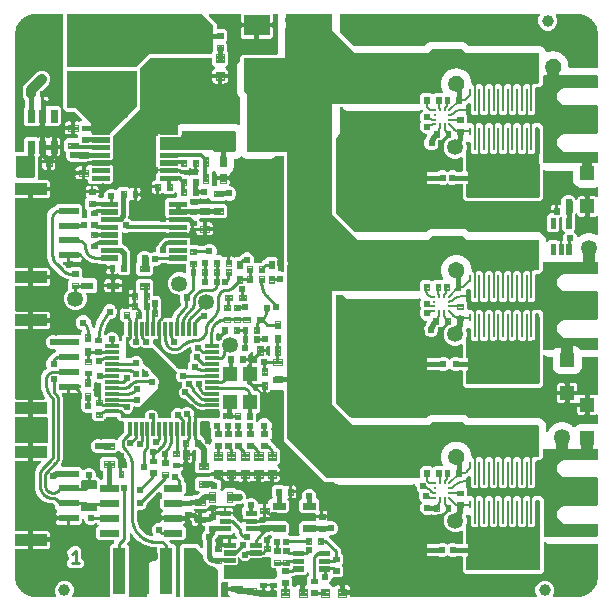
<source format=gtl>
G04 EAGLE Gerber RS-274X export*
G75*
%MOMM*%
%FSLAX34Y34*%
%LPD*%
%INTop Copper*%
%IPPOS*%
%AMOC8*
5,1,8,0,0,1.08239X$1,22.5*%
G01*
%ADD10C,0.254000*%
%ADD11C,0.320000*%
%ADD12R,2.180000X1.820000*%
%ADD13R,1.200000X0.300000*%
%ADD14R,0.300000X1.200000*%
%ADD15C,0.100000*%
%ADD16C,0.120000*%
%ADD17R,1.200000X1.300000*%
%ADD18C,0.240000*%
%ADD19R,1.800000X3.400000*%
%ADD20R,0.000000X0.000000*%
%ADD21C,0.180000*%
%ADD22R,1.000000X4.000000*%
%ADD23C,0.090000*%
%ADD24R,1.700000X0.600000*%
%ADD25R,2.700000X1.000000*%
%ADD26R,4.000000X10.000000*%
%ADD27C,0.312000*%
%ADD28R,2.410000X3.290000*%
%ADD29C,0.442500*%
%ADD30R,1.000000X0.600000*%
%ADD31C,1.350000*%
%ADD32C,0.804800*%
%ADD33C,1.000000*%
%ADD34C,1.500000*%
%ADD35R,1.200000X1.200000*%
%ADD36C,0.140000*%
%ADD37C,0.504800*%
%ADD38C,0.406400*%
%ADD39C,0.152400*%
%ADD40C,0.604800*%
%ADD41C,3.800000*%
%ADD42C,0.304800*%
%ADD43C,0.508000*%
%ADD44C,0.203200*%
%ADD45C,0.609600*%
%ADD46C,0.400000*%
%ADD47C,0.812800*%
%ADD48C,1.016000*%

G36*
X234936Y496942D02*
X234936Y496942D01*
X234872Y496943D01*
X234797Y496922D01*
X234721Y496911D01*
X234662Y496885D01*
X234600Y496868D01*
X234534Y496827D01*
X234464Y496795D01*
X234415Y496753D01*
X234360Y496720D01*
X234308Y496662D01*
X234250Y496612D01*
X234214Y496558D01*
X234171Y496510D01*
X234138Y496441D01*
X234095Y496376D01*
X234076Y496314D01*
X234048Y496257D01*
X234037Y496187D01*
X234013Y496106D01*
X234012Y496021D01*
X234001Y495952D01*
X234001Y493903D01*
X233000Y493903D01*
X232936Y493894D01*
X232872Y493895D01*
X232797Y493874D01*
X232721Y493863D01*
X232662Y493837D01*
X232600Y493820D01*
X232534Y493779D01*
X232464Y493747D01*
X232415Y493705D01*
X232360Y493672D01*
X232308Y493614D01*
X232250Y493564D01*
X232214Y493510D01*
X232171Y493462D01*
X232138Y493393D01*
X232095Y493328D01*
X232076Y493266D01*
X232048Y493209D01*
X232037Y493139D01*
X232013Y493058D01*
X232012Y492973D01*
X232001Y492904D01*
X232001Y491010D01*
X232007Y490969D01*
X232004Y490927D01*
X232025Y490843D01*
X232041Y490731D01*
X232065Y490677D01*
X232077Y490627D01*
X232621Y489314D01*
X232621Y485686D01*
X232077Y484373D01*
X232066Y484332D01*
X232048Y484295D01*
X232035Y484210D01*
X232007Y484099D01*
X232009Y484041D01*
X232001Y483990D01*
X232001Y459499D01*
X198000Y459499D01*
X197936Y459490D01*
X197872Y459491D01*
X197797Y459470D01*
X197721Y459459D01*
X197662Y459433D01*
X197600Y459416D01*
X197534Y459375D01*
X197464Y459343D01*
X197415Y459301D01*
X197360Y459268D01*
X197308Y459210D01*
X197250Y459160D01*
X197214Y459106D01*
X197171Y459058D01*
X197138Y458989D01*
X197095Y458924D01*
X197076Y458862D01*
X197048Y458805D01*
X197037Y458735D01*
X197013Y458654D01*
X197012Y458569D01*
X197001Y458500D01*
X197001Y432500D01*
X197014Y432405D01*
X197019Y432309D01*
X197034Y432266D01*
X197041Y432221D01*
X197080Y432133D01*
X197112Y432042D01*
X197137Y432008D01*
X197157Y431964D01*
X197240Y431867D01*
X197293Y431793D01*
X200001Y429086D01*
X200001Y381000D01*
X200010Y380936D01*
X200009Y380872D01*
X200030Y380797D01*
X200041Y380721D01*
X200067Y380662D01*
X200084Y380600D01*
X200125Y380534D01*
X200157Y380464D01*
X200199Y380415D01*
X200232Y380360D01*
X200290Y380308D01*
X200340Y380250D01*
X200394Y380214D01*
X200442Y380171D01*
X200511Y380138D01*
X200576Y380095D01*
X200638Y380076D01*
X200695Y380048D01*
X200765Y380037D01*
X200846Y380013D01*
X200931Y380012D01*
X201000Y380001D01*
X234001Y380001D01*
X234001Y287580D01*
X234007Y287539D01*
X234004Y287498D01*
X234025Y287414D01*
X234041Y287301D01*
X234065Y287248D01*
X234073Y287215D01*
X234073Y284786D01*
X234066Y284762D01*
X234048Y284724D01*
X234035Y284639D01*
X234007Y284529D01*
X234009Y284470D01*
X234001Y284420D01*
X234001Y137500D01*
X234014Y137405D01*
X234019Y137309D01*
X234034Y137266D01*
X234041Y137221D01*
X234080Y137133D01*
X234112Y137042D01*
X234137Y137008D01*
X234157Y136964D01*
X234240Y136867D01*
X234293Y136793D01*
X266793Y104293D01*
X266870Y104236D01*
X266942Y104171D01*
X266983Y104151D01*
X267019Y104124D01*
X267109Y104090D01*
X267195Y104048D01*
X267237Y104042D01*
X267283Y104025D01*
X267411Y104015D01*
X267500Y104001D01*
X345452Y104001D01*
X345516Y104010D01*
X345580Y104009D01*
X345655Y104030D01*
X345731Y104041D01*
X345790Y104067D01*
X345852Y104084D01*
X345918Y104125D01*
X345988Y104157D01*
X346037Y104199D01*
X346092Y104232D01*
X346144Y104290D01*
X346202Y104340D01*
X346238Y104394D01*
X346281Y104442D01*
X346314Y104511D01*
X346357Y104576D01*
X346376Y104638D01*
X346404Y104695D01*
X346415Y104765D01*
X346439Y104846D01*
X346440Y104931D01*
X346451Y105000D01*
X346451Y111970D01*
X348530Y114049D01*
X355470Y114049D01*
X356293Y113225D01*
X356345Y113187D01*
X356390Y113141D01*
X356457Y113102D01*
X356519Y113056D01*
X356579Y113033D01*
X356635Y113002D01*
X356710Y112984D01*
X356783Y112956D01*
X356847Y112951D01*
X356910Y112937D01*
X356987Y112941D01*
X357064Y112935D01*
X357127Y112948D01*
X357191Y112951D01*
X357264Y112976D01*
X357340Y112992D01*
X357397Y113022D01*
X357458Y113044D01*
X357514Y113085D01*
X357589Y113125D01*
X357650Y113184D01*
X357707Y113225D01*
X358530Y114049D01*
X364897Y114049D01*
X364966Y114059D01*
X365036Y114058D01*
X365105Y114078D01*
X365176Y114089D01*
X365240Y114117D01*
X365307Y114137D01*
X365368Y114175D01*
X365433Y114205D01*
X365486Y114250D01*
X365546Y114288D01*
X365593Y114341D01*
X365648Y114388D01*
X365686Y114447D01*
X365732Y114499D01*
X365763Y114564D01*
X365802Y114624D01*
X365823Y114691D01*
X365852Y114754D01*
X365864Y114825D01*
X365885Y114894D01*
X365885Y114964D01*
X365896Y115033D01*
X365887Y115098D01*
X365888Y115176D01*
X365864Y115264D01*
X365853Y115338D01*
X365727Y115754D01*
X365710Y115791D01*
X365700Y115832D01*
X365656Y115906D01*
X365608Y116009D01*
X365570Y116054D01*
X365544Y116098D01*
X365289Y116407D01*
X365118Y116972D01*
X365071Y117073D01*
X365043Y117153D01*
X364765Y117674D01*
X364725Y118073D01*
X364716Y118113D01*
X364714Y118155D01*
X364685Y118236D01*
X364658Y118347D01*
X364643Y118373D01*
X364639Y118390D01*
X364623Y118415D01*
X364612Y118446D01*
X364423Y118800D01*
X364365Y119387D01*
X364339Y119495D01*
X364327Y119579D01*
X364156Y120144D01*
X364195Y120543D01*
X364193Y120585D01*
X364200Y120626D01*
X364188Y120711D01*
X364183Y120825D01*
X364164Y120880D01*
X364157Y120931D01*
X364041Y121315D01*
X364098Y121902D01*
X364094Y122013D01*
X364098Y122098D01*
X364041Y122685D01*
X364157Y123069D01*
X364163Y123110D01*
X364178Y123149D01*
X364183Y123235D01*
X364200Y123348D01*
X364192Y123406D01*
X364195Y123457D01*
X364156Y123856D01*
X364327Y124421D01*
X364344Y124531D01*
X364365Y124613D01*
X364423Y125200D01*
X364612Y125554D01*
X364627Y125593D01*
X364648Y125629D01*
X364670Y125712D01*
X364709Y125819D01*
X364713Y125878D01*
X364725Y125927D01*
X364765Y126326D01*
X365043Y126847D01*
X365081Y126951D01*
X365118Y127028D01*
X365289Y127593D01*
X365544Y127902D01*
X365565Y127938D01*
X365594Y127969D01*
X365631Y128047D01*
X365690Y128144D01*
X365705Y128200D01*
X365727Y128246D01*
X365844Y128630D01*
X366218Y129086D01*
X366276Y129181D01*
X366327Y129249D01*
X366605Y129770D01*
X366915Y130024D01*
X366943Y130055D01*
X366977Y130079D01*
X367029Y130148D01*
X367106Y130232D01*
X367132Y130285D01*
X367163Y130325D01*
X367352Y130679D01*
X367808Y131054D01*
X367883Y131135D01*
X367946Y131192D01*
X368321Y131648D01*
X368675Y131837D01*
X368708Y131862D01*
X368746Y131879D01*
X368810Y131937D01*
X368902Y132004D01*
X368938Y132051D01*
X368976Y132085D01*
X369230Y132395D01*
X369751Y132673D01*
X369841Y132739D01*
X369914Y132782D01*
X370370Y133156D01*
X370754Y133273D01*
X370792Y133290D01*
X370832Y133300D01*
X370906Y133344D01*
X371009Y133392D01*
X371054Y133431D01*
X371098Y133456D01*
X371222Y133558D01*
X371407Y133711D01*
X371972Y133882D01*
X372073Y133929D01*
X372153Y133957D01*
X372674Y134235D01*
X372913Y134259D01*
X373073Y134275D01*
X373113Y134284D01*
X373155Y134286D01*
X373236Y134315D01*
X373347Y134342D01*
X373398Y134371D01*
X373446Y134388D01*
X373800Y134577D01*
X374387Y134635D01*
X374495Y134661D01*
X374579Y134673D01*
X375144Y134844D01*
X375543Y134805D01*
X375585Y134807D01*
X375626Y134800D01*
X375711Y134812D01*
X375825Y134817D01*
X375880Y134836D01*
X375931Y134843D01*
X376315Y134959D01*
X376902Y134902D01*
X377013Y134906D01*
X377098Y134902D01*
X377685Y134959D01*
X378069Y134843D01*
X378110Y134837D01*
X378149Y134822D01*
X378235Y134817D01*
X378348Y134800D01*
X378406Y134808D01*
X378457Y134805D01*
X378856Y134844D01*
X379421Y134673D01*
X379531Y134656D01*
X379613Y134635D01*
X380200Y134577D01*
X380554Y134388D01*
X380593Y134373D01*
X380629Y134352D01*
X380712Y134330D01*
X380819Y134291D01*
X380878Y134287D01*
X380927Y134275D01*
X381326Y134235D01*
X381847Y133957D01*
X381951Y133919D01*
X382028Y133882D01*
X382593Y133711D01*
X382902Y133456D01*
X382938Y133435D01*
X382969Y133406D01*
X383047Y133369D01*
X383144Y133310D01*
X383200Y133295D01*
X383246Y133273D01*
X383630Y133156D01*
X384086Y132782D01*
X384181Y132724D01*
X384249Y132673D01*
X384770Y132395D01*
X385024Y132085D01*
X385055Y132057D01*
X385079Y132023D01*
X385148Y131971D01*
X385232Y131894D01*
X385285Y131868D01*
X385325Y131837D01*
X385679Y131648D01*
X386054Y131192D01*
X386135Y131117D01*
X386192Y131054D01*
X386648Y130679D01*
X386837Y130325D01*
X386862Y130292D01*
X386879Y130254D01*
X386937Y130190D01*
X387004Y130098D01*
X387051Y130062D01*
X387085Y130024D01*
X387395Y129770D01*
X387673Y129249D01*
X387739Y129159D01*
X387782Y129086D01*
X388156Y128630D01*
X388273Y128246D01*
X388290Y128208D01*
X388300Y128168D01*
X388344Y128094D01*
X388392Y127991D01*
X388431Y127946D01*
X388456Y127902D01*
X388711Y127593D01*
X388882Y127028D01*
X388929Y126927D01*
X388957Y126847D01*
X389235Y126326D01*
X389275Y125927D01*
X389284Y125887D01*
X389286Y125845D01*
X389315Y125764D01*
X389342Y125653D01*
X389369Y125605D01*
X389375Y125585D01*
X389380Y125577D01*
X389388Y125554D01*
X389577Y125200D01*
X389635Y124613D01*
X389661Y124505D01*
X389673Y124421D01*
X389844Y123856D01*
X389805Y123457D01*
X389807Y123415D01*
X389800Y123374D01*
X389812Y123289D01*
X389817Y123175D01*
X389836Y123120D01*
X389843Y123069D01*
X389959Y122685D01*
X389933Y122418D01*
X389933Y122414D01*
X389932Y122411D01*
X389939Y122271D01*
X389945Y122136D01*
X389947Y122133D01*
X389947Y122129D01*
X389992Y121998D01*
X390036Y121869D01*
X390038Y121866D01*
X390039Y121862D01*
X390068Y121823D01*
X390197Y121638D01*
X390211Y121626D01*
X390221Y121613D01*
X391793Y120041D01*
X391845Y120002D01*
X391890Y119956D01*
X391957Y119918D01*
X392019Y119872D01*
X392079Y119849D01*
X392135Y119817D01*
X392210Y119799D01*
X392283Y119772D01*
X392347Y119767D01*
X392409Y119752D01*
X392487Y119756D01*
X392564Y119750D01*
X392627Y119763D01*
X392691Y119767D01*
X392764Y119792D01*
X392840Y119808D01*
X392897Y119838D01*
X392958Y119859D01*
X393014Y119901D01*
X393089Y119940D01*
X393150Y120000D01*
X393207Y120041D01*
X394864Y121699D01*
X398136Y121699D01*
X399793Y120041D01*
X399845Y120002D01*
X399890Y119956D01*
X399957Y119918D01*
X400019Y119872D01*
X400079Y119849D01*
X400135Y119817D01*
X400210Y119799D01*
X400283Y119772D01*
X400347Y119767D01*
X400409Y119752D01*
X400487Y119756D01*
X400564Y119750D01*
X400627Y119763D01*
X400691Y119767D01*
X400764Y119792D01*
X400840Y119808D01*
X400897Y119838D01*
X400958Y119859D01*
X401014Y119901D01*
X401089Y119940D01*
X401150Y120000D01*
X401207Y120041D01*
X402864Y121699D01*
X406136Y121699D01*
X407793Y120041D01*
X407845Y120002D01*
X407890Y119956D01*
X407957Y119918D01*
X408019Y119872D01*
X408079Y119849D01*
X408135Y119817D01*
X408210Y119799D01*
X408283Y119772D01*
X408347Y119767D01*
X408409Y119752D01*
X408487Y119756D01*
X408564Y119750D01*
X408627Y119763D01*
X408691Y119767D01*
X408764Y119792D01*
X408840Y119808D01*
X408897Y119838D01*
X408958Y119859D01*
X409014Y119901D01*
X409089Y119940D01*
X409150Y120000D01*
X409207Y120041D01*
X410864Y121699D01*
X414136Y121699D01*
X415793Y120041D01*
X415845Y120002D01*
X415890Y119956D01*
X415957Y119918D01*
X416019Y119872D01*
X416079Y119849D01*
X416135Y119817D01*
X416210Y119799D01*
X416283Y119772D01*
X416347Y119767D01*
X416409Y119752D01*
X416487Y119756D01*
X416564Y119750D01*
X416627Y119763D01*
X416691Y119767D01*
X416764Y119792D01*
X416840Y119808D01*
X416897Y119838D01*
X416958Y119859D01*
X417014Y119901D01*
X417089Y119940D01*
X417150Y120000D01*
X417207Y120041D01*
X418864Y121699D01*
X422136Y121699D01*
X423793Y120041D01*
X423845Y120002D01*
X423890Y119956D01*
X423957Y119918D01*
X424019Y119872D01*
X424079Y119849D01*
X424135Y119817D01*
X424210Y119799D01*
X424283Y119772D01*
X424347Y119767D01*
X424409Y119752D01*
X424487Y119756D01*
X424564Y119750D01*
X424627Y119763D01*
X424691Y119767D01*
X424764Y119792D01*
X424840Y119808D01*
X424897Y119838D01*
X424958Y119859D01*
X425014Y119901D01*
X425089Y119940D01*
X425150Y120000D01*
X425207Y120041D01*
X426864Y121699D01*
X430136Y121699D01*
X431793Y120041D01*
X431845Y120002D01*
X431890Y119956D01*
X431957Y119918D01*
X432019Y119872D01*
X432079Y119849D01*
X432135Y119817D01*
X432210Y119799D01*
X432283Y119772D01*
X432347Y119767D01*
X432409Y119752D01*
X432487Y119756D01*
X432564Y119750D01*
X432627Y119763D01*
X432691Y119767D01*
X432764Y119792D01*
X432840Y119808D01*
X432897Y119838D01*
X432958Y119859D01*
X433014Y119901D01*
X433089Y119940D01*
X433150Y120000D01*
X433207Y120041D01*
X434864Y121699D01*
X438136Y121699D01*
X439598Y120237D01*
X439649Y120198D01*
X439694Y120152D01*
X439761Y120114D01*
X439823Y120067D01*
X439883Y120045D01*
X439939Y120013D01*
X440015Y119995D01*
X440087Y119968D01*
X440151Y119963D01*
X440214Y119948D01*
X440291Y119952D01*
X440368Y119946D01*
X440431Y119959D01*
X440495Y119962D01*
X440569Y119988D01*
X440644Y120004D01*
X440701Y120034D01*
X440762Y120055D01*
X440819Y120096D01*
X440893Y120136D01*
X440954Y120195D01*
X441011Y120237D01*
X441207Y120432D01*
X441264Y120509D01*
X441329Y120581D01*
X441349Y120622D01*
X441376Y120658D01*
X441410Y120748D01*
X441452Y120834D01*
X441458Y120876D01*
X441475Y120922D01*
X441485Y121049D01*
X441499Y121139D01*
X441499Y121501D01*
X441861Y121501D01*
X441956Y121514D01*
X442052Y121519D01*
X442095Y121534D01*
X442140Y121541D01*
X442228Y121580D01*
X442319Y121612D01*
X442353Y121637D01*
X442397Y121657D01*
X442495Y121740D01*
X442568Y121793D01*
X442823Y122049D01*
X445909Y122049D01*
X446004Y122062D01*
X446100Y122067D01*
X446143Y122082D01*
X446188Y122089D01*
X446276Y122128D01*
X446366Y122160D01*
X446401Y122185D01*
X446445Y122205D01*
X446542Y122288D01*
X446616Y122341D01*
X446706Y122432D01*
X446764Y122509D01*
X446829Y122581D01*
X446849Y122621D01*
X446876Y122658D01*
X446910Y122748D01*
X446952Y122834D01*
X446958Y122876D01*
X446975Y122922D01*
X446985Y123050D01*
X446999Y123139D01*
X446999Y147500D01*
X446990Y147564D01*
X446991Y147628D01*
X446970Y147703D01*
X446959Y147779D01*
X446933Y147838D01*
X446916Y147900D01*
X446875Y147966D01*
X446843Y148036D01*
X446801Y148085D01*
X446768Y148140D01*
X446710Y148192D01*
X446660Y148250D01*
X446606Y148286D01*
X446558Y148329D01*
X446489Y148362D01*
X446424Y148405D01*
X446410Y148409D01*
X446375Y148466D01*
X446343Y148536D01*
X446301Y148585D01*
X446268Y148640D01*
X446210Y148692D01*
X446160Y148750D01*
X446106Y148786D01*
X446058Y148829D01*
X445989Y148862D01*
X445924Y148905D01*
X445862Y148924D01*
X445805Y148952D01*
X445735Y148963D01*
X445654Y148987D01*
X445569Y148988D01*
X445500Y148999D01*
X384914Y148999D01*
X382707Y151207D01*
X382630Y151264D01*
X382558Y151329D01*
X382517Y151349D01*
X382481Y151376D01*
X382391Y151410D01*
X382305Y151452D01*
X382263Y151458D01*
X382217Y151475D01*
X382090Y151485D01*
X382000Y151499D01*
X357000Y151499D01*
X356905Y151486D01*
X356809Y151481D01*
X356766Y151466D01*
X356721Y151459D01*
X356633Y151420D01*
X356542Y151388D01*
X356508Y151363D01*
X356464Y151343D01*
X356367Y151260D01*
X356293Y151207D01*
X354086Y148999D01*
X289414Y148999D01*
X272707Y165707D01*
X272630Y165764D01*
X272558Y165829D01*
X272517Y165849D01*
X272481Y165876D01*
X272391Y165910D01*
X272305Y165952D01*
X272263Y165958D01*
X272217Y165975D01*
X272090Y165985D01*
X272000Y165999D01*
X271999Y165999D01*
X271999Y262001D01*
X344952Y262001D01*
X345016Y262010D01*
X345080Y262009D01*
X345155Y262030D01*
X345231Y262041D01*
X345290Y262067D01*
X345352Y262084D01*
X345418Y262125D01*
X345488Y262157D01*
X345537Y262199D01*
X345592Y262232D01*
X345644Y262290D01*
X345702Y262340D01*
X345738Y262394D01*
X345781Y262442D01*
X345814Y262511D01*
X345857Y262576D01*
X345876Y262638D01*
X345904Y262695D01*
X345915Y262765D01*
X345939Y262846D01*
X345940Y262931D01*
X345951Y263000D01*
X345951Y269970D01*
X348030Y272049D01*
X354970Y272049D01*
X355793Y271225D01*
X355845Y271187D01*
X355890Y271141D01*
X355957Y271102D01*
X356019Y271056D01*
X356079Y271033D01*
X356135Y271002D01*
X356210Y270984D01*
X356283Y270956D01*
X356347Y270951D01*
X356410Y270937D01*
X356487Y270941D01*
X356564Y270935D01*
X356627Y270948D01*
X356691Y270951D01*
X356764Y270976D01*
X356840Y270992D01*
X356897Y271022D01*
X356958Y271044D01*
X357014Y271085D01*
X357089Y271125D01*
X357150Y271184D01*
X357207Y271225D01*
X358030Y272049D01*
X364897Y272049D01*
X364966Y272059D01*
X365036Y272058D01*
X365105Y272078D01*
X365176Y272089D01*
X365240Y272117D01*
X365307Y272137D01*
X365368Y272175D01*
X365433Y272205D01*
X365486Y272250D01*
X365546Y272288D01*
X365593Y272341D01*
X365648Y272388D01*
X365686Y272447D01*
X365732Y272499D01*
X365763Y272564D01*
X365802Y272624D01*
X365823Y272691D01*
X365852Y272754D01*
X365864Y272825D01*
X365885Y272894D01*
X365885Y272964D01*
X365896Y273033D01*
X365887Y273098D01*
X365888Y273176D01*
X365864Y273264D01*
X365853Y273338D01*
X365727Y273754D01*
X365710Y273791D01*
X365700Y273832D01*
X365656Y273906D01*
X365608Y274009D01*
X365570Y274054D01*
X365544Y274098D01*
X365289Y274407D01*
X365118Y274972D01*
X365071Y275073D01*
X365043Y275153D01*
X364765Y275674D01*
X364725Y276073D01*
X364716Y276113D01*
X364714Y276155D01*
X364685Y276236D01*
X364658Y276347D01*
X364643Y276373D01*
X364639Y276390D01*
X364623Y276415D01*
X364612Y276446D01*
X364423Y276800D01*
X364365Y277387D01*
X364339Y277495D01*
X364327Y277579D01*
X364156Y278144D01*
X364195Y278543D01*
X364193Y278585D01*
X364200Y278626D01*
X364188Y278711D01*
X364183Y278825D01*
X364164Y278880D01*
X364157Y278931D01*
X364041Y279315D01*
X364098Y279902D01*
X364094Y280013D01*
X364098Y280098D01*
X364041Y280685D01*
X364157Y281069D01*
X364163Y281110D01*
X364178Y281149D01*
X364183Y281235D01*
X364200Y281348D01*
X364192Y281406D01*
X364195Y281457D01*
X364156Y281856D01*
X364327Y282421D01*
X364344Y282531D01*
X364365Y282613D01*
X364423Y283200D01*
X364612Y283554D01*
X364627Y283593D01*
X364648Y283629D01*
X364670Y283712D01*
X364709Y283819D01*
X364713Y283878D01*
X364725Y283927D01*
X364765Y284326D01*
X365043Y284847D01*
X365081Y284951D01*
X365118Y285028D01*
X365289Y285593D01*
X365544Y285902D01*
X365565Y285938D01*
X365594Y285969D01*
X365631Y286047D01*
X365690Y286144D01*
X365705Y286200D01*
X365727Y286246D01*
X365844Y286630D01*
X366218Y287086D01*
X366276Y287181D01*
X366327Y287249D01*
X366606Y287770D01*
X366915Y288024D01*
X366943Y288055D01*
X366977Y288079D01*
X367029Y288148D01*
X367106Y288232D01*
X367132Y288285D01*
X367163Y288325D01*
X367352Y288679D01*
X367808Y289054D01*
X367883Y289135D01*
X367946Y289192D01*
X368321Y289648D01*
X368675Y289837D01*
X368708Y289862D01*
X368746Y289879D01*
X368810Y289937D01*
X368902Y290004D01*
X368938Y290051D01*
X368976Y290085D01*
X369230Y290395D01*
X369751Y290673D01*
X369841Y290739D01*
X369914Y290782D01*
X370370Y291156D01*
X370754Y291273D01*
X370792Y291290D01*
X370832Y291300D01*
X370906Y291344D01*
X371009Y291392D01*
X371054Y291431D01*
X371098Y291456D01*
X371222Y291558D01*
X371290Y291614D01*
X371407Y291711D01*
X371972Y291882D01*
X372073Y291929D01*
X372153Y291957D01*
X372674Y292235D01*
X372913Y292259D01*
X373073Y292275D01*
X373113Y292284D01*
X373155Y292286D01*
X373236Y292315D01*
X373347Y292342D01*
X373398Y292371D01*
X373446Y292388D01*
X373800Y292577D01*
X374387Y292635D01*
X374495Y292661D01*
X374579Y292673D01*
X375144Y292844D01*
X375543Y292805D01*
X375585Y292807D01*
X375626Y292800D01*
X375711Y292812D01*
X375825Y292817D01*
X375880Y292836D01*
X375931Y292843D01*
X376315Y292959D01*
X376902Y292902D01*
X377013Y292906D01*
X377098Y292902D01*
X377685Y292959D01*
X378069Y292843D01*
X378110Y292837D01*
X378149Y292822D01*
X378235Y292817D01*
X378348Y292800D01*
X378406Y292808D01*
X378457Y292805D01*
X378856Y292844D01*
X379421Y292673D01*
X379531Y292656D01*
X379613Y292635D01*
X380200Y292577D01*
X380554Y292388D01*
X380593Y292373D01*
X380629Y292352D01*
X380712Y292330D01*
X380819Y292291D01*
X380878Y292287D01*
X380927Y292275D01*
X381087Y292259D01*
X381326Y292235D01*
X381847Y291957D01*
X381951Y291919D01*
X382028Y291882D01*
X382593Y291711D01*
X382710Y291614D01*
X382778Y291558D01*
X382902Y291456D01*
X382938Y291435D01*
X382969Y291406D01*
X383047Y291369D01*
X383144Y291310D01*
X383200Y291295D01*
X383246Y291273D01*
X383630Y291156D01*
X384086Y290782D01*
X384181Y290724D01*
X384249Y290673D01*
X384770Y290394D01*
X385024Y290085D01*
X385055Y290057D01*
X385079Y290023D01*
X385148Y289971D01*
X385232Y289894D01*
X385285Y289868D01*
X385325Y289837D01*
X385679Y289648D01*
X386054Y289192D01*
X386135Y289117D01*
X386192Y289054D01*
X386648Y288679D01*
X386837Y288325D01*
X386862Y288292D01*
X386879Y288254D01*
X386937Y288190D01*
X387004Y288098D01*
X387051Y288062D01*
X387085Y288024D01*
X387395Y287770D01*
X387673Y287249D01*
X387739Y287159D01*
X387782Y287086D01*
X388156Y286630D01*
X388273Y286246D01*
X388290Y286208D01*
X388300Y286168D01*
X388344Y286094D01*
X388392Y285991D01*
X388431Y285946D01*
X388456Y285902D01*
X388711Y285593D01*
X388882Y285028D01*
X388929Y284927D01*
X388957Y284847D01*
X389235Y284326D01*
X389275Y283927D01*
X389284Y283887D01*
X389286Y283845D01*
X389315Y283764D01*
X389342Y283653D01*
X389369Y283605D01*
X389375Y283585D01*
X389380Y283577D01*
X389388Y283554D01*
X389577Y283200D01*
X389635Y282613D01*
X389661Y282505D01*
X389673Y282421D01*
X389844Y281856D01*
X389805Y281457D01*
X389807Y281415D01*
X389800Y281374D01*
X389812Y281289D01*
X389817Y281175D01*
X389836Y281120D01*
X389843Y281069D01*
X389959Y280685D01*
X389933Y280418D01*
X389933Y280414D01*
X389932Y280410D01*
X389939Y280273D01*
X389945Y280136D01*
X389947Y280133D01*
X389947Y280129D01*
X389991Y280000D01*
X390036Y279869D01*
X390038Y279866D01*
X390039Y279862D01*
X390068Y279823D01*
X390197Y279638D01*
X390211Y279627D01*
X390221Y279613D01*
X391793Y278041D01*
X391845Y278002D01*
X391890Y277956D01*
X391957Y277918D01*
X392019Y277872D01*
X392079Y277849D01*
X392135Y277817D01*
X392211Y277799D01*
X392283Y277772D01*
X392347Y277767D01*
X392410Y277752D01*
X392487Y277756D01*
X392564Y277750D01*
X392627Y277763D01*
X392691Y277767D01*
X392764Y277792D01*
X392840Y277808D01*
X392897Y277838D01*
X392958Y277859D01*
X393014Y277901D01*
X393089Y277940D01*
X393150Y277999D01*
X393207Y278041D01*
X394864Y279699D01*
X398136Y279699D01*
X399793Y278041D01*
X399845Y278002D01*
X399890Y277956D01*
X399957Y277918D01*
X400019Y277872D01*
X400079Y277849D01*
X400135Y277817D01*
X400210Y277799D01*
X400283Y277772D01*
X400347Y277767D01*
X400409Y277752D01*
X400487Y277756D01*
X400564Y277750D01*
X400627Y277763D01*
X400691Y277767D01*
X400764Y277792D01*
X400840Y277808D01*
X400897Y277838D01*
X400958Y277859D01*
X401014Y277901D01*
X401089Y277940D01*
X401150Y278000D01*
X401207Y278041D01*
X402864Y279699D01*
X406136Y279699D01*
X407793Y278041D01*
X407845Y278002D01*
X407890Y277956D01*
X407957Y277918D01*
X408019Y277872D01*
X408079Y277849D01*
X408135Y277817D01*
X408210Y277799D01*
X408283Y277772D01*
X408347Y277767D01*
X408409Y277752D01*
X408487Y277756D01*
X408564Y277750D01*
X408627Y277763D01*
X408691Y277767D01*
X408764Y277792D01*
X408840Y277808D01*
X408897Y277838D01*
X408958Y277859D01*
X409014Y277901D01*
X409089Y277940D01*
X409150Y278000D01*
X409207Y278041D01*
X410864Y279699D01*
X414136Y279699D01*
X415793Y278041D01*
X415845Y278002D01*
X415890Y277956D01*
X415957Y277918D01*
X416019Y277872D01*
X416079Y277849D01*
X416135Y277817D01*
X416210Y277799D01*
X416283Y277772D01*
X416347Y277767D01*
X416409Y277752D01*
X416487Y277756D01*
X416564Y277750D01*
X416627Y277763D01*
X416691Y277767D01*
X416764Y277792D01*
X416840Y277808D01*
X416897Y277838D01*
X416958Y277859D01*
X417014Y277901D01*
X417089Y277940D01*
X417150Y278000D01*
X417207Y278041D01*
X418864Y279699D01*
X422136Y279699D01*
X423793Y278041D01*
X423845Y278002D01*
X423890Y277956D01*
X423957Y277918D01*
X424019Y277872D01*
X424079Y277849D01*
X424135Y277817D01*
X424210Y277799D01*
X424283Y277772D01*
X424347Y277767D01*
X424409Y277752D01*
X424487Y277756D01*
X424564Y277750D01*
X424627Y277763D01*
X424691Y277767D01*
X424764Y277792D01*
X424840Y277808D01*
X424897Y277838D01*
X424958Y277859D01*
X425014Y277901D01*
X425089Y277940D01*
X425150Y278000D01*
X425207Y278041D01*
X426864Y279699D01*
X430136Y279699D01*
X431793Y278041D01*
X431845Y278002D01*
X431890Y277956D01*
X431957Y277918D01*
X432019Y277872D01*
X432079Y277849D01*
X432135Y277817D01*
X432210Y277799D01*
X432283Y277772D01*
X432347Y277767D01*
X432409Y277752D01*
X432487Y277756D01*
X432564Y277750D01*
X432627Y277763D01*
X432691Y277767D01*
X432764Y277792D01*
X432840Y277808D01*
X432897Y277838D01*
X432958Y277859D01*
X433014Y277901D01*
X433089Y277940D01*
X433150Y278000D01*
X433207Y278041D01*
X434864Y279699D01*
X438136Y279699D01*
X439598Y278237D01*
X439649Y278198D01*
X439694Y278152D01*
X439761Y278114D01*
X439823Y278067D01*
X439883Y278045D01*
X439939Y278013D01*
X440015Y277995D01*
X440087Y277968D01*
X440151Y277963D01*
X440214Y277948D01*
X440291Y277952D01*
X440368Y277946D01*
X440431Y277959D01*
X440495Y277962D01*
X440569Y277988D01*
X440644Y278004D01*
X440701Y278034D01*
X440762Y278055D01*
X440819Y278096D01*
X440893Y278136D01*
X440954Y278195D01*
X441011Y278237D01*
X441207Y278432D01*
X441264Y278509D01*
X441329Y278581D01*
X441349Y278622D01*
X441376Y278658D01*
X441410Y278748D01*
X441452Y278834D01*
X441458Y278876D01*
X441475Y278922D01*
X441485Y279049D01*
X441499Y279139D01*
X441499Y279501D01*
X441861Y279501D01*
X441956Y279514D01*
X442052Y279519D01*
X442095Y279534D01*
X442140Y279541D01*
X442228Y279580D01*
X442319Y279612D01*
X442353Y279637D01*
X442397Y279657D01*
X442495Y279740D01*
X442568Y279793D01*
X442823Y280049D01*
X445909Y280049D01*
X446004Y280062D01*
X446100Y280067D01*
X446143Y280082D01*
X446188Y280089D01*
X446276Y280128D01*
X446367Y280160D01*
X446401Y280185D01*
X446445Y280205D01*
X446543Y280288D01*
X446616Y280341D01*
X446707Y280432D01*
X446764Y280509D01*
X446829Y280581D01*
X446849Y280622D01*
X446876Y280658D01*
X446910Y280748D01*
X446952Y280834D01*
X446958Y280876D01*
X446975Y280922D01*
X446985Y281049D01*
X446999Y281139D01*
X446999Y305000D01*
X446991Y305061D01*
X446991Y305096D01*
X446991Y305098D01*
X446991Y305128D01*
X446970Y305203D01*
X446959Y305279D01*
X446933Y305338D01*
X446916Y305400D01*
X446875Y305466D01*
X446843Y305536D01*
X446801Y305585D01*
X446768Y305640D01*
X446710Y305692D01*
X446660Y305750D01*
X446606Y305786D01*
X446558Y305829D01*
X446489Y305862D01*
X446424Y305905D01*
X446362Y305924D01*
X446305Y305952D01*
X446235Y305963D01*
X446154Y305987D01*
X446069Y305988D01*
X446000Y305999D01*
X385414Y305999D01*
X382707Y308707D01*
X382630Y308764D01*
X382558Y308829D01*
X382517Y308849D01*
X382481Y308876D01*
X382391Y308910D01*
X382305Y308952D01*
X382263Y308958D01*
X382217Y308975D01*
X382090Y308985D01*
X382000Y308999D01*
X357000Y308999D01*
X356905Y308986D01*
X356809Y308981D01*
X356766Y308966D01*
X356721Y308959D01*
X356633Y308920D01*
X356542Y308888D01*
X356508Y308863D01*
X356464Y308843D01*
X356367Y308760D01*
X356293Y308707D01*
X353586Y305999D01*
X293414Y305999D01*
X271999Y327414D01*
X271999Y421001D01*
X345452Y421001D01*
X345516Y421010D01*
X345580Y421009D01*
X345655Y421030D01*
X345731Y421041D01*
X345790Y421067D01*
X345852Y421084D01*
X345918Y421125D01*
X345988Y421157D01*
X346037Y421199D01*
X346092Y421232D01*
X346144Y421290D01*
X346202Y421340D01*
X346238Y421394D01*
X346281Y421442D01*
X346314Y421511D01*
X346357Y421576D01*
X346376Y421638D01*
X346404Y421695D01*
X346415Y421765D01*
X346439Y421846D01*
X346440Y421931D01*
X346451Y422000D01*
X346451Y427970D01*
X348530Y430049D01*
X355470Y430049D01*
X356293Y429225D01*
X356345Y429187D01*
X356390Y429141D01*
X356457Y429102D01*
X356519Y429056D01*
X356579Y429033D01*
X356635Y429002D01*
X356710Y428984D01*
X356783Y428956D01*
X356847Y428951D01*
X356910Y428937D01*
X356987Y428941D01*
X357064Y428935D01*
X357127Y428948D01*
X357191Y428951D01*
X357264Y428976D01*
X357340Y428992D01*
X357397Y429022D01*
X357458Y429044D01*
X357514Y429085D01*
X357589Y429125D01*
X357650Y429184D01*
X357707Y429225D01*
X358530Y430049D01*
X364897Y430049D01*
X364966Y430059D01*
X365036Y430058D01*
X365105Y430078D01*
X365176Y430089D01*
X365240Y430117D01*
X365307Y430137D01*
X365368Y430175D01*
X365433Y430205D01*
X365486Y430250D01*
X365546Y430288D01*
X365593Y430341D01*
X365648Y430388D01*
X365686Y430447D01*
X365732Y430499D01*
X365763Y430564D01*
X365802Y430624D01*
X365823Y430691D01*
X365852Y430754D01*
X365864Y430825D01*
X365885Y430894D01*
X365885Y430964D01*
X365896Y431033D01*
X365887Y431098D01*
X365888Y431176D01*
X365864Y431264D01*
X365853Y431338D01*
X365727Y431754D01*
X365710Y431791D01*
X365700Y431832D01*
X365656Y431906D01*
X365608Y432009D01*
X365570Y432054D01*
X365544Y432098D01*
X365289Y432407D01*
X365118Y432972D01*
X365071Y433073D01*
X365043Y433153D01*
X364765Y433674D01*
X364725Y434073D01*
X364716Y434113D01*
X364714Y434155D01*
X364685Y434236D01*
X364658Y434347D01*
X364643Y434374D01*
X364638Y434391D01*
X364623Y434416D01*
X364612Y434446D01*
X364423Y434800D01*
X364365Y435387D01*
X364339Y435495D01*
X364327Y435579D01*
X364156Y436144D01*
X364195Y436543D01*
X364193Y436585D01*
X364200Y436626D01*
X364188Y436711D01*
X364183Y436825D01*
X364164Y436880D01*
X364157Y436931D01*
X364041Y437315D01*
X364098Y437902D01*
X364094Y438013D01*
X364098Y438098D01*
X364041Y438685D01*
X364157Y439069D01*
X364163Y439110D01*
X364178Y439149D01*
X364183Y439235D01*
X364200Y439348D01*
X364192Y439406D01*
X364195Y439457D01*
X364156Y439856D01*
X364327Y440421D01*
X364344Y440531D01*
X364365Y440613D01*
X364423Y441200D01*
X364612Y441554D01*
X364627Y441593D01*
X364648Y441629D01*
X364670Y441712D01*
X364709Y441819D01*
X364713Y441878D01*
X364725Y441927D01*
X364765Y442326D01*
X365043Y442847D01*
X365081Y442951D01*
X365118Y443028D01*
X365289Y443593D01*
X365544Y443902D01*
X365565Y443938D01*
X365594Y443969D01*
X365631Y444047D01*
X365690Y444144D01*
X365705Y444200D01*
X365727Y444246D01*
X365844Y444630D01*
X366218Y445086D01*
X366276Y445181D01*
X366327Y445249D01*
X366605Y445770D01*
X366915Y446024D01*
X366943Y446055D01*
X366977Y446079D01*
X367029Y446148D01*
X367106Y446232D01*
X367132Y446285D01*
X367163Y446325D01*
X367352Y446679D01*
X367767Y447020D01*
X367808Y447054D01*
X367883Y447135D01*
X367946Y447192D01*
X368321Y447648D01*
X368533Y447761D01*
X368533Y447762D01*
X368675Y447837D01*
X368708Y447862D01*
X368746Y447879D01*
X368810Y447937D01*
X368902Y448004D01*
X368938Y448051D01*
X368976Y448085D01*
X369230Y448395D01*
X369751Y448673D01*
X369841Y448739D01*
X369914Y448782D01*
X370370Y449156D01*
X370754Y449273D01*
X370792Y449290D01*
X370832Y449300D01*
X370906Y449344D01*
X371009Y449392D01*
X371054Y449431D01*
X371098Y449456D01*
X371363Y449674D01*
X371407Y449711D01*
X371972Y449882D01*
X372073Y449929D01*
X372153Y449957D01*
X372674Y450235D01*
X372913Y450259D01*
X373073Y450275D01*
X373113Y450284D01*
X373155Y450286D01*
X373236Y450315D01*
X373347Y450342D01*
X373398Y450371D01*
X373446Y450388D01*
X373800Y450577D01*
X374387Y450635D01*
X374495Y450661D01*
X374579Y450673D01*
X375144Y450844D01*
X375543Y450805D01*
X375585Y450807D01*
X375626Y450800D01*
X375711Y450812D01*
X375825Y450817D01*
X375880Y450836D01*
X375931Y450843D01*
X376315Y450959D01*
X376902Y450902D01*
X377013Y450906D01*
X377098Y450902D01*
X377685Y450959D01*
X377915Y450890D01*
X378069Y450843D01*
X378110Y450837D01*
X378149Y450822D01*
X378235Y450817D01*
X378348Y450800D01*
X378406Y450808D01*
X378457Y450805D01*
X378856Y450844D01*
X379421Y450673D01*
X379531Y450656D01*
X379613Y450635D01*
X380200Y450577D01*
X380554Y450388D01*
X380593Y450373D01*
X380629Y450352D01*
X380712Y450330D01*
X380819Y450291D01*
X380878Y450287D01*
X380927Y450275D01*
X381087Y450259D01*
X381326Y450235D01*
X381373Y450210D01*
X381847Y449957D01*
X381951Y449919D01*
X382028Y449882D01*
X382593Y449711D01*
X382902Y449456D01*
X382938Y449435D01*
X382969Y449406D01*
X383046Y449369D01*
X383143Y449310D01*
X383200Y449295D01*
X383246Y449273D01*
X383630Y449156D01*
X384086Y448782D01*
X384181Y448724D01*
X384249Y448673D01*
X384770Y448394D01*
X385024Y448085D01*
X385055Y448057D01*
X385079Y448023D01*
X385148Y447971D01*
X385232Y447894D01*
X385285Y447868D01*
X385325Y447837D01*
X385679Y447648D01*
X386054Y447192D01*
X386135Y447117D01*
X386192Y447054D01*
X386648Y446679D01*
X386837Y446325D01*
X386862Y446292D01*
X386879Y446254D01*
X386937Y446190D01*
X387004Y446098D01*
X387051Y446062D01*
X387085Y446024D01*
X387394Y445770D01*
X387673Y445249D01*
X387739Y445159D01*
X387782Y445086D01*
X388156Y444630D01*
X388273Y444246D01*
X388290Y444208D01*
X388300Y444168D01*
X388344Y444094D01*
X388392Y443991D01*
X388431Y443946D01*
X388456Y443902D01*
X388711Y443593D01*
X388882Y443028D01*
X388929Y442927D01*
X388957Y442847D01*
X389235Y442326D01*
X389275Y441927D01*
X389284Y441887D01*
X389286Y441845D01*
X389315Y441764D01*
X389342Y441653D01*
X389369Y441605D01*
X389375Y441585D01*
X389380Y441577D01*
X389388Y441554D01*
X389577Y441200D01*
X389635Y440613D01*
X389661Y440505D01*
X389673Y440421D01*
X389844Y439856D01*
X389805Y439457D01*
X389807Y439415D01*
X389800Y439374D01*
X389812Y439289D01*
X389817Y439175D01*
X389836Y439120D01*
X389843Y439069D01*
X389959Y438685D01*
X389933Y438418D01*
X389933Y438414D01*
X389932Y438411D01*
X389939Y438271D01*
X389945Y438136D01*
X389947Y438133D01*
X389947Y438129D01*
X389992Y437998D01*
X390036Y437869D01*
X390038Y437866D01*
X390039Y437862D01*
X390068Y437823D01*
X390197Y437638D01*
X390211Y437626D01*
X390221Y437613D01*
X391793Y436041D01*
X391845Y436002D01*
X391890Y435956D01*
X391957Y435918D01*
X392019Y435872D01*
X392079Y435849D01*
X392135Y435817D01*
X392210Y435799D01*
X392283Y435772D01*
X392347Y435767D01*
X392409Y435752D01*
X392487Y435756D01*
X392564Y435750D01*
X392627Y435763D01*
X392691Y435767D01*
X392764Y435792D01*
X392840Y435808D01*
X392897Y435838D01*
X392958Y435859D01*
X393014Y435901D01*
X393089Y435940D01*
X393150Y436000D01*
X393207Y436041D01*
X394864Y437699D01*
X398136Y437699D01*
X399793Y436041D01*
X399845Y436002D01*
X399890Y435956D01*
X399957Y435918D01*
X400019Y435872D01*
X400079Y435849D01*
X400135Y435817D01*
X400210Y435799D01*
X400283Y435772D01*
X400347Y435767D01*
X400409Y435752D01*
X400487Y435756D01*
X400564Y435750D01*
X400627Y435763D01*
X400691Y435767D01*
X400764Y435792D01*
X400840Y435808D01*
X400897Y435838D01*
X400958Y435859D01*
X401014Y435901D01*
X401089Y435940D01*
X401150Y436000D01*
X401207Y436041D01*
X402864Y437699D01*
X406136Y437699D01*
X407793Y436041D01*
X407845Y436002D01*
X407890Y435956D01*
X407957Y435918D01*
X408019Y435872D01*
X408079Y435849D01*
X408135Y435817D01*
X408210Y435799D01*
X408283Y435772D01*
X408347Y435767D01*
X408409Y435752D01*
X408487Y435756D01*
X408564Y435750D01*
X408627Y435763D01*
X408691Y435767D01*
X408764Y435792D01*
X408840Y435808D01*
X408897Y435838D01*
X408958Y435859D01*
X409014Y435901D01*
X409089Y435940D01*
X409150Y436000D01*
X409207Y436041D01*
X410864Y437699D01*
X414136Y437699D01*
X415793Y436041D01*
X415845Y436002D01*
X415890Y435956D01*
X415957Y435918D01*
X416019Y435872D01*
X416079Y435849D01*
X416135Y435817D01*
X416210Y435799D01*
X416283Y435772D01*
X416347Y435767D01*
X416409Y435752D01*
X416487Y435756D01*
X416564Y435750D01*
X416627Y435763D01*
X416691Y435767D01*
X416764Y435792D01*
X416840Y435808D01*
X416897Y435838D01*
X416958Y435859D01*
X417014Y435901D01*
X417089Y435940D01*
X417150Y436000D01*
X417207Y436041D01*
X418864Y437699D01*
X422136Y437699D01*
X423793Y436041D01*
X423845Y436002D01*
X423890Y435956D01*
X423957Y435918D01*
X424019Y435872D01*
X424079Y435849D01*
X424135Y435817D01*
X424210Y435799D01*
X424283Y435772D01*
X424347Y435767D01*
X424409Y435752D01*
X424487Y435756D01*
X424564Y435750D01*
X424627Y435763D01*
X424691Y435767D01*
X424764Y435792D01*
X424840Y435808D01*
X424897Y435838D01*
X424958Y435859D01*
X425014Y435901D01*
X425089Y435940D01*
X425150Y436000D01*
X425207Y436041D01*
X426864Y437699D01*
X430136Y437699D01*
X431793Y436041D01*
X431845Y436002D01*
X431890Y435956D01*
X431957Y435918D01*
X432019Y435872D01*
X432079Y435849D01*
X432135Y435817D01*
X432210Y435799D01*
X432283Y435772D01*
X432347Y435767D01*
X432409Y435752D01*
X432487Y435756D01*
X432564Y435750D01*
X432627Y435763D01*
X432691Y435767D01*
X432764Y435792D01*
X432840Y435808D01*
X432897Y435838D01*
X432958Y435859D01*
X433014Y435901D01*
X433089Y435940D01*
X433150Y436000D01*
X433207Y436041D01*
X434864Y437699D01*
X438136Y437699D01*
X439598Y436237D01*
X439649Y436198D01*
X439694Y436152D01*
X439761Y436114D01*
X439823Y436067D01*
X439883Y436045D01*
X439939Y436013D01*
X440015Y435995D01*
X440087Y435968D01*
X440151Y435963D01*
X440214Y435948D01*
X440291Y435952D01*
X440368Y435946D01*
X440431Y435959D01*
X440495Y435962D01*
X440569Y435988D01*
X440644Y436004D01*
X440701Y436034D01*
X440762Y436055D01*
X440819Y436096D01*
X440893Y436136D01*
X440954Y436195D01*
X441011Y436237D01*
X441207Y436432D01*
X441264Y436509D01*
X441329Y436581D01*
X441349Y436622D01*
X441376Y436658D01*
X441410Y436748D01*
X441452Y436834D01*
X441458Y436876D01*
X441475Y436922D01*
X441485Y437049D01*
X441499Y437139D01*
X441499Y437501D01*
X441861Y437501D01*
X441956Y437514D01*
X442052Y437519D01*
X442095Y437534D01*
X442140Y437541D01*
X442228Y437580D01*
X442319Y437612D01*
X442353Y437637D01*
X442397Y437657D01*
X442495Y437740D01*
X442568Y437793D01*
X442823Y438049D01*
X445909Y438049D01*
X446004Y438062D01*
X446100Y438067D01*
X446143Y438082D01*
X446188Y438089D01*
X446276Y438128D01*
X446366Y438160D01*
X446401Y438185D01*
X446445Y438205D01*
X446542Y438288D01*
X446616Y438341D01*
X446706Y438432D01*
X446764Y438509D01*
X446829Y438581D01*
X446849Y438621D01*
X446876Y438658D01*
X446910Y438748D01*
X446952Y438834D01*
X446958Y438876D01*
X446975Y438922D01*
X446985Y439050D01*
X446999Y439139D01*
X446999Y447485D01*
X446986Y447575D01*
X446983Y447665D01*
X446967Y447710D01*
X446959Y447764D01*
X446910Y447873D01*
X446881Y447956D01*
X446765Y448174D01*
X446725Y448573D01*
X446716Y448613D01*
X446714Y448655D01*
X446685Y448736D01*
X446658Y448847D01*
X446629Y448898D01*
X446612Y448946D01*
X446423Y449300D01*
X446365Y449887D01*
X446339Y449995D01*
X446327Y450079D01*
X446156Y450644D01*
X446195Y451043D01*
X446193Y451085D01*
X446200Y451126D01*
X446188Y451211D01*
X446183Y451325D01*
X446164Y451380D01*
X446157Y451431D01*
X446065Y451734D01*
X446041Y451815D01*
X446098Y452402D01*
X446094Y452513D01*
X446098Y452598D01*
X446041Y453185D01*
X446157Y453569D01*
X446163Y453610D01*
X446178Y453649D01*
X446183Y453735D01*
X446200Y453848D01*
X446192Y453906D01*
X446195Y453957D01*
X446156Y454356D01*
X446327Y454921D01*
X446344Y455031D01*
X446365Y455113D01*
X446423Y455700D01*
X446612Y456054D01*
X446627Y456093D01*
X446648Y456129D01*
X446670Y456212D01*
X446709Y456319D01*
X446713Y456378D01*
X446725Y456427D01*
X446741Y456587D01*
X446765Y456826D01*
X446881Y457044D01*
X446912Y457129D01*
X446952Y457211D01*
X446959Y457258D01*
X446978Y457309D01*
X446986Y457428D01*
X446999Y457515D01*
X446999Y463000D01*
X446991Y463061D01*
X446991Y463097D01*
X446991Y463099D01*
X446991Y463128D01*
X446970Y463203D01*
X446959Y463279D01*
X446933Y463338D01*
X446916Y463400D01*
X446875Y463466D01*
X446843Y463536D01*
X446801Y463585D01*
X446768Y463640D01*
X446710Y463692D01*
X446660Y463750D01*
X446606Y463786D01*
X446558Y463829D01*
X446489Y463862D01*
X446424Y463905D01*
X446362Y463924D01*
X446305Y463952D01*
X446235Y463963D01*
X446154Y463987D01*
X446069Y463988D01*
X446000Y463999D01*
X384914Y463999D01*
X382207Y466707D01*
X382130Y466764D01*
X382058Y466829D01*
X382017Y466849D01*
X381981Y466876D01*
X381891Y466910D01*
X381805Y466952D01*
X381763Y466958D01*
X381717Y466975D01*
X381590Y466985D01*
X381500Y466999D01*
X356500Y466999D01*
X356405Y466986D01*
X356309Y466981D01*
X356266Y466966D01*
X356221Y466959D01*
X356133Y466920D01*
X356042Y466888D01*
X356008Y466863D01*
X355964Y466843D01*
X355867Y466760D01*
X355793Y466707D01*
X353086Y463999D01*
X291414Y463999D01*
X271999Y483414D01*
X271999Y495952D01*
X271990Y496015D01*
X271991Y496072D01*
X271991Y496073D01*
X271991Y496080D01*
X271970Y496155D01*
X271959Y496231D01*
X271933Y496290D01*
X271916Y496352D01*
X271875Y496418D01*
X271843Y496488D01*
X271801Y496537D01*
X271768Y496592D01*
X271710Y496644D01*
X271660Y496702D01*
X271606Y496738D01*
X271558Y496781D01*
X271489Y496814D01*
X271424Y496857D01*
X271362Y496876D01*
X271305Y496904D01*
X271235Y496915D01*
X271154Y496939D01*
X271069Y496940D01*
X271000Y496951D01*
X235000Y496951D01*
X234936Y496942D01*
G37*
G36*
X17814Y163010D02*
X17814Y163010D01*
X17878Y163009D01*
X17953Y163030D01*
X18029Y163041D01*
X18088Y163067D01*
X18150Y163084D01*
X18216Y163125D01*
X18286Y163157D01*
X18335Y163199D01*
X18390Y163232D01*
X18442Y163290D01*
X18500Y163340D01*
X18536Y163394D01*
X18579Y163442D01*
X18612Y163511D01*
X18655Y163576D01*
X18674Y163638D01*
X18702Y163696D01*
X18712Y163765D01*
X18737Y163846D01*
X18738Y163931D01*
X18749Y164000D01*
X18749Y170541D01*
X27720Y170541D01*
X27838Y170557D01*
X27956Y170569D01*
X27977Y170577D01*
X27999Y170581D01*
X28107Y170629D01*
X28218Y170673D01*
X28236Y170687D01*
X28256Y170697D01*
X28346Y170774D01*
X28440Y170847D01*
X28453Y170865D01*
X28471Y170880D01*
X28536Y170979D01*
X28605Y171076D01*
X28613Y171097D01*
X28625Y171116D01*
X28660Y171230D01*
X28700Y171341D01*
X28701Y171364D01*
X28708Y171386D01*
X28709Y171504D01*
X28716Y171623D01*
X28711Y171644D01*
X28711Y171668D01*
X28662Y171847D01*
X28643Y171922D01*
X25371Y179822D01*
X25371Y190398D01*
X28270Y195420D01*
X30059Y196453D01*
X30170Y196539D01*
X30280Y196625D01*
X30280Y196626D01*
X30281Y196627D01*
X30363Y196740D01*
X30445Y196854D01*
X30445Y196855D01*
X30446Y196856D01*
X30492Y196986D01*
X30539Y197119D01*
X30539Y197121D01*
X30540Y197122D01*
X30547Y197259D01*
X30556Y197401D01*
X30555Y197402D01*
X30555Y197403D01*
X30492Y197678D01*
X30486Y197689D01*
X30483Y197700D01*
X29927Y199042D01*
X29927Y201458D01*
X30852Y203690D01*
X31534Y204372D01*
X31642Y204516D01*
X31693Y204579D01*
X33972Y208528D01*
X36702Y210103D01*
X36769Y210156D01*
X36842Y210201D01*
X36879Y210243D01*
X36924Y210277D01*
X36973Y210347D01*
X37031Y210410D01*
X37055Y210461D01*
X37088Y210506D01*
X37116Y210587D01*
X37154Y210664D01*
X37162Y210716D01*
X37166Y210727D01*
X37693Y211254D01*
X37745Y211324D01*
X37804Y211387D01*
X37829Y211436D01*
X37862Y211480D01*
X37893Y211561D01*
X37932Y211639D01*
X37942Y211693D01*
X37962Y211744D01*
X37968Y211831D01*
X37985Y211916D01*
X37979Y211970D01*
X37984Y212025D01*
X37966Y212110D01*
X37957Y212197D01*
X37937Y212247D01*
X37926Y212301D01*
X37885Y212378D01*
X37853Y212459D01*
X37819Y212502D01*
X37793Y212550D01*
X37733Y212612D01*
X37679Y212681D01*
X37635Y212713D01*
X37597Y212752D01*
X37521Y212795D01*
X37451Y212846D01*
X37399Y212864D01*
X37351Y212891D01*
X37267Y212911D01*
X37185Y212940D01*
X37130Y212944D01*
X37077Y212956D01*
X36990Y212952D01*
X36903Y212957D01*
X36854Y212945D01*
X36795Y212942D01*
X36753Y212927D01*
X34292Y212927D01*
X32060Y213852D01*
X30352Y215560D01*
X29427Y217792D01*
X29427Y220208D01*
X30352Y222440D01*
X32060Y224148D01*
X34292Y225073D01*
X36708Y225073D01*
X37693Y224665D01*
X37733Y224654D01*
X37771Y224636D01*
X37856Y224623D01*
X37966Y224595D01*
X38009Y224596D01*
X38023Y224593D01*
X38042Y224594D01*
X38075Y224589D01*
X38113Y224589D01*
X38208Y224602D01*
X38220Y224603D01*
X38248Y224604D01*
X38250Y224604D01*
X38304Y224607D01*
X38348Y224622D01*
X38392Y224629D01*
X38480Y224668D01*
X38571Y224700D01*
X38605Y224725D01*
X38649Y224745D01*
X38747Y224828D01*
X38820Y224881D01*
X38987Y225049D01*
X58452Y225049D01*
X58516Y225058D01*
X58580Y225057D01*
X58655Y225078D01*
X58731Y225089D01*
X58790Y225115D01*
X58852Y225132D01*
X58918Y225173D01*
X58988Y225205D01*
X59037Y225247D01*
X59092Y225280D01*
X59144Y225338D01*
X59202Y225388D01*
X59238Y225442D01*
X59281Y225490D01*
X59314Y225559D01*
X59357Y225624D01*
X59376Y225686D01*
X59404Y225743D01*
X59415Y225813D01*
X59439Y225894D01*
X59440Y225979D01*
X59451Y226048D01*
X59451Y227470D01*
X60128Y228146D01*
X60199Y228241D01*
X60274Y228333D01*
X60283Y228354D01*
X60297Y228372D01*
X60339Y228483D01*
X60386Y228592D01*
X60388Y228614D01*
X60396Y228636D01*
X60406Y228754D01*
X60420Y228872D01*
X60416Y228894D01*
X60418Y228917D01*
X60394Y229033D01*
X60375Y229150D01*
X60365Y229171D01*
X60361Y229193D01*
X60305Y229297D01*
X60254Y229405D01*
X60239Y229422D01*
X60228Y229442D01*
X60145Y229527D01*
X60067Y229616D01*
X60048Y229627D01*
X60031Y229644D01*
X59869Y229736D01*
X59803Y229776D01*
X57810Y230602D01*
X56102Y232310D01*
X55177Y234542D01*
X55177Y236958D01*
X56102Y239190D01*
X57810Y240898D01*
X60042Y241823D01*
X62458Y241823D01*
X64690Y240898D01*
X66398Y239190D01*
X67323Y236958D01*
X67323Y235538D01*
X67329Y235496D01*
X67326Y235455D01*
X67346Y235371D01*
X67363Y235258D01*
X67387Y235205D01*
X67399Y235155D01*
X69001Y231288D01*
X69050Y231204D01*
X69092Y231116D01*
X69122Y231083D01*
X69144Y231045D01*
X69215Y230978D01*
X69280Y230906D01*
X69318Y230882D01*
X69350Y230852D01*
X69437Y230808D01*
X69520Y230756D01*
X69562Y230744D01*
X69601Y230724D01*
X69697Y230706D01*
X69791Y230680D01*
X69835Y230680D01*
X69879Y230672D01*
X69976Y230681D01*
X70073Y230682D01*
X70115Y230695D01*
X70159Y230699D01*
X70250Y230735D01*
X70343Y230763D01*
X70380Y230787D01*
X70421Y230803D01*
X70498Y230863D01*
X70580Y230916D01*
X70609Y230950D01*
X70644Y230977D01*
X70701Y231056D01*
X70764Y231130D01*
X70781Y231167D01*
X70809Y231206D01*
X70852Y231328D01*
X70889Y231411D01*
X72186Y236251D01*
X77025Y244632D01*
X77135Y244742D01*
X77192Y244819D01*
X77257Y244890D01*
X77277Y244931D01*
X77304Y244968D01*
X77338Y245058D01*
X77380Y245144D01*
X77386Y245186D01*
X77403Y245232D01*
X77413Y245359D01*
X77427Y245449D01*
X77427Y246208D01*
X78352Y248440D01*
X80060Y250148D01*
X82292Y251073D01*
X84708Y251073D01*
X86940Y250148D01*
X88648Y248440D01*
X89573Y246208D01*
X89573Y243792D01*
X88648Y241560D01*
X86940Y239852D01*
X84708Y238927D01*
X84549Y238927D01*
X84465Y238915D01*
X84379Y238913D01*
X84326Y238895D01*
X84270Y238887D01*
X84192Y238852D01*
X84111Y238826D01*
X84064Y238794D01*
X84013Y238771D01*
X83948Y238716D01*
X83877Y238668D01*
X83845Y238627D01*
X83799Y238588D01*
X83738Y238494D01*
X83684Y238428D01*
X80517Y232942D01*
X80449Y232774D01*
X80417Y232701D01*
X78749Y226476D01*
X78739Y226391D01*
X78719Y226308D01*
X78722Y226252D01*
X78715Y226196D01*
X78729Y226112D01*
X78733Y226026D01*
X78752Y225973D01*
X78761Y225918D01*
X78798Y225841D01*
X78826Y225760D01*
X78857Y225718D01*
X78883Y225663D01*
X78957Y225580D01*
X79008Y225511D01*
X79259Y225260D01*
X79310Y225221D01*
X79355Y225175D01*
X79422Y225137D01*
X79484Y225091D01*
X79544Y225068D01*
X79600Y225036D01*
X79676Y225019D01*
X79748Y224991D01*
X79812Y224986D01*
X79875Y224971D01*
X79952Y224975D01*
X80029Y224969D01*
X80092Y224982D01*
X80156Y224986D01*
X80230Y225011D01*
X80305Y225027D01*
X80362Y225057D01*
X80423Y225078D01*
X80479Y225120D01*
X80554Y225159D01*
X80615Y225219D01*
X80672Y225260D01*
X82060Y226648D01*
X84292Y227573D01*
X86708Y227573D01*
X88940Y226648D01*
X90648Y224940D01*
X91573Y222708D01*
X91573Y221048D01*
X91582Y220984D01*
X91581Y220920D01*
X91602Y220845D01*
X91613Y220769D01*
X91639Y220710D01*
X91656Y220648D01*
X91697Y220582D01*
X91729Y220512D01*
X91771Y220463D01*
X91804Y220408D01*
X91862Y220356D01*
X91912Y220298D01*
X91966Y220262D01*
X92014Y220219D01*
X92083Y220186D01*
X92148Y220143D01*
X92210Y220124D01*
X92267Y220096D01*
X92337Y220085D01*
X92418Y220061D01*
X92503Y220060D01*
X92572Y220049D01*
X92952Y220049D01*
X93016Y220058D01*
X93080Y220057D01*
X93155Y220078D01*
X93231Y220089D01*
X93290Y220115D01*
X93352Y220132D01*
X93418Y220173D01*
X93488Y220205D01*
X93537Y220247D01*
X93592Y220280D01*
X93644Y220338D01*
X93702Y220388D01*
X93738Y220442D01*
X93781Y220490D01*
X93814Y220559D01*
X93857Y220624D01*
X93876Y220686D01*
X93904Y220743D01*
X93915Y220813D01*
X93939Y220894D01*
X93940Y220979D01*
X93951Y221048D01*
X93951Y224177D01*
X95659Y225884D01*
X95716Y225961D01*
X95781Y226033D01*
X95801Y226074D01*
X95828Y226110D01*
X95862Y226200D01*
X95904Y226286D01*
X95910Y226328D01*
X95927Y226374D01*
X95937Y226501D01*
X95951Y226591D01*
X95951Y234952D01*
X95942Y235016D01*
X95943Y235080D01*
X95922Y235155D01*
X95911Y235231D01*
X95885Y235290D01*
X95868Y235352D01*
X95827Y235418D01*
X95795Y235488D01*
X95753Y235537D01*
X95720Y235592D01*
X95662Y235644D01*
X95612Y235702D01*
X95558Y235738D01*
X95510Y235781D01*
X95441Y235814D01*
X95376Y235857D01*
X95314Y235876D01*
X95257Y235904D01*
X95187Y235915D01*
X95106Y235939D01*
X95021Y235940D01*
X94952Y235951D01*
X94530Y235951D01*
X92451Y238030D01*
X92451Y245970D01*
X94530Y248049D01*
X98460Y248049D01*
X98524Y248058D01*
X98588Y248057D01*
X98663Y248078D01*
X98739Y248089D01*
X98798Y248115D01*
X98860Y248132D01*
X98926Y248173D01*
X98996Y248205D01*
X99045Y248247D01*
X99100Y248280D01*
X99152Y248338D01*
X99210Y248388D01*
X99246Y248442D01*
X99289Y248490D01*
X99322Y248559D01*
X99365Y248624D01*
X99384Y248686D01*
X99412Y248743D01*
X99413Y248751D01*
X104250Y248751D01*
X104313Y248760D01*
X104378Y248759D01*
X104452Y248780D01*
X104529Y248791D01*
X104587Y248817D01*
X104649Y248834D01*
X104715Y248875D01*
X104786Y248907D01*
X104835Y248948D01*
X104889Y248982D01*
X104941Y249040D01*
X105000Y249090D01*
X105035Y249144D01*
X105078Y249192D01*
X105112Y249261D01*
X105155Y249326D01*
X105159Y249340D01*
X105216Y249375D01*
X105286Y249407D01*
X105335Y249449D01*
X105390Y249483D01*
X105442Y249540D01*
X105500Y249590D01*
X105536Y249644D01*
X105579Y249692D01*
X105612Y249761D01*
X105655Y249826D01*
X105674Y249888D01*
X105702Y249946D01*
X105713Y250015D01*
X105737Y250096D01*
X105738Y250181D01*
X105749Y250250D01*
X105749Y258250D01*
X105740Y258313D01*
X105741Y258378D01*
X105720Y258452D01*
X105712Y258511D01*
X105713Y258515D01*
X105737Y258596D01*
X105738Y258681D01*
X105749Y258750D01*
X105749Y261877D01*
X105740Y261938D01*
X105741Y261982D01*
X105734Y262008D01*
X105731Y262068D01*
X105716Y262111D01*
X105709Y262156D01*
X105670Y262243D01*
X105638Y262334D01*
X105613Y262369D01*
X105593Y262413D01*
X105510Y262510D01*
X105457Y262583D01*
X105451Y262589D01*
X105451Y270411D01*
X107589Y272549D01*
X118411Y272549D01*
X120549Y270411D01*
X120549Y262589D01*
X120341Y262381D01*
X120284Y262305D01*
X120219Y262233D01*
X120199Y262192D01*
X120172Y262156D01*
X120138Y262066D01*
X120096Y261979D01*
X120090Y261937D01*
X120073Y261892D01*
X120063Y261764D01*
X120049Y261675D01*
X120049Y259048D01*
X120058Y258984D01*
X120057Y258920D01*
X120078Y258845D01*
X120089Y258769D01*
X120115Y258710D01*
X120132Y258648D01*
X120173Y258582D01*
X120205Y258512D01*
X120247Y258463D01*
X120280Y258408D01*
X120338Y258356D01*
X120388Y258298D01*
X120442Y258262D01*
X120490Y258219D01*
X120559Y258186D01*
X120624Y258143D01*
X120686Y258124D01*
X120743Y258096D01*
X120813Y258085D01*
X120894Y258061D01*
X120979Y258060D01*
X121048Y258049D01*
X124970Y258049D01*
X126153Y256866D01*
X127049Y255970D01*
X127049Y240548D01*
X127058Y240484D01*
X127057Y240420D01*
X127078Y240345D01*
X127089Y240269D01*
X127115Y240210D01*
X127132Y240148D01*
X127173Y240082D01*
X127205Y240012D01*
X127247Y239963D01*
X127280Y239908D01*
X127338Y239856D01*
X127388Y239798D01*
X127442Y239762D01*
X127490Y239719D01*
X127559Y239686D01*
X127624Y239643D01*
X127686Y239624D01*
X127743Y239596D01*
X127813Y239585D01*
X127894Y239561D01*
X127979Y239560D01*
X128048Y239549D01*
X135368Y239549D01*
X135378Y239550D01*
X135387Y239549D01*
X135517Y239570D01*
X135647Y239589D01*
X135656Y239592D01*
X135665Y239594D01*
X135785Y239651D01*
X135904Y239705D01*
X135911Y239711D01*
X135920Y239715D01*
X136019Y239803D01*
X136119Y239888D01*
X136124Y239896D01*
X136131Y239902D01*
X136171Y239968D01*
X136273Y240124D01*
X136280Y240147D01*
X136291Y240166D01*
X138401Y245258D01*
X138894Y245751D01*
X138894Y245752D01*
X140539Y247396D01*
X143148Y250006D01*
X143180Y250048D01*
X143214Y250078D01*
X143528Y250462D01*
X143675Y250703D01*
X143676Y250708D01*
X143679Y250713D01*
X143889Y251220D01*
X143891Y251229D01*
X143896Y251237D01*
X143927Y251366D01*
X143959Y251493D01*
X143959Y251502D01*
X143961Y251512D01*
X143954Y251644D01*
X143950Y251775D01*
X143947Y251784D01*
X143947Y251793D01*
X143904Y251917D01*
X143863Y252043D01*
X143857Y252051D01*
X143854Y252060D01*
X143809Y252122D01*
X143704Y252276D01*
X143685Y252291D01*
X143672Y252309D01*
X142951Y253030D01*
X142951Y257952D01*
X142942Y258016D01*
X142943Y258080D01*
X142922Y258155D01*
X142911Y258231D01*
X142885Y258290D01*
X142868Y258352D01*
X142827Y258418D01*
X142795Y258488D01*
X142753Y258537D01*
X142720Y258592D01*
X142662Y258644D01*
X142612Y258702D01*
X142558Y258738D01*
X142510Y258781D01*
X142441Y258814D01*
X142376Y258857D01*
X142314Y258876D01*
X142257Y258904D01*
X142187Y258915D01*
X142106Y258939D01*
X142021Y258940D01*
X141952Y258951D01*
X140551Y258951D01*
X136949Y260443D01*
X134340Y263053D01*
X134193Y263199D01*
X132701Y266801D01*
X132701Y270699D01*
X134193Y274301D01*
X136949Y277057D01*
X140551Y278549D01*
X144449Y278549D01*
X147070Y277463D01*
X147184Y277434D01*
X147298Y277399D01*
X147321Y277399D01*
X147343Y277393D01*
X147461Y277397D01*
X147580Y277395D01*
X147602Y277402D01*
X147625Y277402D01*
X147737Y277439D01*
X147852Y277471D01*
X147871Y277483D01*
X147893Y277490D01*
X147991Y277556D01*
X148092Y277619D01*
X148107Y277636D01*
X148126Y277649D01*
X148201Y277740D01*
X148281Y277828D01*
X148291Y277849D01*
X148305Y277866D01*
X148352Y277975D01*
X148404Y278082D01*
X148407Y278103D01*
X148417Y278125D01*
X148439Y278310D01*
X148451Y278386D01*
X148451Y281616D01*
X148438Y281711D01*
X148433Y281807D01*
X148418Y281850D01*
X148411Y281895D01*
X148372Y281983D01*
X148340Y282074D01*
X148315Y282108D01*
X148295Y282152D01*
X148212Y282250D01*
X148159Y282323D01*
X147951Y282530D01*
X147951Y284452D01*
X147942Y284516D01*
X147943Y284580D01*
X147922Y284655D01*
X147911Y284731D01*
X147885Y284790D01*
X147868Y284852D01*
X147827Y284918D01*
X147795Y284988D01*
X147753Y285037D01*
X147720Y285092D01*
X147662Y285144D01*
X147612Y285202D01*
X147558Y285238D01*
X147510Y285281D01*
X147441Y285314D01*
X147376Y285357D01*
X147314Y285376D01*
X147257Y285404D01*
X147187Y285415D01*
X147106Y285439D01*
X147021Y285440D01*
X146952Y285451D01*
X132501Y285451D01*
X131813Y286139D01*
X131737Y286196D01*
X131665Y286261D01*
X131624Y286281D01*
X131588Y286308D01*
X131498Y286342D01*
X131411Y286384D01*
X131369Y286390D01*
X131324Y286407D01*
X131196Y286417D01*
X131107Y286431D01*
X128073Y286431D01*
X128064Y286430D01*
X128054Y286431D01*
X127925Y286410D01*
X127794Y286391D01*
X127785Y286388D01*
X127776Y286386D01*
X127657Y286330D01*
X127537Y286275D01*
X127530Y286269D01*
X127521Y286265D01*
X127423Y286177D01*
X127323Y286092D01*
X127318Y286084D01*
X127310Y286078D01*
X127270Y286012D01*
X127168Y285856D01*
X127161Y285833D01*
X127150Y285814D01*
X127148Y285810D01*
X125440Y284102D01*
X123208Y283177D01*
X121548Y283177D01*
X121484Y283168D01*
X121420Y283169D01*
X121345Y283148D01*
X121269Y283137D01*
X121210Y283111D01*
X121148Y283094D01*
X121082Y283053D01*
X121012Y283021D01*
X120963Y282979D01*
X120908Y282946D01*
X120856Y282888D01*
X120798Y282838D01*
X120762Y282784D01*
X120719Y282736D01*
X120686Y282667D01*
X120643Y282602D01*
X120624Y282540D01*
X120596Y282483D01*
X120585Y282413D01*
X120561Y282332D01*
X120560Y282247D01*
X120549Y282178D01*
X120549Y277589D01*
X118411Y275451D01*
X114527Y275451D01*
X114486Y275445D01*
X114444Y275448D01*
X114361Y275427D01*
X114248Y275411D01*
X114230Y275403D01*
X111778Y275403D01*
X111777Y275404D01*
X111692Y275417D01*
X111582Y275445D01*
X111523Y275443D01*
X111473Y275451D01*
X107589Y275451D01*
X105451Y277589D01*
X105451Y285411D01*
X106611Y286571D01*
X106668Y286647D01*
X106733Y286719D01*
X106753Y286760D01*
X106780Y286796D01*
X106814Y286886D01*
X106856Y286973D01*
X106862Y287015D01*
X106879Y287060D01*
X106889Y287188D01*
X106903Y287277D01*
X106903Y291713D01*
X107831Y293954D01*
X109546Y295669D01*
X111787Y296597D01*
X114213Y296597D01*
X116454Y295669D01*
X117497Y294625D01*
X117504Y294620D01*
X117510Y294612D01*
X117617Y294535D01*
X117722Y294456D01*
X117731Y294453D01*
X117739Y294447D01*
X117863Y294403D01*
X117986Y294357D01*
X117996Y294356D01*
X118005Y294353D01*
X118136Y294345D01*
X118267Y294335D01*
X118277Y294337D01*
X118286Y294336D01*
X118361Y294354D01*
X118543Y294392D01*
X118565Y294404D01*
X118586Y294409D01*
X120792Y295323D01*
X121428Y295323D01*
X121492Y295332D01*
X121556Y295331D01*
X121631Y295352D01*
X121707Y295363D01*
X121766Y295389D01*
X121828Y295406D01*
X121894Y295447D01*
X121964Y295479D01*
X122013Y295521D01*
X122068Y295554D01*
X122120Y295612D01*
X122178Y295662D01*
X122214Y295716D01*
X122257Y295764D01*
X122290Y295833D01*
X122333Y295898D01*
X122352Y295960D01*
X122380Y296017D01*
X122391Y296087D01*
X122415Y296168D01*
X122416Y296253D01*
X122427Y296322D01*
X122427Y298208D01*
X123352Y300440D01*
X125033Y302122D01*
X125051Y302146D01*
X125073Y302164D01*
X125079Y302173D01*
X125090Y302183D01*
X125134Y302256D01*
X125203Y302347D01*
X125216Y302383D01*
X125227Y302400D01*
X125233Y302417D01*
X125250Y302446D01*
X125651Y303414D01*
X128836Y306599D01*
X130342Y307223D01*
X130351Y307228D01*
X130360Y307230D01*
X130472Y307300D01*
X130585Y307366D01*
X130592Y307373D01*
X130600Y307378D01*
X130688Y307476D01*
X130778Y307572D01*
X130782Y307581D01*
X130789Y307588D01*
X130846Y307706D01*
X130906Y307824D01*
X130908Y307833D01*
X130912Y307841D01*
X130924Y307917D01*
X130958Y308101D01*
X130956Y308125D01*
X130959Y308146D01*
X130959Y309126D01*
X140875Y309126D01*
X140938Y309135D01*
X141003Y309134D01*
X141014Y309137D01*
X141056Y309137D01*
X141125Y309126D01*
X151041Y309126D01*
X151041Y307925D01*
X151041Y307920D01*
X151040Y307910D01*
X151054Y307820D01*
X151058Y307731D01*
X151075Y307682D01*
X151076Y307680D01*
X151081Y307645D01*
X151081Y307644D01*
X151083Y307631D01*
X151121Y307549D01*
X151151Y307464D01*
X151179Y307425D01*
X151203Y307375D01*
X151281Y307286D01*
X151333Y307215D01*
X151549Y306999D01*
X151549Y302548D01*
X151558Y302484D01*
X151557Y302420D01*
X151578Y302345D01*
X151589Y302269D01*
X151615Y302210D01*
X151632Y302148D01*
X151673Y302082D01*
X151705Y302012D01*
X151747Y301963D01*
X151780Y301908D01*
X151838Y301856D01*
X151888Y301798D01*
X151942Y301762D01*
X151990Y301719D01*
X152059Y301686D01*
X152124Y301643D01*
X152186Y301624D01*
X152243Y301596D01*
X152313Y301585D01*
X152394Y301561D01*
X152479Y301560D01*
X152548Y301549D01*
X157970Y301549D01*
X158907Y300611D01*
X158984Y300554D01*
X159055Y300489D01*
X159096Y300469D01*
X159133Y300442D01*
X159223Y300408D01*
X159309Y300366D01*
X159351Y300360D01*
X159397Y300343D01*
X159524Y300333D01*
X159614Y300319D01*
X163317Y300319D01*
X163412Y300332D01*
X163508Y300337D01*
X163551Y300352D01*
X163596Y300359D01*
X163683Y300398D01*
X163774Y300430D01*
X163809Y300455D01*
X163853Y300475D01*
X163950Y300558D01*
X164023Y300611D01*
X164560Y301148D01*
X166792Y302073D01*
X169208Y302073D01*
X171440Y301148D01*
X173148Y299440D01*
X174073Y297208D01*
X174073Y294792D01*
X173716Y293930D01*
X173686Y293816D01*
X173652Y293702D01*
X173651Y293679D01*
X173646Y293657D01*
X173650Y293539D01*
X173648Y293420D01*
X173654Y293398D01*
X173655Y293375D01*
X173691Y293263D01*
X173723Y293148D01*
X173735Y293129D01*
X173742Y293107D01*
X173809Y293009D01*
X173871Y292908D01*
X173888Y292893D01*
X173901Y292874D01*
X173993Y292799D01*
X174081Y292719D01*
X174101Y292709D01*
X174119Y292695D01*
X174228Y292648D01*
X174334Y292596D01*
X174356Y292593D01*
X174378Y292583D01*
X174563Y292561D01*
X174639Y292549D01*
X177470Y292549D01*
X178653Y291366D01*
X178704Y291328D01*
X178749Y291281D01*
X178816Y291243D01*
X178878Y291197D01*
X178938Y291174D01*
X178994Y291142D01*
X179070Y291125D01*
X179142Y291097D01*
X179206Y291092D01*
X179269Y291077D01*
X179346Y291081D01*
X179423Y291075D01*
X179486Y291089D01*
X179550Y291092D01*
X179624Y291117D01*
X179699Y291133D01*
X179756Y291163D01*
X179817Y291184D01*
X179874Y291226D01*
X179948Y291265D01*
X180009Y291325D01*
X180066Y291366D01*
X180133Y291433D01*
X180826Y291834D01*
X181600Y292041D01*
X182751Y292041D01*
X182751Y286750D01*
X182760Y286687D01*
X182759Y286622D01*
X182780Y286548D01*
X182791Y286471D01*
X182817Y286413D01*
X182834Y286351D01*
X182875Y286285D01*
X182907Y286214D01*
X182948Y286165D01*
X182982Y286111D01*
X183040Y286059D01*
X183090Y286000D01*
X183144Y285965D01*
X183192Y285922D01*
X183261Y285888D01*
X183326Y285845D01*
X183388Y285827D01*
X183445Y285799D01*
X183515Y285788D01*
X183596Y285763D01*
X183681Y285762D01*
X183750Y285751D01*
X184250Y285751D01*
X184314Y285760D01*
X184378Y285759D01*
X184453Y285780D01*
X184529Y285791D01*
X184588Y285817D01*
X184650Y285834D01*
X184716Y285875D01*
X184786Y285907D01*
X184835Y285949D01*
X184890Y285983D01*
X184942Y286040D01*
X185000Y286090D01*
X185036Y286144D01*
X185079Y286192D01*
X185112Y286261D01*
X185155Y286326D01*
X185174Y286388D01*
X185202Y286446D01*
X185213Y286515D01*
X185237Y286596D01*
X185238Y286681D01*
X185249Y286750D01*
X185249Y292041D01*
X186400Y292041D01*
X187174Y291834D01*
X187867Y291433D01*
X188434Y290866D01*
X188486Y290827D01*
X188530Y290781D01*
X188598Y290743D01*
X188660Y290697D01*
X188720Y290674D01*
X188776Y290642D01*
X188851Y290625D01*
X188924Y290597D01*
X188988Y290592D01*
X189050Y290577D01*
X189128Y290581D01*
X189205Y290575D01*
X189268Y290589D01*
X189332Y290592D01*
X189405Y290617D01*
X189481Y290633D01*
X189538Y290663D01*
X189598Y290684D01*
X189655Y290726D01*
X189730Y290765D01*
X189791Y290825D01*
X189847Y290866D01*
X190030Y291049D01*
X192027Y291049D01*
X192122Y291062D01*
X192218Y291067D01*
X192261Y291082D01*
X192306Y291089D01*
X192394Y291128D01*
X192485Y291160D01*
X192519Y291185D01*
X192563Y291205D01*
X192661Y291288D01*
X192734Y291341D01*
X194711Y293319D01*
X195317Y293319D01*
X195412Y293332D01*
X195508Y293337D01*
X195551Y293352D01*
X195596Y293359D01*
X195683Y293398D01*
X195774Y293430D01*
X195809Y293455D01*
X195853Y293475D01*
X195950Y293558D01*
X196023Y293611D01*
X196560Y294148D01*
X198792Y295073D01*
X201208Y295073D01*
X203440Y294148D01*
X205148Y292440D01*
X206073Y290208D01*
X206073Y287792D01*
X205934Y287457D01*
X205932Y287448D01*
X205927Y287440D01*
X205896Y287311D01*
X205864Y287184D01*
X205864Y287175D01*
X205862Y287165D01*
X205869Y287032D01*
X205873Y286902D01*
X205876Y286893D01*
X205876Y286884D01*
X205920Y286759D01*
X205960Y286634D01*
X205966Y286626D01*
X205969Y286617D01*
X206014Y286555D01*
X206119Y286401D01*
X206138Y286386D01*
X206151Y286368D01*
X206293Y286225D01*
X206345Y286187D01*
X206390Y286141D01*
X206457Y286102D01*
X206519Y286056D01*
X206579Y286033D01*
X206635Y286002D01*
X206710Y285984D01*
X206783Y285956D01*
X206847Y285951D01*
X206909Y285937D01*
X206987Y285941D01*
X207064Y285935D01*
X207127Y285948D01*
X207191Y285951D01*
X207264Y285976D01*
X207340Y285992D01*
X207397Y286022D01*
X207458Y286044D01*
X207514Y286085D01*
X207589Y286125D01*
X207650Y286184D01*
X207707Y286225D01*
X208530Y287049D01*
X211527Y287049D01*
X211622Y287062D01*
X211718Y287067D01*
X211761Y287082D01*
X211806Y287089D01*
X211894Y287128D01*
X211985Y287160D01*
X212019Y287185D01*
X212063Y287205D01*
X212161Y287288D01*
X212234Y287341D01*
X213711Y288819D01*
X214386Y288819D01*
X214481Y288832D01*
X214577Y288837D01*
X214620Y288852D01*
X214665Y288859D01*
X214753Y288898D01*
X214844Y288930D01*
X214878Y288955D01*
X214922Y288975D01*
X215020Y289058D01*
X215093Y289111D01*
X217030Y291049D01*
X223970Y291049D01*
X226049Y288970D01*
X226049Y280072D01*
X226058Y280008D01*
X226057Y279944D01*
X226078Y279869D01*
X226089Y279793D01*
X226115Y279734D01*
X226132Y279672D01*
X226173Y279606D01*
X226205Y279536D01*
X226247Y279487D01*
X226280Y279432D01*
X226338Y279380D01*
X226388Y279322D01*
X226442Y279286D01*
X226490Y279243D01*
X226559Y279210D01*
X226624Y279167D01*
X226686Y279148D01*
X226743Y279120D01*
X226813Y279109D01*
X226894Y279085D01*
X226979Y279084D01*
X227048Y279073D01*
X228708Y279073D01*
X229570Y278716D01*
X229684Y278686D01*
X229798Y278652D01*
X229821Y278651D01*
X229843Y278646D01*
X229961Y278650D01*
X230080Y278648D01*
X230102Y278654D01*
X230125Y278655D01*
X230237Y278691D01*
X230352Y278723D01*
X230371Y278735D01*
X230393Y278742D01*
X230491Y278809D01*
X230592Y278871D01*
X230607Y278888D01*
X230626Y278901D01*
X230701Y278993D01*
X230781Y279081D01*
X230791Y279101D01*
X230805Y279119D01*
X230852Y279228D01*
X230904Y279334D01*
X230907Y279356D01*
X230917Y279378D01*
X230939Y279563D01*
X230951Y279639D01*
X230951Y375952D01*
X230942Y376016D01*
X230943Y376080D01*
X230922Y376155D01*
X230911Y376231D01*
X230885Y376290D01*
X230868Y376352D01*
X230827Y376418D01*
X230795Y376488D01*
X230753Y376537D01*
X230720Y376592D01*
X230662Y376644D01*
X230612Y376702D01*
X230558Y376738D01*
X230510Y376781D01*
X230441Y376814D01*
X230376Y376857D01*
X230314Y376876D01*
X230257Y376904D01*
X230187Y376915D01*
X230106Y376939D01*
X230021Y376940D01*
X229952Y376951D01*
X224401Y376951D01*
X224307Y376938D01*
X224210Y376933D01*
X224167Y376918D01*
X224122Y376911D01*
X224035Y376872D01*
X223944Y376840D01*
X223909Y376815D01*
X223865Y376795D01*
X223768Y376712D01*
X223695Y376659D01*
X222020Y374984D01*
X219412Y373903D01*
X199588Y373903D01*
X196980Y374984D01*
X195707Y376257D01*
X195655Y376296D01*
X195610Y376342D01*
X195543Y376380D01*
X195481Y376426D01*
X195421Y376449D01*
X195365Y376481D01*
X195290Y376499D01*
X195217Y376526D01*
X195153Y376531D01*
X195091Y376546D01*
X195013Y376542D01*
X194936Y376548D01*
X194873Y376535D01*
X194809Y376531D01*
X194736Y376506D01*
X194660Y376490D01*
X194603Y376460D01*
X194542Y376439D01*
X194486Y376398D01*
X194411Y376358D01*
X194350Y376298D01*
X194293Y376257D01*
X193020Y374984D01*
X190412Y373903D01*
X189596Y373903D01*
X189532Y373894D01*
X189468Y373895D01*
X189393Y373874D01*
X189317Y373863D01*
X189258Y373837D01*
X189196Y373820D01*
X189130Y373779D01*
X189060Y373747D01*
X189011Y373705D01*
X188956Y373672D01*
X188904Y373614D01*
X188846Y373564D01*
X188810Y373510D01*
X188767Y373462D01*
X188734Y373393D01*
X188691Y373328D01*
X188672Y373266D01*
X188644Y373209D01*
X188633Y373139D01*
X188609Y373058D01*
X188608Y372973D01*
X188597Y372904D01*
X188597Y367088D01*
X187516Y364480D01*
X185460Y362424D01*
X185415Y362397D01*
X185408Y362390D01*
X185400Y362385D01*
X185312Y362287D01*
X185222Y362191D01*
X185218Y362183D01*
X185211Y362176D01*
X185154Y362057D01*
X185094Y361940D01*
X185092Y361931D01*
X185088Y361922D01*
X185076Y361846D01*
X185042Y361663D01*
X185044Y361639D01*
X185041Y361617D01*
X185041Y359499D01*
X180000Y359499D01*
X179937Y359490D01*
X179872Y359491D01*
X179798Y359470D01*
X179721Y359459D01*
X179663Y359433D01*
X179601Y359416D01*
X179535Y359375D01*
X179497Y359358D01*
X179489Y359362D01*
X179424Y359405D01*
X179362Y359424D01*
X179304Y359452D01*
X179235Y359463D01*
X179154Y359487D01*
X179069Y359488D01*
X179000Y359499D01*
X173959Y359499D01*
X173959Y361617D01*
X173958Y361627D01*
X173959Y361636D01*
X173938Y361766D01*
X173919Y361897D01*
X173916Y361905D01*
X173914Y361915D01*
X173857Y362034D01*
X173803Y362154D01*
X173797Y362161D01*
X173793Y362169D01*
X173705Y362268D01*
X173620Y362368D01*
X173612Y362373D01*
X173606Y362380D01*
X173549Y362415D01*
X172255Y363709D01*
X172229Y363728D01*
X172208Y363753D01*
X172116Y363813D01*
X172029Y363878D01*
X171999Y363890D01*
X171972Y363907D01*
X171867Y363939D01*
X171765Y363978D01*
X171733Y363980D01*
X171702Y363990D01*
X171593Y363991D01*
X171484Y364000D01*
X171452Y363993D01*
X171420Y363994D01*
X171315Y363964D01*
X171208Y363942D01*
X171179Y363927D01*
X171148Y363918D01*
X171055Y363861D01*
X170959Y363810D01*
X170936Y363787D01*
X170908Y363770D01*
X170835Y363689D01*
X170757Y363613D01*
X170741Y363585D01*
X170719Y363561D01*
X170672Y363463D01*
X170618Y363368D01*
X170610Y363336D01*
X170596Y363307D01*
X170582Y363218D01*
X170553Y363093D01*
X170555Y363045D01*
X170549Y363003D01*
X170549Y352534D01*
X170545Y352529D01*
X170534Y352499D01*
X170516Y352472D01*
X170484Y352367D01*
X170446Y352265D01*
X170443Y352233D01*
X170434Y352202D01*
X170432Y352093D01*
X170424Y351984D01*
X170431Y351952D01*
X170430Y351920D01*
X170459Y351815D01*
X170482Y351708D01*
X170497Y351679D01*
X170505Y351648D01*
X170563Y351555D01*
X170614Y351459D01*
X170637Y351436D01*
X170654Y351408D01*
X170735Y351335D01*
X170811Y351257D01*
X170839Y351241D01*
X170863Y351219D01*
X170961Y351172D01*
X171056Y351118D01*
X171088Y351110D01*
X171117Y351096D01*
X171206Y351082D01*
X171331Y351053D01*
X171379Y351055D01*
X171421Y351049D01*
X173504Y351049D01*
X173547Y351055D01*
X173590Y351052D01*
X173686Y351075D01*
X173784Y351089D01*
X173823Y351106D01*
X173864Y351116D01*
X173951Y351164D01*
X174040Y351205D01*
X174073Y351233D01*
X174111Y351254D01*
X174180Y351324D01*
X174255Y351388D01*
X174278Y351424D01*
X174308Y351455D01*
X174355Y351541D01*
X174409Y351624D01*
X174422Y351665D01*
X174442Y351703D01*
X174463Y351799D01*
X174492Y351894D01*
X174492Y351937D01*
X174501Y351979D01*
X174494Y352077D01*
X174495Y352176D01*
X174484Y352217D01*
X174481Y352260D01*
X174450Y352340D01*
X174420Y352448D01*
X174388Y352499D01*
X174370Y352548D01*
X174173Y352888D01*
X173959Y353687D01*
X173959Y356501D01*
X179000Y356501D01*
X179063Y356510D01*
X179128Y356509D01*
X179202Y356530D01*
X179279Y356541D01*
X179337Y356567D01*
X179399Y356584D01*
X179465Y356625D01*
X179503Y356642D01*
X179511Y356638D01*
X179576Y356595D01*
X179638Y356576D01*
X179696Y356548D01*
X179765Y356537D01*
X179846Y356513D01*
X179931Y356512D01*
X180000Y356501D01*
X185041Y356501D01*
X185041Y353687D01*
X184827Y352888D01*
X184644Y352572D01*
X184628Y352532D01*
X184605Y352496D01*
X184576Y352401D01*
X184539Y352310D01*
X184535Y352267D01*
X184522Y352226D01*
X184521Y352128D01*
X184511Y352029D01*
X184519Y351987D01*
X184519Y351944D01*
X184545Y351849D01*
X184563Y351752D01*
X184582Y351714D01*
X184594Y351672D01*
X184646Y351588D01*
X184690Y351500D01*
X184719Y351469D01*
X184742Y351432D01*
X184815Y351366D01*
X184882Y351294D01*
X184919Y351272D01*
X184951Y351243D01*
X185040Y351200D01*
X185125Y351150D01*
X185166Y351139D01*
X185205Y351120D01*
X185289Y351107D01*
X185398Y351079D01*
X185458Y351081D01*
X185510Y351073D01*
X185708Y351073D01*
X187940Y350148D01*
X189648Y348440D01*
X190573Y346208D01*
X190573Y343792D01*
X189648Y341560D01*
X187940Y339852D01*
X185708Y338927D01*
X183292Y338927D01*
X182209Y339376D01*
X182199Y339378D01*
X182191Y339383D01*
X182063Y339414D01*
X181935Y339446D01*
X181926Y339446D01*
X181917Y339448D01*
X181785Y339441D01*
X181653Y339437D01*
X181644Y339434D01*
X181635Y339434D01*
X181511Y339391D01*
X181385Y339350D01*
X181377Y339344D01*
X181369Y339341D01*
X181306Y339296D01*
X181152Y339191D01*
X181137Y339172D01*
X181120Y339159D01*
X180911Y338951D01*
X170089Y338951D01*
X167771Y341269D01*
X167719Y341308D01*
X167674Y341354D01*
X167607Y341392D01*
X167545Y341439D01*
X167485Y341461D01*
X167429Y341493D01*
X167353Y341511D01*
X167281Y341538D01*
X167217Y341543D01*
X167154Y341558D01*
X167077Y341554D01*
X167000Y341560D01*
X166937Y341547D01*
X166873Y341544D01*
X166799Y341518D01*
X166724Y341502D01*
X166667Y341472D01*
X166606Y341451D01*
X166550Y341410D01*
X166475Y341370D01*
X166468Y341364D01*
X164208Y340427D01*
X161792Y340427D01*
X160750Y340859D01*
X160741Y340861D01*
X160733Y340866D01*
X160604Y340896D01*
X160477Y340929D01*
X160467Y340929D01*
X160458Y340931D01*
X160325Y340924D01*
X160195Y340920D01*
X160186Y340917D01*
X160176Y340917D01*
X160052Y340873D01*
X159927Y340833D01*
X159919Y340827D01*
X159910Y340824D01*
X159848Y340779D01*
X159694Y340674D01*
X159678Y340655D01*
X159661Y340642D01*
X159470Y340451D01*
X152548Y340451D01*
X152484Y340442D01*
X152420Y340443D01*
X152345Y340422D01*
X152269Y340411D01*
X152210Y340385D01*
X152148Y340368D01*
X152082Y340327D01*
X152012Y340295D01*
X151963Y340253D01*
X151908Y340220D01*
X151856Y340162D01*
X151798Y340112D01*
X151762Y340058D01*
X151719Y340010D01*
X151686Y339941D01*
X151643Y339876D01*
X151624Y339814D01*
X151596Y339757D01*
X151585Y339687D01*
X151561Y339606D01*
X151560Y339521D01*
X151549Y339452D01*
X151549Y336548D01*
X151558Y336484D01*
X151557Y336420D01*
X151578Y336345D01*
X151589Y336269D01*
X151615Y336210D01*
X151632Y336148D01*
X151673Y336082D01*
X151705Y336012D01*
X151747Y335963D01*
X151780Y335908D01*
X151838Y335856D01*
X151888Y335798D01*
X151942Y335762D01*
X151990Y335719D01*
X152059Y335686D01*
X152124Y335643D01*
X152186Y335624D01*
X152243Y335596D01*
X152313Y335585D01*
X152394Y335561D01*
X152479Y335560D01*
X152548Y335549D01*
X157675Y335549D01*
X157770Y335562D01*
X157866Y335567D01*
X157909Y335582D01*
X157954Y335589D01*
X158042Y335628D01*
X158132Y335660D01*
X158167Y335685D01*
X158211Y335705D01*
X158308Y335788D01*
X158381Y335841D01*
X158589Y336049D01*
X180911Y336049D01*
X183049Y333911D01*
X183049Y326089D01*
X180911Y323951D01*
X160427Y323951D01*
X160374Y323944D01*
X160321Y323946D01*
X160235Y323924D01*
X160148Y323911D01*
X160099Y323889D01*
X160047Y323876D01*
X159971Y323831D01*
X159891Y323795D01*
X159851Y323760D01*
X159804Y323733D01*
X159744Y323669D01*
X159677Y323612D01*
X159648Y323567D01*
X159611Y323528D01*
X159571Y323450D01*
X159522Y323376D01*
X159507Y323324D01*
X159482Y323277D01*
X159466Y323190D01*
X159440Y323106D01*
X159439Y323053D01*
X159429Y323000D01*
X159438Y322922D01*
X159436Y322824D01*
X159456Y322754D01*
X159462Y322693D01*
X159541Y322400D01*
X159541Y321540D01*
X159550Y321476D01*
X159549Y321412D01*
X159570Y321337D01*
X159581Y321261D01*
X159607Y321202D01*
X159624Y321140D01*
X159665Y321074D01*
X159697Y321004D01*
X159739Y320955D01*
X159772Y320900D01*
X159830Y320848D01*
X159880Y320790D01*
X159934Y320754D01*
X159982Y320711D01*
X160051Y320678D01*
X160116Y320635D01*
X160178Y320616D01*
X160235Y320588D01*
X160305Y320577D01*
X160386Y320553D01*
X160471Y320552D01*
X160540Y320541D01*
X162501Y320541D01*
X162501Y315500D01*
X162510Y315437D01*
X162509Y315372D01*
X162530Y315298D01*
X162541Y315221D01*
X162567Y315163D01*
X162584Y315101D01*
X162625Y315035D01*
X162642Y314997D01*
X162638Y314989D01*
X162595Y314924D01*
X162576Y314862D01*
X162548Y314804D01*
X162537Y314735D01*
X162513Y314654D01*
X162512Y314569D01*
X162501Y314500D01*
X162501Y309459D01*
X159687Y309459D01*
X158888Y309673D01*
X158171Y310087D01*
X157587Y310671D01*
X157173Y311388D01*
X156959Y312187D01*
X156959Y313960D01*
X156950Y314024D01*
X156951Y314088D01*
X156930Y314163D01*
X156919Y314239D01*
X156893Y314298D01*
X156876Y314360D01*
X156835Y314426D01*
X156803Y314496D01*
X156761Y314545D01*
X156728Y314600D01*
X156670Y314652D01*
X156620Y314710D01*
X156566Y314746D01*
X156518Y314789D01*
X156449Y314822D01*
X156384Y314865D01*
X156322Y314884D01*
X156265Y314912D01*
X156195Y314923D01*
X156114Y314947D01*
X156029Y314948D01*
X155960Y314959D01*
X155249Y314959D01*
X155249Y319750D01*
X155240Y319813D01*
X155241Y319878D01*
X155220Y319952D01*
X155209Y320029D01*
X155183Y320087D01*
X155166Y320149D01*
X155125Y320215D01*
X155093Y320286D01*
X155051Y320335D01*
X155018Y320389D01*
X154960Y320441D01*
X154910Y320500D01*
X154856Y320535D01*
X154808Y320578D01*
X154739Y320612D01*
X154674Y320655D01*
X154612Y320673D01*
X154555Y320701D01*
X154485Y320712D01*
X154404Y320737D01*
X154319Y320738D01*
X154250Y320749D01*
X153750Y320749D01*
X153686Y320740D01*
X153622Y320741D01*
X153547Y320720D01*
X153471Y320709D01*
X153412Y320683D01*
X153350Y320666D01*
X153284Y320625D01*
X153214Y320593D01*
X153165Y320551D01*
X153110Y320517D01*
X153058Y320460D01*
X153000Y320410D01*
X152964Y320356D01*
X152921Y320308D01*
X152888Y320239D01*
X152845Y320174D01*
X152826Y320112D01*
X152798Y320054D01*
X152787Y319985D01*
X152763Y319904D01*
X152762Y319819D01*
X152751Y319750D01*
X152751Y314959D01*
X152548Y314959D01*
X152484Y314950D01*
X152420Y314951D01*
X152345Y314930D01*
X152269Y314919D01*
X152210Y314893D01*
X152148Y314876D01*
X152082Y314835D01*
X152012Y314803D01*
X151963Y314761D01*
X151908Y314728D01*
X151856Y314670D01*
X151798Y314620D01*
X151762Y314566D01*
X151719Y314518D01*
X151686Y314449D01*
X151643Y314384D01*
X151624Y314322D01*
X151596Y314265D01*
X151585Y314195D01*
X151561Y314114D01*
X151560Y314029D01*
X151549Y313960D01*
X151549Y313501D01*
X151333Y313285D01*
X151279Y313213D01*
X151217Y313147D01*
X151194Y313100D01*
X151163Y313059D01*
X151132Y312975D01*
X151091Y312894D01*
X151089Y312881D01*
X151088Y312880D01*
X151086Y312866D01*
X151082Y312844D01*
X151064Y312795D01*
X151057Y312705D01*
X151041Y312617D01*
X151043Y312593D01*
X151041Y312575D01*
X151041Y311374D01*
X141125Y311374D01*
X141062Y311365D01*
X140997Y311366D01*
X140986Y311363D01*
X140944Y311363D01*
X140875Y311374D01*
X130932Y311374D01*
X130930Y311381D01*
X130919Y311457D01*
X130893Y311516D01*
X130876Y311578D01*
X130835Y311644D01*
X130803Y311714D01*
X130761Y311763D01*
X130728Y311818D01*
X130670Y311870D01*
X130620Y311928D01*
X130566Y311964D01*
X130518Y312007D01*
X130449Y312040D01*
X130384Y312083D01*
X130322Y312102D01*
X130265Y312130D01*
X130195Y312141D01*
X130114Y312165D01*
X130029Y312166D01*
X129960Y312177D01*
X99010Y312177D01*
X98969Y312171D01*
X98927Y312174D01*
X98844Y312154D01*
X98731Y312137D01*
X98677Y312113D01*
X98628Y312101D01*
X98208Y311927D01*
X95792Y311927D01*
X94930Y312284D01*
X94816Y312314D01*
X94702Y312348D01*
X94679Y312349D01*
X94657Y312354D01*
X94539Y312350D01*
X94420Y312352D01*
X94398Y312346D01*
X94375Y312345D01*
X94263Y312309D01*
X94148Y312277D01*
X94129Y312265D01*
X94107Y312258D01*
X94009Y312191D01*
X93908Y312129D01*
X93893Y312112D01*
X93874Y312099D01*
X93799Y312007D01*
X93719Y311919D01*
X93709Y311899D01*
X93695Y311881D01*
X93648Y311772D01*
X93596Y311666D01*
X93593Y311644D01*
X93583Y311622D01*
X93561Y311437D01*
X93549Y311361D01*
X93549Y302867D01*
X93561Y302783D01*
X93563Y302697D01*
X93581Y302644D01*
X93589Y302588D01*
X93624Y302510D01*
X93650Y302429D01*
X93682Y302382D01*
X93705Y302331D01*
X93760Y302266D01*
X93808Y302195D01*
X93849Y302163D01*
X93888Y302117D01*
X93982Y302055D01*
X94048Y302002D01*
X97981Y299731D01*
X100581Y295229D01*
X100581Y286852D01*
X100594Y286757D01*
X100599Y286661D01*
X100614Y286618D01*
X100621Y286573D01*
X100660Y286485D01*
X100692Y286394D01*
X100717Y286360D01*
X100737Y286316D01*
X100801Y286241D01*
X100828Y286196D01*
X100852Y286175D01*
X100873Y286145D01*
X101049Y285970D01*
X101049Y278030D01*
X98970Y275951D01*
X92030Y275951D01*
X90847Y277134D01*
X90796Y277173D01*
X90751Y277219D01*
X90684Y277257D01*
X90622Y277303D01*
X90562Y277326D01*
X90506Y277358D01*
X90430Y277375D01*
X90358Y277403D01*
X90294Y277408D01*
X90231Y277423D01*
X90154Y277419D01*
X90077Y277425D01*
X90014Y277411D01*
X89950Y277408D01*
X89876Y277383D01*
X89801Y277367D01*
X89744Y277337D01*
X89683Y277316D01*
X89627Y277274D01*
X89552Y277235D01*
X89491Y277175D01*
X89434Y277134D01*
X89367Y277067D01*
X88674Y276666D01*
X87900Y276459D01*
X86749Y276459D01*
X86749Y281750D01*
X86740Y281813D01*
X86741Y281878D01*
X86720Y281952D01*
X86709Y282029D01*
X86683Y282087D01*
X86666Y282149D01*
X86625Y282215D01*
X86593Y282286D01*
X86551Y282335D01*
X86518Y282389D01*
X86460Y282441D01*
X86410Y282500D01*
X86356Y282535D01*
X86308Y282578D01*
X86239Y282612D01*
X86174Y282655D01*
X86160Y282659D01*
X86125Y282716D01*
X86093Y282786D01*
X86051Y282835D01*
X86017Y282890D01*
X85960Y282942D01*
X85910Y283000D01*
X85856Y283036D01*
X85808Y283079D01*
X85739Y283112D01*
X85674Y283155D01*
X85612Y283174D01*
X85554Y283202D01*
X85485Y283213D01*
X85404Y283237D01*
X85319Y283238D01*
X85250Y283249D01*
X80459Y283249D01*
X80459Y284452D01*
X80450Y284516D01*
X80451Y284580D01*
X80430Y284655D01*
X80419Y284731D01*
X80393Y284790D01*
X80376Y284852D01*
X80335Y284918D01*
X80303Y284988D01*
X80261Y285037D01*
X80228Y285092D01*
X80170Y285144D01*
X80120Y285202D01*
X80066Y285238D01*
X80018Y285281D01*
X79949Y285314D01*
X79884Y285357D01*
X79822Y285376D01*
X79765Y285404D01*
X79695Y285415D01*
X79614Y285439D01*
X79529Y285440D01*
X79460Y285451D01*
X74501Y285451D01*
X73813Y286139D01*
X73737Y286196D01*
X73665Y286261D01*
X73624Y286281D01*
X73588Y286308D01*
X73498Y286342D01*
X73411Y286384D01*
X73369Y286390D01*
X73324Y286407D01*
X73196Y286417D01*
X73107Y286431D01*
X68603Y286431D01*
X64051Y288317D01*
X61497Y290871D01*
X61471Y290891D01*
X61450Y290915D01*
X61358Y290975D01*
X61271Y291041D01*
X61241Y291052D01*
X61214Y291070D01*
X61109Y291101D01*
X61007Y291140D01*
X60975Y291143D01*
X60944Y291152D01*
X60835Y291153D01*
X60726Y291162D01*
X60694Y291155D01*
X60662Y291156D01*
X60557Y291127D01*
X60450Y291104D01*
X60421Y291089D01*
X60390Y291081D01*
X60297Y291023D01*
X60201Y290972D01*
X60178Y290949D01*
X60150Y290932D01*
X60077Y290851D01*
X59999Y290775D01*
X59983Y290747D01*
X59961Y290723D01*
X59914Y290625D01*
X59860Y290530D01*
X59852Y290498D01*
X59838Y290469D01*
X59824Y290380D01*
X59795Y290255D01*
X59797Y290207D01*
X59791Y290165D01*
X59791Y289415D01*
X59618Y288769D01*
X59283Y288190D01*
X58810Y287717D01*
X58231Y287382D01*
X57585Y287209D01*
X50249Y287209D01*
X50249Y291251D01*
X59299Y291251D01*
X59417Y291267D01*
X59535Y291279D01*
X59556Y291287D01*
X59579Y291291D01*
X59686Y291339D01*
X59797Y291383D01*
X59815Y291397D01*
X59835Y291407D01*
X59925Y291484D01*
X60019Y291557D01*
X60032Y291575D01*
X60050Y291590D01*
X60115Y291690D01*
X60184Y291786D01*
X60192Y291807D01*
X60204Y291826D01*
X60239Y291940D01*
X60279Y292051D01*
X60280Y292074D01*
X60287Y292096D01*
X60288Y292214D01*
X60295Y292333D01*
X60290Y292354D01*
X60290Y292378D01*
X60241Y292557D01*
X60222Y292632D01*
X59808Y293632D01*
X59803Y293641D01*
X59801Y293650D01*
X59732Y293762D01*
X59665Y293875D01*
X59658Y293882D01*
X59653Y293890D01*
X59555Y293978D01*
X59459Y294068D01*
X59450Y294072D01*
X59443Y294079D01*
X59325Y294136D01*
X59207Y294196D01*
X59198Y294198D01*
X59190Y294202D01*
X59114Y294214D01*
X58930Y294248D01*
X58906Y294246D01*
X58885Y294249D01*
X49250Y294249D01*
X49187Y294240D01*
X49122Y294241D01*
X49048Y294220D01*
X48971Y294209D01*
X48913Y294183D01*
X48851Y294166D01*
X48785Y294125D01*
X48714Y294093D01*
X48665Y294051D01*
X48611Y294018D01*
X48559Y293960D01*
X48500Y293910D01*
X48465Y293856D01*
X48422Y293808D01*
X48388Y293739D01*
X48345Y293674D01*
X48327Y293612D01*
X48299Y293555D01*
X48288Y293485D01*
X48263Y293404D01*
X48262Y293319D01*
X48251Y293250D01*
X48251Y293249D01*
X48250Y293249D01*
X48186Y293240D01*
X48122Y293241D01*
X48047Y293220D01*
X47971Y293209D01*
X47912Y293183D01*
X47850Y293166D01*
X47784Y293125D01*
X47714Y293093D01*
X47665Y293051D01*
X47610Y293017D01*
X47558Y292960D01*
X47500Y292910D01*
X47464Y292856D01*
X47421Y292808D01*
X47388Y292739D01*
X47345Y292674D01*
X47326Y292612D01*
X47298Y292554D01*
X47287Y292485D01*
X47263Y292404D01*
X47262Y292319D01*
X47251Y292250D01*
X47251Y287209D01*
X44811Y287209D01*
X44779Y287205D01*
X44747Y287207D01*
X44640Y287185D01*
X44532Y287169D01*
X44502Y287156D01*
X44471Y287150D01*
X44374Y287098D01*
X44275Y287053D01*
X44250Y287032D01*
X44222Y287017D01*
X44143Y286941D01*
X44060Y286870D01*
X44043Y286843D01*
X44020Y286820D01*
X43966Y286725D01*
X43906Y286634D01*
X43896Y286603D01*
X43881Y286575D01*
X43855Y286469D01*
X43823Y286364D01*
X43823Y286332D01*
X43816Y286301D01*
X43821Y286191D01*
X43820Y286082D01*
X43828Y286051D01*
X43830Y286019D01*
X43866Y285916D01*
X43895Y285810D01*
X43912Y285783D01*
X43922Y285752D01*
X43976Y285679D01*
X44043Y285570D01*
X44079Y285538D01*
X44104Y285503D01*
X45168Y284440D01*
X45426Y284182D01*
X46725Y282882D01*
X46767Y282851D01*
X46798Y282816D01*
X47456Y282277D01*
X47697Y282130D01*
X47702Y282129D01*
X47707Y282126D01*
X48696Y281717D01*
X48705Y281714D01*
X48713Y281710D01*
X48842Y281679D01*
X48969Y281647D01*
X48978Y281647D01*
X48987Y281645D01*
X49119Y281651D01*
X49251Y281656D01*
X49260Y281659D01*
X49269Y281659D01*
X49393Y281702D01*
X49519Y281743D01*
X49527Y281748D01*
X49536Y281751D01*
X49598Y281797D01*
X49752Y281902D01*
X49767Y281920D01*
X49785Y281933D01*
X50470Y282619D01*
X58410Y282619D01*
X60489Y280540D01*
X60489Y274048D01*
X60498Y273984D01*
X60497Y273920D01*
X60518Y273845D01*
X60529Y273769D01*
X60555Y273710D01*
X60572Y273648D01*
X60613Y273582D01*
X60645Y273512D01*
X60687Y273463D01*
X60720Y273408D01*
X60778Y273356D01*
X60828Y273298D01*
X60882Y273262D01*
X60930Y273219D01*
X60999Y273186D01*
X61064Y273143D01*
X61126Y273124D01*
X61183Y273096D01*
X61253Y273085D01*
X61334Y273061D01*
X61419Y273060D01*
X61488Y273049D01*
X70763Y273049D01*
X72549Y271263D01*
X72549Y262737D01*
X70763Y260951D01*
X64551Y260951D01*
X64433Y260935D01*
X64315Y260923D01*
X64294Y260915D01*
X64271Y260911D01*
X64164Y260863D01*
X64053Y260819D01*
X64035Y260805D01*
X64014Y260795D01*
X63925Y260718D01*
X63831Y260645D01*
X63818Y260627D01*
X63800Y260612D01*
X63735Y260512D01*
X63666Y260416D01*
X63658Y260395D01*
X63646Y260376D01*
X63611Y260262D01*
X63571Y260151D01*
X63570Y260128D01*
X63563Y260106D01*
X63562Y259988D01*
X63555Y259869D01*
X63560Y259848D01*
X63560Y259824D01*
X63609Y259645D01*
X63627Y259570D01*
X64299Y257949D01*
X64299Y254051D01*
X62807Y250449D01*
X60051Y247693D01*
X56449Y246201D01*
X52551Y246201D01*
X48949Y247693D01*
X46193Y250449D01*
X44701Y254051D01*
X44701Y257949D01*
X46193Y261551D01*
X48099Y263456D01*
X48156Y263533D01*
X48221Y263604D01*
X48241Y263645D01*
X48268Y263682D01*
X48302Y263772D01*
X48344Y263858D01*
X48350Y263900D01*
X48367Y263946D01*
X48377Y264073D01*
X48391Y264163D01*
X48391Y270540D01*
X48827Y270975D01*
X48846Y271001D01*
X48871Y271022D01*
X48931Y271114D01*
X48996Y271201D01*
X49007Y271231D01*
X49025Y271258D01*
X49057Y271363D01*
X49096Y271465D01*
X49098Y271497D01*
X49107Y271528D01*
X49109Y271637D01*
X49117Y271746D01*
X49111Y271778D01*
X49111Y271810D01*
X49082Y271915D01*
X49060Y272022D01*
X49045Y272051D01*
X49036Y272082D01*
X48979Y272175D01*
X48927Y272271D01*
X48905Y272294D01*
X48888Y272322D01*
X48807Y272395D01*
X48731Y272473D01*
X48703Y272489D01*
X48679Y272511D01*
X48580Y272558D01*
X48485Y272612D01*
X48454Y272620D01*
X48425Y272634D01*
X48335Y272648D01*
X48211Y272677D01*
X48162Y272675D01*
X48120Y272681D01*
X47720Y272681D01*
X42583Y274809D01*
X42175Y275217D01*
X39324Y278068D01*
X39060Y278332D01*
X33924Y283468D01*
X33176Y284216D01*
X30681Y290240D01*
X30681Y327208D01*
X33375Y331875D01*
X36702Y333795D01*
X36769Y333848D01*
X36842Y333893D01*
X36879Y333934D01*
X36924Y333969D01*
X36973Y334038D01*
X37031Y334102D01*
X37055Y334153D01*
X37088Y334198D01*
X37116Y334279D01*
X37154Y334356D01*
X37162Y334407D01*
X37182Y334464D01*
X37184Y334495D01*
X38987Y336299D01*
X58513Y336299D01*
X60299Y334513D01*
X60299Y325987D01*
X60090Y325779D01*
X60071Y325753D01*
X60046Y325732D01*
X59986Y325640D01*
X59921Y325553D01*
X59909Y325523D01*
X59892Y325496D01*
X59860Y325391D01*
X59821Y325289D01*
X59819Y325257D01*
X59809Y325226D01*
X59808Y325117D01*
X59799Y325008D01*
X59806Y324976D01*
X59806Y324944D01*
X59835Y324839D01*
X59857Y324732D01*
X59872Y324703D01*
X59881Y324672D01*
X59938Y324579D01*
X59990Y324483D01*
X60012Y324460D01*
X60029Y324432D01*
X60110Y324359D01*
X60186Y324281D01*
X60214Y324265D01*
X60238Y324243D01*
X60337Y324196D01*
X60432Y324142D01*
X60463Y324134D01*
X60492Y324120D01*
X60582Y324106D01*
X60706Y324077D01*
X60755Y324079D01*
X60797Y324073D01*
X62776Y324073D01*
X62798Y324066D01*
X62821Y324066D01*
X62843Y324060D01*
X62961Y324064D01*
X63080Y324062D01*
X63102Y324068D01*
X63124Y324069D01*
X63237Y324106D01*
X63352Y324137D01*
X63371Y324149D01*
X63393Y324156D01*
X63491Y324223D01*
X63592Y324286D01*
X63607Y324302D01*
X63626Y324315D01*
X63701Y324407D01*
X63781Y324495D01*
X63791Y324515D01*
X63805Y324533D01*
X63852Y324642D01*
X63904Y324749D01*
X63907Y324770D01*
X63916Y324792D01*
X63939Y324977D01*
X63951Y325053D01*
X63951Y331116D01*
X63938Y331211D01*
X63933Y331307D01*
X63918Y331350D01*
X63911Y331395D01*
X63872Y331483D01*
X63840Y331574D01*
X63815Y331608D01*
X63795Y331652D01*
X63712Y331750D01*
X63659Y331823D01*
X62451Y333030D01*
X62451Y339970D01*
X63634Y341153D01*
X63672Y341204D01*
X63719Y341249D01*
X63757Y341316D01*
X63803Y341378D01*
X63826Y341438D01*
X63858Y341494D01*
X63875Y341570D01*
X63903Y341642D01*
X63908Y341706D01*
X63923Y341769D01*
X63919Y341846D01*
X63925Y341923D01*
X63911Y341986D01*
X63908Y342050D01*
X63883Y342124D01*
X63867Y342199D01*
X63837Y342256D01*
X63816Y342317D01*
X63774Y342374D01*
X63735Y342448D01*
X63675Y342509D01*
X63634Y342566D01*
X63567Y342633D01*
X63166Y343326D01*
X62959Y344100D01*
X62959Y345251D01*
X68250Y345251D01*
X68313Y345260D01*
X68378Y345259D01*
X68452Y345280D01*
X68511Y345288D01*
X68515Y345287D01*
X68596Y345263D01*
X68681Y345262D01*
X68750Y345251D01*
X74041Y345251D01*
X74041Y344100D01*
X73834Y343326D01*
X73673Y343048D01*
X73657Y343008D01*
X73633Y342972D01*
X73604Y342878D01*
X73567Y342786D01*
X73563Y342743D01*
X73551Y342702D01*
X73549Y342604D01*
X73540Y342505D01*
X73547Y342463D01*
X73547Y342420D01*
X73573Y342325D01*
X73591Y342228D01*
X73611Y342190D01*
X73622Y342148D01*
X73674Y342064D01*
X73718Y341976D01*
X73748Y341945D01*
X73770Y341908D01*
X73843Y341842D01*
X73911Y341770D01*
X73948Y341748D01*
X73980Y341719D01*
X74068Y341676D01*
X74153Y341626D01*
X74195Y341615D01*
X74233Y341596D01*
X74318Y341583D01*
X74426Y341555D01*
X74486Y341557D01*
X74538Y341549D01*
X77928Y341549D01*
X77992Y341558D01*
X78056Y341557D01*
X78131Y341578D01*
X78207Y341589D01*
X78266Y341615D01*
X78328Y341632D01*
X78394Y341673D01*
X78464Y341705D01*
X78513Y341747D01*
X78568Y341780D01*
X78620Y341838D01*
X78678Y341888D01*
X78714Y341942D01*
X78757Y341990D01*
X78790Y342059D01*
X78833Y342124D01*
X78852Y342186D01*
X78880Y342243D01*
X78891Y342313D01*
X78915Y342394D01*
X78916Y342479D01*
X78927Y342548D01*
X78927Y344208D01*
X79852Y346440D01*
X81560Y348148D01*
X83792Y349073D01*
X86208Y349073D01*
X88311Y348202D01*
X88320Y348199D01*
X88328Y348195D01*
X88457Y348164D01*
X88584Y348132D01*
X88593Y348132D01*
X88603Y348130D01*
X88734Y348136D01*
X88866Y348141D01*
X88875Y348144D01*
X88884Y348144D01*
X89008Y348187D01*
X89134Y348228D01*
X89142Y348233D01*
X89151Y348237D01*
X89213Y348282D01*
X89367Y348387D01*
X89382Y348406D01*
X89400Y348418D01*
X91530Y350549D01*
X98470Y350549D01*
X99653Y349366D01*
X99704Y349327D01*
X99749Y349281D01*
X99816Y349243D01*
X99878Y349197D01*
X99938Y349174D01*
X99994Y349142D01*
X100070Y349125D01*
X100142Y349097D01*
X100206Y349092D01*
X100269Y349077D01*
X100346Y349081D01*
X100423Y349075D01*
X100486Y349089D01*
X100550Y349092D01*
X100624Y349117D01*
X100699Y349133D01*
X100756Y349163D01*
X100817Y349184D01*
X100873Y349226D01*
X100948Y349265D01*
X101009Y349325D01*
X101066Y349366D01*
X101133Y349433D01*
X101826Y349834D01*
X102600Y350041D01*
X103751Y350041D01*
X103751Y344750D01*
X103759Y344690D01*
X103759Y344664D01*
X103759Y344662D01*
X103759Y344622D01*
X103780Y344548D01*
X103788Y344489D01*
X103787Y344485D01*
X103763Y344404D01*
X103762Y344319D01*
X103751Y344250D01*
X103751Y338959D01*
X102600Y338959D01*
X101826Y339166D01*
X101580Y339309D01*
X101540Y339325D01*
X101504Y339348D01*
X101409Y339377D01*
X101318Y339414D01*
X101275Y339418D01*
X101234Y339431D01*
X101136Y339432D01*
X101037Y339442D01*
X100995Y339434D01*
X100952Y339435D01*
X100857Y339408D01*
X100760Y339390D01*
X100722Y339371D01*
X100680Y339359D01*
X100596Y339308D01*
X100508Y339263D01*
X100477Y339234D01*
X100440Y339211D01*
X100374Y339138D01*
X100302Y339071D01*
X100280Y339034D01*
X100251Y339002D01*
X100208Y338913D01*
X100158Y338828D01*
X100147Y338787D01*
X100128Y338748D01*
X100115Y338664D01*
X100087Y338555D01*
X100089Y338495D01*
X100081Y338444D01*
X100081Y326419D01*
X99359Y324677D01*
X99343Y324615D01*
X99318Y324556D01*
X99309Y324479D01*
X99289Y324404D01*
X99291Y324340D01*
X99284Y324276D01*
X99296Y324200D01*
X99298Y324122D01*
X99318Y324061D01*
X99329Y323998D01*
X99362Y323928D01*
X99386Y323854D01*
X99422Y323801D01*
X99450Y323743D01*
X99501Y323685D01*
X99545Y323621D01*
X99594Y323580D01*
X99637Y323532D01*
X99697Y323496D01*
X99762Y323442D01*
X99840Y323408D01*
X99900Y323372D01*
X100440Y323148D01*
X101973Y321615D01*
X102049Y321558D01*
X102121Y321493D01*
X102162Y321473D01*
X102198Y321446D01*
X102288Y321412D01*
X102375Y321370D01*
X102417Y321364D01*
X102462Y321347D01*
X102590Y321337D01*
X102679Y321323D01*
X129960Y321323D01*
X130024Y321332D01*
X130088Y321331D01*
X130163Y321352D01*
X130239Y321363D01*
X130298Y321389D01*
X130360Y321406D01*
X130426Y321447D01*
X130496Y321479D01*
X130545Y321521D01*
X130600Y321554D01*
X130652Y321612D01*
X130710Y321662D01*
X130746Y321716D01*
X130789Y321764D01*
X130822Y321833D01*
X130865Y321898D01*
X130884Y321960D01*
X130912Y322017D01*
X130923Y322087D01*
X130934Y322126D01*
X140875Y322126D01*
X140938Y322135D01*
X141003Y322134D01*
X141077Y322155D01*
X141154Y322166D01*
X141212Y322192D01*
X141274Y322209D01*
X141340Y322250D01*
X141411Y322282D01*
X141460Y322323D01*
X141514Y322357D01*
X141566Y322415D01*
X141625Y322465D01*
X141660Y322519D01*
X141703Y322567D01*
X141737Y322636D01*
X141780Y322701D01*
X141798Y322763D01*
X141826Y322820D01*
X141837Y322890D01*
X141862Y322971D01*
X141863Y323056D01*
X141874Y323125D01*
X141874Y323375D01*
X141865Y323439D01*
X141866Y323503D01*
X141845Y323578D01*
X141834Y323654D01*
X141808Y323713D01*
X141791Y323775D01*
X141750Y323841D01*
X141718Y323911D01*
X141676Y323960D01*
X141642Y324015D01*
X141585Y324067D01*
X141535Y324125D01*
X141481Y324161D01*
X141433Y324204D01*
X141364Y324237D01*
X141299Y324280D01*
X141237Y324299D01*
X141179Y324327D01*
X141110Y324338D01*
X141029Y324362D01*
X140944Y324363D01*
X140875Y324374D01*
X130959Y324374D01*
X130959Y325575D01*
X130959Y325580D01*
X130960Y325590D01*
X130946Y325679D01*
X130942Y325769D01*
X130925Y325818D01*
X130924Y325820D01*
X130919Y325855D01*
X130919Y325856D01*
X130917Y325869D01*
X130879Y325951D01*
X130849Y326036D01*
X130821Y326075D01*
X130797Y326125D01*
X130719Y326214D01*
X130667Y326285D01*
X130451Y326501D01*
X130451Y339499D01*
X132501Y341549D01*
X139452Y341549D01*
X139516Y341558D01*
X139580Y341557D01*
X139655Y341578D01*
X139731Y341589D01*
X139790Y341615D01*
X139852Y341632D01*
X139918Y341673D01*
X139988Y341705D01*
X140037Y341747D01*
X140092Y341780D01*
X140144Y341838D01*
X140202Y341888D01*
X140238Y341942D01*
X140281Y341990D01*
X140314Y342059D01*
X140357Y342124D01*
X140376Y342186D01*
X140404Y342243D01*
X140415Y342313D01*
X140439Y342394D01*
X140440Y342479D01*
X140451Y342548D01*
X140451Y345020D01*
X140447Y345052D01*
X140449Y345084D01*
X140427Y345191D01*
X140411Y345299D01*
X140398Y345329D01*
X140392Y345360D01*
X140340Y345457D01*
X140295Y345556D01*
X140274Y345581D01*
X140259Y345609D01*
X140183Y345688D01*
X140112Y345771D01*
X140085Y345788D01*
X140062Y345811D01*
X139967Y345865D01*
X139876Y345925D01*
X139845Y345935D01*
X139817Y345950D01*
X139711Y345976D01*
X139606Y346007D01*
X139574Y346008D01*
X139543Y346015D01*
X139433Y346010D01*
X139324Y346011D01*
X139293Y346003D01*
X139261Y346001D01*
X139158Y345965D01*
X139052Y345936D01*
X139025Y345919D01*
X138994Y345909D01*
X138921Y345855D01*
X138812Y345788D01*
X138780Y345752D01*
X138745Y345727D01*
X137470Y344451D01*
X130530Y344451D01*
X129347Y345634D01*
X129296Y345672D01*
X129251Y345719D01*
X129184Y345757D01*
X129122Y345803D01*
X129062Y345826D01*
X129006Y345858D01*
X128930Y345875D01*
X128858Y345903D01*
X128794Y345908D01*
X128731Y345923D01*
X128654Y345919D01*
X128577Y345925D01*
X128514Y345911D01*
X128450Y345908D01*
X128376Y345883D01*
X128301Y345867D01*
X128244Y345837D01*
X128183Y345816D01*
X128126Y345774D01*
X128052Y345735D01*
X127991Y345675D01*
X127934Y345634D01*
X127867Y345567D01*
X127174Y345166D01*
X126400Y344959D01*
X125249Y344959D01*
X125249Y350250D01*
X125240Y350313D01*
X125241Y350378D01*
X125220Y350452D01*
X125209Y350529D01*
X125183Y350587D01*
X125166Y350649D01*
X125125Y350715D01*
X125093Y350786D01*
X125051Y350835D01*
X125018Y350889D01*
X124960Y350941D01*
X124910Y351000D01*
X124856Y351035D01*
X124808Y351078D01*
X124739Y351112D01*
X124674Y351155D01*
X124660Y351159D01*
X124625Y351216D01*
X124593Y351286D01*
X124551Y351335D01*
X124517Y351390D01*
X124460Y351442D01*
X124410Y351500D01*
X124356Y351536D01*
X124308Y351579D01*
X124239Y351612D01*
X124174Y351655D01*
X124112Y351674D01*
X124054Y351702D01*
X123985Y351713D01*
X123904Y351737D01*
X123819Y351738D01*
X123750Y351749D01*
X118959Y351749D01*
X118959Y353400D01*
X119166Y354174D01*
X119567Y354867D01*
X120133Y355433D01*
X120826Y355834D01*
X121600Y356041D01*
X121952Y356041D01*
X122016Y356050D01*
X122080Y356049D01*
X122155Y356070D01*
X122231Y356081D01*
X122290Y356107D01*
X122352Y356124D01*
X122418Y356165D01*
X122488Y356197D01*
X122537Y356239D01*
X122592Y356272D01*
X122644Y356330D01*
X122702Y356380D01*
X122738Y356434D01*
X122781Y356482D01*
X122814Y356551D01*
X122857Y356616D01*
X122876Y356678D01*
X122904Y356735D01*
X122915Y356805D01*
X122939Y356886D01*
X122940Y356971D01*
X122951Y357040D01*
X122951Y361499D01*
X123167Y361715D01*
X123218Y361783D01*
X123277Y361845D01*
X123286Y361864D01*
X123289Y361866D01*
X123303Y361897D01*
X123337Y361941D01*
X123367Y362020D01*
X123405Y362096D01*
X123409Y362114D01*
X123412Y362120D01*
X123417Y362154D01*
X123436Y362205D01*
X123443Y362289D01*
X123459Y362373D01*
X123456Y362402D01*
X123459Y362425D01*
X123459Y363626D01*
X133375Y363626D01*
X133438Y363635D01*
X133503Y363634D01*
X133577Y363655D01*
X133654Y363666D01*
X133712Y363692D01*
X133774Y363709D01*
X133840Y363750D01*
X133911Y363782D01*
X133960Y363823D01*
X134014Y363857D01*
X134066Y363915D01*
X134125Y363965D01*
X134160Y364019D01*
X134203Y364067D01*
X134237Y364136D01*
X134280Y364201D01*
X134298Y364263D01*
X134326Y364320D01*
X134337Y364390D01*
X134362Y364471D01*
X134363Y364556D01*
X134374Y364625D01*
X134374Y364875D01*
X134365Y364939D01*
X134366Y365003D01*
X134345Y365078D01*
X134334Y365154D01*
X134308Y365213D01*
X134291Y365275D01*
X134250Y365341D01*
X134218Y365411D01*
X134176Y365460D01*
X134142Y365515D01*
X134085Y365567D01*
X134035Y365625D01*
X133981Y365661D01*
X133933Y365704D01*
X133864Y365737D01*
X133799Y365780D01*
X133737Y365799D01*
X133679Y365827D01*
X133610Y365838D01*
X133529Y365862D01*
X133444Y365863D01*
X133375Y365874D01*
X123459Y365874D01*
X123459Y367075D01*
X123458Y367085D01*
X123460Y367101D01*
X123446Y367184D01*
X123442Y367269D01*
X123425Y367318D01*
X123419Y367355D01*
X123417Y367361D01*
X123414Y367379D01*
X123377Y367456D01*
X123349Y367536D01*
X123319Y367577D01*
X123303Y367611D01*
X123301Y367614D01*
X123292Y367633D01*
X123217Y367716D01*
X123167Y367785D01*
X122951Y368001D01*
X122951Y393999D01*
X123953Y395001D01*
X140000Y395001D01*
X140064Y395010D01*
X140128Y395009D01*
X140203Y395030D01*
X140279Y395041D01*
X140338Y395067D01*
X140400Y395084D01*
X140466Y395125D01*
X140536Y395157D01*
X140585Y395199D01*
X140640Y395232D01*
X140692Y395290D01*
X140750Y395340D01*
X140786Y395394D01*
X140829Y395442D01*
X140862Y395511D01*
X140905Y395576D01*
X140924Y395638D01*
X140952Y395695D01*
X140963Y395765D01*
X140987Y395846D01*
X140988Y395931D01*
X140999Y396000D01*
X140999Y402536D01*
X141480Y403016D01*
X144088Y404097D01*
X190412Y404097D01*
X192522Y403223D01*
X192636Y403193D01*
X192750Y403159D01*
X192773Y403158D01*
X192795Y403153D01*
X192913Y403156D01*
X193032Y403155D01*
X193054Y403161D01*
X193077Y403162D01*
X193189Y403198D01*
X193304Y403230D01*
X193323Y403242D01*
X193345Y403249D01*
X193443Y403316D01*
X193544Y403378D01*
X193559Y403395D01*
X193578Y403408D01*
X193653Y403499D01*
X193733Y403588D01*
X193743Y403608D01*
X193757Y403626D01*
X193804Y403735D01*
X193856Y403841D01*
X193859Y403863D01*
X193869Y403885D01*
X193891Y404070D01*
X193903Y404146D01*
X193903Y426147D01*
X193890Y426241D01*
X193885Y426338D01*
X193870Y426381D01*
X193863Y426426D01*
X193824Y426513D01*
X193792Y426604D01*
X193767Y426639D01*
X193747Y426683D01*
X193664Y426780D01*
X193611Y426853D01*
X191984Y428480D01*
X190903Y431088D01*
X190903Y452912D01*
X191984Y455520D01*
X193659Y457195D01*
X193716Y457272D01*
X193781Y457343D01*
X193801Y457384D01*
X193828Y457420D01*
X193862Y457511D01*
X193904Y457597D01*
X193910Y457639D01*
X193927Y457684D01*
X193937Y457812D01*
X193951Y457901D01*
X193951Y460177D01*
X196323Y462549D01*
X224904Y462549D01*
X224968Y462558D01*
X225032Y462557D01*
X225107Y462578D01*
X225183Y462589D01*
X225242Y462615D01*
X225304Y462632D01*
X225370Y462673D01*
X225440Y462705D01*
X225489Y462747D01*
X225544Y462780D01*
X225596Y462838D01*
X225654Y462888D01*
X225690Y462942D01*
X225733Y462990D01*
X225766Y463059D01*
X225809Y463124D01*
X225828Y463186D01*
X225856Y463243D01*
X225867Y463313D01*
X225891Y463394D01*
X225892Y463479D01*
X225903Y463548D01*
X225903Y495952D01*
X225894Y496016D01*
X225895Y496080D01*
X225874Y496155D01*
X225863Y496231D01*
X225837Y496290D01*
X225820Y496352D01*
X225779Y496418D01*
X225747Y496488D01*
X225705Y496537D01*
X225672Y496592D01*
X225614Y496644D01*
X225564Y496702D01*
X225510Y496738D01*
X225462Y496781D01*
X225393Y496814D01*
X225328Y496857D01*
X225266Y496876D01*
X225209Y496904D01*
X225139Y496915D01*
X225058Y496939D01*
X224973Y496940D01*
X224904Y496951D01*
X222440Y496951D01*
X222376Y496942D01*
X222312Y496943D01*
X222237Y496922D01*
X222161Y496911D01*
X222102Y496885D01*
X222040Y496868D01*
X221974Y496827D01*
X221904Y496795D01*
X221855Y496753D01*
X221800Y496720D01*
X221748Y496662D01*
X221690Y496612D01*
X221654Y496558D01*
X221611Y496510D01*
X221578Y496441D01*
X221535Y496376D01*
X221516Y496314D01*
X221488Y496257D01*
X221477Y496187D01*
X221453Y496106D01*
X221452Y496021D01*
X221441Y495952D01*
X221441Y489599D01*
X209000Y489599D01*
X208936Y489590D01*
X208872Y489591D01*
X208798Y489570D01*
X208721Y489559D01*
X208662Y489533D01*
X208600Y489516D01*
X208534Y489475D01*
X208464Y489443D01*
X208415Y489401D01*
X208360Y489368D01*
X208309Y489310D01*
X208250Y489260D01*
X208214Y489206D01*
X208171Y489158D01*
X208138Y489089D01*
X208095Y489024D01*
X208076Y488962D01*
X208048Y488905D01*
X208038Y488835D01*
X208013Y488754D01*
X208012Y488669D01*
X208001Y488600D01*
X208001Y487599D01*
X207999Y487599D01*
X207999Y488600D01*
X207990Y488664D01*
X207991Y488728D01*
X207970Y488803D01*
X207959Y488879D01*
X207933Y488938D01*
X207916Y489000D01*
X207875Y489066D01*
X207843Y489136D01*
X207801Y489185D01*
X207768Y489240D01*
X207710Y489292D01*
X207660Y489350D01*
X207606Y489386D01*
X207558Y489429D01*
X207489Y489462D01*
X207424Y489505D01*
X207362Y489524D01*
X207304Y489552D01*
X207235Y489562D01*
X207154Y489587D01*
X207069Y489588D01*
X207000Y489599D01*
X194559Y489599D01*
X194559Y495952D01*
X194550Y496016D01*
X194551Y496080D01*
X194530Y496155D01*
X194519Y496231D01*
X194493Y496290D01*
X194476Y496352D01*
X194435Y496418D01*
X194403Y496488D01*
X194361Y496537D01*
X194328Y496592D01*
X194270Y496644D01*
X194220Y496702D01*
X194166Y496738D01*
X194118Y496781D01*
X194049Y496814D01*
X193984Y496857D01*
X193922Y496876D01*
X193865Y496904D01*
X193795Y496915D01*
X193714Y496939D01*
X193629Y496940D01*
X193560Y496951D01*
X168187Y496951D01*
X168155Y496947D01*
X168123Y496949D01*
X168016Y496927D01*
X167908Y496911D01*
X167878Y496898D01*
X167847Y496892D01*
X167750Y496840D01*
X167651Y496795D01*
X167626Y496774D01*
X167598Y496759D01*
X167520Y496683D01*
X167436Y496612D01*
X167419Y496585D01*
X167396Y496562D01*
X167342Y496467D01*
X167282Y496376D01*
X167273Y496345D01*
X167257Y496317D01*
X167231Y496210D01*
X167200Y496106D01*
X167199Y496074D01*
X167192Y496043D01*
X167197Y495933D01*
X167196Y495824D01*
X167204Y495793D01*
X167206Y495761D01*
X167242Y495658D01*
X167271Y495552D01*
X167288Y495525D01*
X167299Y495494D01*
X167352Y495421D01*
X167419Y495312D01*
X167455Y495280D01*
X167480Y495245D01*
X174049Y488677D01*
X174049Y485048D01*
X174058Y484984D01*
X174057Y484920D01*
X174078Y484845D01*
X174089Y484769D01*
X174115Y484710D01*
X174132Y484648D01*
X174173Y484582D01*
X174205Y484512D01*
X174247Y484463D01*
X174280Y484408D01*
X174338Y484356D01*
X174388Y484298D01*
X174442Y484262D01*
X174490Y484219D01*
X174559Y484186D01*
X174624Y484143D01*
X174686Y484124D01*
X174743Y484096D01*
X174813Y484085D01*
X174894Y484061D01*
X174979Y484060D01*
X175048Y484049D01*
X180970Y484049D01*
X183049Y481970D01*
X183049Y475030D01*
X182225Y474207D01*
X182187Y474155D01*
X182141Y474110D01*
X182102Y474043D01*
X182056Y473981D01*
X182033Y473921D01*
X182002Y473865D01*
X181984Y473790D01*
X181956Y473717D01*
X181951Y473653D01*
X181937Y473590D01*
X181941Y473513D01*
X181935Y473436D01*
X181948Y473373D01*
X181951Y473309D01*
X181976Y473236D01*
X181992Y473160D01*
X182022Y473103D01*
X182044Y473042D01*
X182085Y472986D01*
X182125Y472911D01*
X182184Y472850D01*
X182225Y472793D01*
X183049Y471970D01*
X183049Y465825D01*
X183062Y465730D01*
X183067Y465634D01*
X183082Y465591D01*
X183089Y465546D01*
X183128Y465458D01*
X183160Y465368D01*
X183185Y465333D01*
X183205Y465289D01*
X183288Y465192D01*
X183341Y465119D01*
X184049Y464411D01*
X184049Y454589D01*
X181693Y452233D01*
X181661Y452190D01*
X181621Y452153D01*
X181576Y452077D01*
X181523Y452007D01*
X181505Y451957D01*
X181477Y451911D01*
X181455Y451826D01*
X181424Y451743D01*
X181420Y451690D01*
X181406Y451638D01*
X181409Y451550D01*
X181402Y451462D01*
X181413Y451410D01*
X181415Y451356D01*
X181442Y451272D01*
X181460Y451186D01*
X181485Y451139D01*
X181501Y451088D01*
X181551Y451015D01*
X181592Y450937D01*
X181630Y450899D01*
X181660Y450854D01*
X181721Y450805D01*
X181789Y450735D01*
X181852Y450699D01*
X181900Y450661D01*
X182329Y450413D01*
X182913Y449829D01*
X183327Y449112D01*
X183541Y448313D01*
X183541Y446499D01*
X178000Y446499D01*
X177936Y446490D01*
X177872Y446491D01*
X177798Y446470D01*
X177721Y446459D01*
X177662Y446433D01*
X177600Y446416D01*
X177534Y446375D01*
X177464Y446343D01*
X177415Y446301D01*
X177360Y446268D01*
X177309Y446210D01*
X177250Y446160D01*
X177214Y446106D01*
X177171Y446058D01*
X177138Y445989D01*
X177095Y445924D01*
X177076Y445862D01*
X177048Y445805D01*
X177038Y445735D01*
X177013Y445654D01*
X177012Y445569D01*
X177001Y445500D01*
X177001Y444499D01*
X176999Y444499D01*
X176999Y445500D01*
X176990Y445564D01*
X176991Y445628D01*
X176970Y445703D01*
X176959Y445779D01*
X176933Y445838D01*
X176916Y445900D01*
X176875Y445966D01*
X176843Y446036D01*
X176801Y446085D01*
X176768Y446140D01*
X176710Y446192D01*
X176660Y446250D01*
X176606Y446286D01*
X176558Y446329D01*
X176489Y446362D01*
X176424Y446405D01*
X176362Y446424D01*
X176304Y446452D01*
X176235Y446462D01*
X176154Y446487D01*
X176069Y446488D01*
X176000Y446499D01*
X170459Y446499D01*
X170459Y448313D01*
X170673Y449112D01*
X171087Y449829D01*
X171671Y450413D01*
X172100Y450661D01*
X172142Y450694D01*
X172190Y450719D01*
X172253Y450780D01*
X172322Y450835D01*
X172353Y450878D01*
X172392Y450916D01*
X172435Y450992D01*
X172487Y451064D01*
X172504Y451115D01*
X172531Y451161D01*
X172551Y451247D01*
X172580Y451330D01*
X172583Y451383D01*
X172596Y451436D01*
X172591Y451524D01*
X172596Y451611D01*
X172584Y451664D01*
X172581Y451717D01*
X172553Y451800D01*
X172533Y451886D01*
X172507Y451933D01*
X172489Y451984D01*
X172443Y452047D01*
X172395Y452132D01*
X172343Y452183D01*
X172307Y452233D01*
X169999Y454541D01*
X169999Y457500D01*
X169991Y457560D01*
X169991Y457587D01*
X169991Y457589D01*
X169991Y457628D01*
X169970Y457703D01*
X169959Y457779D01*
X169951Y457797D01*
X169951Y459038D01*
X169942Y459102D01*
X169943Y459166D01*
X169922Y459241D01*
X169911Y459317D01*
X169885Y459376D01*
X169868Y459438D01*
X169827Y459504D01*
X169795Y459574D01*
X169753Y459623D01*
X169720Y459678D01*
X169662Y459730D01*
X169612Y459789D01*
X169558Y459824D01*
X169510Y459867D01*
X169441Y459901D01*
X169376Y459943D01*
X169314Y459962D01*
X169257Y459990D01*
X169187Y460001D01*
X169106Y460026D01*
X169021Y460027D01*
X168952Y460037D01*
X118677Y460037D01*
X118582Y460024D01*
X118486Y460019D01*
X118443Y460004D01*
X118398Y459998D01*
X118310Y459958D01*
X118220Y459927D01*
X118185Y459901D01*
X118141Y459881D01*
X118044Y459798D01*
X117971Y459745D01*
X109432Y451207D01*
X109394Y451155D01*
X109348Y451110D01*
X109310Y451043D01*
X109263Y450981D01*
X109240Y450921D01*
X109209Y450865D01*
X109191Y450790D01*
X109164Y450717D01*
X109159Y450653D01*
X109144Y450590D01*
X109148Y450513D01*
X109142Y450436D01*
X109155Y450373D01*
X109158Y450309D01*
X109184Y450236D01*
X109199Y450160D01*
X109230Y450103D01*
X109251Y450042D01*
X109292Y449986D01*
X109332Y449911D01*
X109391Y449850D01*
X109432Y449793D01*
X109549Y449677D01*
X109549Y416823D01*
X87342Y394616D01*
X87341Y394616D01*
X86341Y393616D01*
X86284Y393539D01*
X86219Y393467D01*
X86199Y393426D01*
X86172Y393390D01*
X86138Y393300D01*
X86096Y393214D01*
X86090Y393172D01*
X86073Y393126D01*
X86063Y392999D01*
X86049Y392909D01*
X86049Y374501D01*
X85833Y374285D01*
X85779Y374213D01*
X85717Y374147D01*
X85694Y374100D01*
X85663Y374059D01*
X85632Y373975D01*
X85591Y373894D01*
X85589Y373881D01*
X85588Y373880D01*
X85586Y373866D01*
X85582Y373844D01*
X85564Y373795D01*
X85557Y373705D01*
X85541Y373617D01*
X85543Y373593D01*
X85541Y373575D01*
X85541Y372374D01*
X75625Y372374D01*
X75562Y372365D01*
X75497Y372366D01*
X75423Y372345D01*
X75346Y372334D01*
X75288Y372308D01*
X75226Y372291D01*
X75160Y372250D01*
X75089Y372218D01*
X75040Y372176D01*
X74986Y372143D01*
X74934Y372085D01*
X74875Y372035D01*
X74840Y371981D01*
X74797Y371933D01*
X74763Y371864D01*
X74720Y371799D01*
X74702Y371737D01*
X74674Y371680D01*
X74663Y371610D01*
X74638Y371529D01*
X74637Y371444D01*
X74626Y371375D01*
X74626Y371125D01*
X74635Y371061D01*
X74634Y370997D01*
X74655Y370922D01*
X74666Y370846D01*
X74692Y370787D01*
X74709Y370725D01*
X74750Y370659D01*
X74782Y370589D01*
X74824Y370540D01*
X74858Y370485D01*
X74915Y370433D01*
X74965Y370375D01*
X75019Y370339D01*
X75067Y370296D01*
X75136Y370263D01*
X75201Y370220D01*
X75263Y370201D01*
X75321Y370173D01*
X75390Y370162D01*
X75471Y370138D01*
X75556Y370137D01*
X75625Y370126D01*
X85541Y370126D01*
X85541Y368925D01*
X85541Y368920D01*
X85540Y368910D01*
X85554Y368821D01*
X85558Y368731D01*
X85575Y368682D01*
X85576Y368680D01*
X85581Y368645D01*
X85581Y368644D01*
X85583Y368631D01*
X85621Y368549D01*
X85651Y368464D01*
X85679Y368425D01*
X85703Y368375D01*
X85781Y368286D01*
X85833Y368215D01*
X86049Y367999D01*
X86049Y355001D01*
X83999Y352951D01*
X73101Y352951D01*
X73080Y352948D01*
X73058Y352950D01*
X72940Y352928D01*
X72822Y352911D01*
X72802Y352903D01*
X72781Y352899D01*
X72674Y352845D01*
X72565Y352795D01*
X72548Y352781D01*
X72529Y352772D01*
X72441Y352690D01*
X72350Y352612D01*
X72339Y352594D01*
X72323Y352579D01*
X72262Y352476D01*
X72196Y352376D01*
X72190Y352355D01*
X72179Y352337D01*
X72149Y352221D01*
X72114Y352106D01*
X72113Y352085D01*
X72108Y352064D01*
X72111Y351944D01*
X72110Y351824D01*
X72116Y351803D01*
X72116Y351782D01*
X72153Y351668D01*
X72185Y351552D01*
X72196Y351534D01*
X72203Y351514D01*
X72270Y351414D01*
X72333Y351312D01*
X72349Y351298D01*
X72361Y351280D01*
X72432Y351223D01*
X72543Y351123D01*
X72576Y351107D01*
X72601Y351087D01*
X72867Y350933D01*
X73433Y350367D01*
X73834Y349674D01*
X74041Y348900D01*
X74041Y347749D01*
X68750Y347749D01*
X68687Y347740D01*
X68622Y347741D01*
X68548Y347720D01*
X68489Y347712D01*
X68485Y347713D01*
X68404Y347737D01*
X68319Y347738D01*
X68250Y347749D01*
X62959Y347749D01*
X62959Y348900D01*
X63166Y349674D01*
X63567Y350367D01*
X64133Y350933D01*
X64826Y351334D01*
X65600Y351541D01*
X65999Y351541D01*
X66031Y351545D01*
X66063Y351543D01*
X66170Y351565D01*
X66278Y351581D01*
X66308Y351594D01*
X66339Y351600D01*
X66435Y351652D01*
X66535Y351697D01*
X66560Y351718D01*
X66588Y351733D01*
X66666Y351809D01*
X66749Y351880D01*
X66767Y351907D01*
X66790Y351930D01*
X66844Y352025D01*
X66904Y352116D01*
X66913Y352147D01*
X66929Y352175D01*
X66954Y352281D01*
X66986Y352386D01*
X66987Y352418D01*
X66994Y352449D01*
X66989Y352559D01*
X66990Y352668D01*
X66981Y352699D01*
X66980Y352731D01*
X66944Y352834D01*
X66915Y352940D01*
X66898Y352967D01*
X66887Y352998D01*
X66834Y353071D01*
X66767Y353180D01*
X66731Y353212D01*
X66705Y353247D01*
X64951Y355001D01*
X64951Y355960D01*
X64942Y356024D01*
X64943Y356088D01*
X64922Y356163D01*
X64911Y356239D01*
X64885Y356298D01*
X64868Y356360D01*
X64827Y356426D01*
X64795Y356496D01*
X64753Y356545D01*
X64720Y356600D01*
X64662Y356652D01*
X64612Y356710D01*
X64558Y356746D01*
X64510Y356789D01*
X64441Y356822D01*
X64376Y356865D01*
X64314Y356884D01*
X64257Y356912D01*
X64187Y356923D01*
X64106Y356947D01*
X64021Y356948D01*
X63952Y356959D01*
X62999Y356959D01*
X62999Y362000D01*
X62990Y362063D01*
X62991Y362128D01*
X62970Y362202D01*
X62959Y362279D01*
X62933Y362337D01*
X62916Y362399D01*
X62875Y362465D01*
X62858Y362503D01*
X62862Y362511D01*
X62905Y362576D01*
X62924Y362638D01*
X62952Y362696D01*
X62963Y362765D01*
X62987Y362846D01*
X62988Y362931D01*
X62999Y363000D01*
X62999Y368041D01*
X64460Y368041D01*
X64524Y368050D01*
X64588Y368049D01*
X64663Y368070D01*
X64739Y368081D01*
X64798Y368107D01*
X64860Y368124D01*
X64926Y368165D01*
X64996Y368197D01*
X65045Y368238D01*
X65100Y368272D01*
X65152Y368330D01*
X65210Y368380D01*
X65246Y368434D01*
X65289Y368482D01*
X65322Y368551D01*
X65365Y368616D01*
X65384Y368678D01*
X65412Y368735D01*
X65423Y368805D01*
X65447Y368886D01*
X65448Y368971D01*
X65459Y369040D01*
X65459Y370452D01*
X65450Y370516D01*
X65451Y370580D01*
X65430Y370655D01*
X65419Y370731D01*
X65393Y370790D01*
X65376Y370852D01*
X65335Y370918D01*
X65303Y370988D01*
X65261Y371037D01*
X65228Y371092D01*
X65170Y371144D01*
X65120Y371202D01*
X65066Y371238D01*
X65018Y371281D01*
X64949Y371314D01*
X64884Y371357D01*
X64822Y371376D01*
X64765Y371404D01*
X64695Y371415D01*
X64614Y371439D01*
X64529Y371440D01*
X64460Y371451D01*
X56089Y371451D01*
X55921Y371619D01*
X55844Y371676D01*
X55773Y371741D01*
X55732Y371761D01*
X55696Y371788D01*
X55606Y371822D01*
X55519Y371864D01*
X55477Y371870D01*
X55432Y371887D01*
X55304Y371897D01*
X55215Y371911D01*
X55075Y371911D01*
X55034Y371905D01*
X54992Y371908D01*
X54909Y371888D01*
X54796Y371871D01*
X54742Y371847D01*
X54693Y371835D01*
X53708Y371427D01*
X51292Y371427D01*
X49060Y372352D01*
X47352Y374060D01*
X46427Y376292D01*
X46427Y378708D01*
X46583Y379084D01*
X46586Y379094D01*
X46590Y379102D01*
X46621Y379230D01*
X46653Y379358D01*
X46653Y379367D01*
X46655Y379376D01*
X46648Y379508D01*
X46644Y379639D01*
X46641Y379648D01*
X46641Y379658D01*
X46598Y379782D01*
X46557Y379908D01*
X46551Y379915D01*
X46548Y379924D01*
X46503Y379987D01*
X46398Y380141D01*
X46379Y380156D01*
X46367Y380173D01*
X44951Y381589D01*
X44951Y389411D01*
X47089Y391549D01*
X55452Y391549D01*
X55516Y391558D01*
X55580Y391557D01*
X55655Y391578D01*
X55731Y391589D01*
X55790Y391615D01*
X55852Y391632D01*
X55918Y391673D01*
X55988Y391705D01*
X56037Y391747D01*
X56092Y391780D01*
X56144Y391838D01*
X56202Y391888D01*
X56238Y391942D01*
X56281Y391990D01*
X56314Y392059D01*
X56357Y392124D01*
X56376Y392186D01*
X56404Y392243D01*
X56415Y392313D01*
X56439Y392394D01*
X56440Y392479D01*
X56451Y392548D01*
X56451Y393960D01*
X56442Y394024D01*
X56443Y394088D01*
X56422Y394163D01*
X56411Y394239D01*
X56385Y394298D01*
X56368Y394360D01*
X56327Y394426D01*
X56295Y394496D01*
X56253Y394545D01*
X56220Y394600D01*
X56162Y394652D01*
X56112Y394710D01*
X56058Y394746D01*
X56010Y394789D01*
X55941Y394822D01*
X55876Y394865D01*
X55814Y394884D01*
X55757Y394912D01*
X55687Y394923D01*
X55606Y394947D01*
X55521Y394948D01*
X55452Y394959D01*
X53999Y394959D01*
X53999Y400000D01*
X53990Y400063D01*
X53991Y400128D01*
X53970Y400202D01*
X53959Y400279D01*
X53933Y400337D01*
X53916Y400399D01*
X53875Y400465D01*
X53858Y400503D01*
X53862Y400511D01*
X53905Y400576D01*
X53924Y400638D01*
X53952Y400696D01*
X53963Y400765D01*
X53987Y400846D01*
X53988Y400931D01*
X53999Y401000D01*
X53999Y406041D01*
X56814Y406041D01*
X57604Y405829D01*
X57689Y405819D01*
X57772Y405799D01*
X57828Y405802D01*
X57884Y405795D01*
X57968Y405809D01*
X58054Y405813D01*
X58107Y405832D01*
X58162Y405841D01*
X58239Y405878D01*
X58320Y405906D01*
X58362Y405937D01*
X58416Y405963D01*
X58500Y406037D01*
X58516Y406049D01*
X59313Y406049D01*
X59345Y406053D01*
X59377Y406051D01*
X59484Y406073D01*
X59592Y406089D01*
X59622Y406102D01*
X59653Y406108D01*
X59750Y406160D01*
X59849Y406205D01*
X59874Y406226D01*
X59902Y406241D01*
X59980Y406317D01*
X60064Y406388D01*
X60081Y406415D01*
X60104Y406438D01*
X60158Y406533D01*
X60218Y406624D01*
X60227Y406655D01*
X60243Y406683D01*
X60269Y406790D01*
X60300Y406894D01*
X60301Y406926D01*
X60308Y406957D01*
X60303Y407067D01*
X60304Y407176D01*
X60296Y407207D01*
X60294Y407239D01*
X60258Y407342D01*
X60229Y407448D01*
X60212Y407475D01*
X60201Y407506D01*
X60148Y407579D01*
X60081Y407688D01*
X60045Y407720D01*
X60020Y407755D01*
X54116Y413659D01*
X54039Y413716D01*
X53967Y413781D01*
X53926Y413801D01*
X53890Y413828D01*
X53800Y413862D01*
X53714Y413904D01*
X53672Y413910D01*
X53626Y413927D01*
X53499Y413937D01*
X53409Y413951D01*
X47323Y413951D01*
X46616Y414658D01*
X46616Y414659D01*
X43930Y417345D01*
X43947Y417419D01*
X43945Y417467D01*
X43951Y417509D01*
X43951Y449677D01*
X44068Y449793D01*
X44106Y449845D01*
X44152Y449890D01*
X44190Y449957D01*
X44237Y450019D01*
X44260Y450079D01*
X44291Y450135D01*
X44309Y450210D01*
X44336Y450283D01*
X44341Y450347D01*
X44356Y450409D01*
X44352Y450487D01*
X44358Y450564D01*
X44345Y450627D01*
X44342Y450691D01*
X44316Y450764D01*
X44301Y450840D01*
X44270Y450897D01*
X44249Y450958D01*
X44208Y451014D01*
X44168Y451089D01*
X44109Y451150D01*
X44068Y451207D01*
X43951Y451323D01*
X43951Y495952D01*
X43942Y496016D01*
X43943Y496080D01*
X43922Y496155D01*
X43911Y496231D01*
X43885Y496290D01*
X43868Y496352D01*
X43827Y496418D01*
X43795Y496488D01*
X43753Y496537D01*
X43720Y496592D01*
X43662Y496644D01*
X43612Y496702D01*
X43558Y496738D01*
X43510Y496781D01*
X43441Y496814D01*
X43376Y496857D01*
X43314Y496876D01*
X43257Y496904D01*
X43187Y496915D01*
X43106Y496939D01*
X43021Y496940D01*
X42952Y496951D01*
X22000Y496951D01*
X21959Y496945D01*
X21922Y496948D01*
X19113Y496727D01*
X18974Y496696D01*
X18883Y496681D01*
X13541Y494946D01*
X13539Y494945D01*
X13537Y494944D01*
X13506Y494929D01*
X13288Y494822D01*
X13276Y494811D01*
X13263Y494804D01*
X8719Y491502D01*
X8717Y491501D01*
X8715Y491500D01*
X8691Y491475D01*
X8602Y491389D01*
X8547Y491343D01*
X8536Y491326D01*
X8516Y491306D01*
X8508Y491292D01*
X8498Y491281D01*
X5196Y486737D01*
X5195Y486735D01*
X5194Y486734D01*
X5178Y486703D01*
X5064Y486488D01*
X5061Y486472D01*
X5054Y486459D01*
X3319Y481117D01*
X3294Y480976D01*
X3273Y480887D01*
X3052Y478078D01*
X3054Y478037D01*
X3049Y478000D01*
X3049Y381048D01*
X3058Y380984D01*
X3057Y380920D01*
X3078Y380845D01*
X3089Y380769D01*
X3115Y380710D01*
X3132Y380648D01*
X3173Y380582D01*
X3205Y380512D01*
X3247Y380463D01*
X3280Y380408D01*
X3338Y380356D01*
X3388Y380298D01*
X3442Y380262D01*
X3490Y380219D01*
X3559Y380186D01*
X3624Y380143D01*
X3686Y380124D01*
X3743Y380096D01*
X3813Y380085D01*
X3894Y380061D01*
X3979Y380060D01*
X4048Y380049D01*
X9952Y380049D01*
X10016Y380058D01*
X10080Y380057D01*
X10155Y380078D01*
X10231Y380089D01*
X10290Y380115D01*
X10352Y380132D01*
X10418Y380173D01*
X10488Y380205D01*
X10537Y380247D01*
X10592Y380280D01*
X10644Y380338D01*
X10702Y380388D01*
X10738Y380442D01*
X10781Y380490D01*
X10814Y380559D01*
X10857Y380624D01*
X10876Y380686D01*
X10904Y380743D01*
X10915Y380813D01*
X10939Y380894D01*
X10940Y380979D01*
X10951Y381048D01*
X10951Y390999D01*
X13001Y393049D01*
X20999Y393049D01*
X21566Y392482D01*
X21626Y392437D01*
X21679Y392385D01*
X21738Y392353D01*
X21791Y392313D01*
X21861Y392286D01*
X21928Y392251D01*
X21993Y392237D01*
X22055Y392213D01*
X22130Y392207D01*
X22203Y392192D01*
X22270Y392197D01*
X22336Y392191D01*
X22410Y392207D01*
X22485Y392212D01*
X22542Y392234D01*
X22613Y392249D01*
X22699Y392295D01*
X22772Y392323D01*
X22796Y392337D01*
X23556Y392541D01*
X25001Y392541D01*
X25001Y385000D01*
X25010Y384937D01*
X25009Y384872D01*
X25030Y384798D01*
X25041Y384721D01*
X25067Y384663D01*
X25084Y384601D01*
X25125Y384535D01*
X25157Y384464D01*
X25198Y384415D01*
X25232Y384361D01*
X25290Y384309D01*
X25340Y384250D01*
X25394Y384215D01*
X25442Y384172D01*
X25511Y384138D01*
X25576Y384095D01*
X25638Y384077D01*
X25695Y384049D01*
X25765Y384038D01*
X25846Y384013D01*
X25931Y384012D01*
X26000Y384001D01*
X26001Y384001D01*
X26001Y384000D01*
X26010Y383936D01*
X26009Y383872D01*
X26030Y383797D01*
X26041Y383721D01*
X26067Y383662D01*
X26084Y383600D01*
X26125Y383534D01*
X26157Y383464D01*
X26199Y383415D01*
X26233Y383360D01*
X26290Y383308D01*
X26340Y383250D01*
X26394Y383214D01*
X26442Y383171D01*
X26511Y383138D01*
X26576Y383095D01*
X26638Y383076D01*
X26696Y383048D01*
X26765Y383037D01*
X26846Y383013D01*
X26931Y383012D01*
X27000Y383001D01*
X35500Y383001D01*
X35563Y383010D01*
X35628Y383009D01*
X35702Y383030D01*
X35779Y383041D01*
X35837Y383067D01*
X35899Y383084D01*
X35965Y383125D01*
X36003Y383142D01*
X36011Y383138D01*
X36076Y383095D01*
X36138Y383076D01*
X36196Y383048D01*
X36265Y383037D01*
X36346Y383013D01*
X36431Y383012D01*
X36500Y383001D01*
X41541Y383001D01*
X41541Y379056D01*
X41337Y378296D01*
X40943Y377614D01*
X40386Y377057D01*
X39704Y376663D01*
X38944Y376459D01*
X38540Y376459D01*
X38476Y376450D01*
X38412Y376451D01*
X38337Y376430D01*
X38261Y376419D01*
X38202Y376393D01*
X38140Y376376D01*
X38074Y376335D01*
X38004Y376303D01*
X37955Y376261D01*
X37900Y376228D01*
X37848Y376170D01*
X37790Y376120D01*
X37754Y376066D01*
X37711Y376018D01*
X37678Y375949D01*
X37635Y375884D01*
X37616Y375822D01*
X37588Y375765D01*
X37577Y375695D01*
X37553Y375614D01*
X37552Y375529D01*
X37541Y375460D01*
X37541Y373499D01*
X33499Y373499D01*
X33499Y375574D01*
X33489Y375648D01*
X33488Y375723D01*
X33469Y375787D01*
X33459Y375853D01*
X33429Y375921D01*
X33407Y375993D01*
X33371Y376049D01*
X33343Y376110D01*
X33295Y376167D01*
X33254Y376230D01*
X33203Y376274D01*
X33160Y376324D01*
X33097Y376365D01*
X33041Y376414D01*
X32984Y376439D01*
X32924Y376479D01*
X32830Y376507D01*
X32759Y376539D01*
X32296Y376663D01*
X32000Y376834D01*
X31960Y376850D01*
X31924Y376874D01*
X31829Y376902D01*
X31738Y376939D01*
X31695Y376943D01*
X31654Y376956D01*
X31556Y376957D01*
X31457Y376967D01*
X31415Y376959D01*
X31372Y376960D01*
X31277Y376933D01*
X31180Y376915D01*
X31142Y376896D01*
X31100Y376884D01*
X31016Y376833D01*
X30928Y376788D01*
X30897Y376759D01*
X30860Y376736D01*
X30794Y376663D01*
X30722Y376596D01*
X30700Y376559D01*
X30671Y376527D01*
X30628Y376438D01*
X30578Y376353D01*
X30567Y376312D01*
X30548Y376273D01*
X30535Y376189D01*
X30507Y376080D01*
X30509Y376020D01*
X30501Y375969D01*
X30501Y373499D01*
X26459Y373499D01*
X26459Y375460D01*
X26450Y375524D01*
X26451Y375588D01*
X26430Y375663D01*
X26419Y375739D01*
X26393Y375798D01*
X26376Y375860D01*
X26335Y375926D01*
X26303Y375996D01*
X26261Y376045D01*
X26228Y376100D01*
X26170Y376152D01*
X26120Y376210D01*
X26066Y376246D01*
X26018Y376289D01*
X25949Y376322D01*
X25884Y376365D01*
X25822Y376384D01*
X25765Y376412D01*
X25695Y376423D01*
X25614Y376447D01*
X25529Y376448D01*
X25460Y376459D01*
X24048Y376459D01*
X23984Y376450D01*
X23920Y376451D01*
X23845Y376430D01*
X23769Y376419D01*
X23710Y376393D01*
X23648Y376376D01*
X23582Y376335D01*
X23512Y376303D01*
X23463Y376261D01*
X23408Y376228D01*
X23356Y376170D01*
X23298Y376120D01*
X23262Y376066D01*
X23219Y376018D01*
X23186Y375949D01*
X23143Y375884D01*
X23124Y375822D01*
X23096Y375765D01*
X23085Y375695D01*
X23061Y375614D01*
X23060Y375529D01*
X23049Y375460D01*
X23049Y364465D01*
X23055Y364423D01*
X23052Y364382D01*
X23072Y364298D01*
X23073Y364296D01*
X23073Y361715D01*
X23055Y361645D01*
X23057Y361586D01*
X23049Y361535D01*
X23049Y357760D01*
X23042Y357741D01*
X23024Y357714D01*
X22992Y357609D01*
X22954Y357507D01*
X22951Y357475D01*
X22942Y357444D01*
X22940Y357335D01*
X22932Y357226D01*
X22938Y357194D01*
X22938Y357162D01*
X22967Y357057D01*
X22989Y356950D01*
X23004Y356921D01*
X23013Y356890D01*
X23070Y356797D01*
X23122Y356701D01*
X23144Y356678D01*
X23161Y356650D01*
X23242Y356577D01*
X23318Y356499D01*
X23347Y356483D01*
X23371Y356461D01*
X23469Y356414D01*
X23564Y356360D01*
X23595Y356352D01*
X23624Y356338D01*
X23714Y356324D01*
X23838Y356295D01*
X23887Y356297D01*
X23929Y356291D01*
X30585Y356291D01*
X31231Y356118D01*
X31810Y355783D01*
X32283Y355310D01*
X32618Y354731D01*
X32791Y354085D01*
X32791Y350749D01*
X17750Y350749D01*
X17686Y350740D01*
X17622Y350741D01*
X17548Y350720D01*
X17471Y350709D01*
X17412Y350683D01*
X17350Y350666D01*
X17284Y350625D01*
X17214Y350593D01*
X17165Y350551D01*
X17110Y350518D01*
X17059Y350460D01*
X17000Y350410D01*
X16964Y350356D01*
X16921Y350308D01*
X16888Y350239D01*
X16845Y350174D01*
X16826Y350112D01*
X16798Y350055D01*
X16788Y349985D01*
X16763Y349904D01*
X16762Y349819D01*
X16751Y349750D01*
X16751Y348749D01*
X15750Y348749D01*
X15686Y348740D01*
X15622Y348741D01*
X15547Y348720D01*
X15471Y348709D01*
X15412Y348683D01*
X15350Y348666D01*
X15284Y348625D01*
X15214Y348593D01*
X15165Y348551D01*
X15110Y348518D01*
X15058Y348460D01*
X15000Y348410D01*
X14964Y348356D01*
X14921Y348308D01*
X14888Y348239D01*
X14845Y348174D01*
X14826Y348112D01*
X14798Y348054D01*
X14788Y347985D01*
X14763Y347904D01*
X14762Y347819D01*
X14751Y347750D01*
X14751Y341209D01*
X4048Y341209D01*
X3984Y341200D01*
X3920Y341201D01*
X3845Y341180D01*
X3769Y341169D01*
X3710Y341143D01*
X3648Y341126D01*
X3582Y341085D01*
X3512Y341053D01*
X3463Y341011D01*
X3408Y340978D01*
X3356Y340920D01*
X3298Y340870D01*
X3262Y340816D01*
X3219Y340768D01*
X3186Y340699D01*
X3143Y340634D01*
X3124Y340572D01*
X3096Y340515D01*
X3085Y340445D01*
X3061Y340364D01*
X3060Y340279D01*
X3049Y340210D01*
X3049Y282790D01*
X3057Y282731D01*
X3057Y282711D01*
X3058Y282709D01*
X3057Y282662D01*
X3078Y282587D01*
X3089Y282511D01*
X3115Y282452D01*
X3132Y282390D01*
X3173Y282324D01*
X3205Y282254D01*
X3247Y282205D01*
X3280Y282150D01*
X3338Y282098D01*
X3388Y282040D01*
X3442Y282004D01*
X3490Y281961D01*
X3559Y281928D01*
X3624Y281885D01*
X3686Y281866D01*
X3743Y281838D01*
X3813Y281827D01*
X3894Y281803D01*
X3979Y281802D01*
X4048Y281791D01*
X14751Y281791D01*
X14751Y275250D01*
X14760Y275186D01*
X14759Y275122D01*
X14780Y275048D01*
X14791Y274971D01*
X14817Y274912D01*
X14834Y274850D01*
X14875Y274784D01*
X14907Y274714D01*
X14949Y274665D01*
X14982Y274610D01*
X15040Y274559D01*
X15090Y274500D01*
X15144Y274464D01*
X15192Y274421D01*
X15261Y274388D01*
X15326Y274345D01*
X15388Y274326D01*
X15445Y274298D01*
X15515Y274288D01*
X15596Y274263D01*
X15681Y274262D01*
X15750Y274251D01*
X16751Y274251D01*
X16751Y274249D01*
X15750Y274249D01*
X15686Y274240D01*
X15622Y274241D01*
X15547Y274220D01*
X15471Y274209D01*
X15412Y274183D01*
X15350Y274166D01*
X15284Y274125D01*
X15214Y274093D01*
X15165Y274051D01*
X15110Y274018D01*
X15058Y273960D01*
X15000Y273910D01*
X14964Y273856D01*
X14921Y273808D01*
X14888Y273739D01*
X14845Y273674D01*
X14826Y273612D01*
X14798Y273554D01*
X14788Y273485D01*
X14763Y273404D01*
X14762Y273319D01*
X14751Y273250D01*
X14751Y266709D01*
X4048Y266709D01*
X3984Y266700D01*
X3920Y266701D01*
X3845Y266680D01*
X3769Y266669D01*
X3710Y266643D01*
X3648Y266626D01*
X3582Y266585D01*
X3512Y266553D01*
X3463Y266511D01*
X3408Y266478D01*
X3356Y266420D01*
X3298Y266370D01*
X3262Y266316D01*
X3219Y266268D01*
X3186Y266199D01*
X3143Y266134D01*
X3124Y266072D01*
X3096Y266015D01*
X3085Y265945D01*
X3061Y265864D01*
X3060Y265779D01*
X3049Y265710D01*
X3049Y246040D01*
X3058Y245976D01*
X3057Y245912D01*
X3078Y245837D01*
X3089Y245761D01*
X3115Y245702D01*
X3132Y245640D01*
X3173Y245574D01*
X3205Y245504D01*
X3247Y245455D01*
X3280Y245400D01*
X3338Y245348D01*
X3388Y245290D01*
X3442Y245254D01*
X3490Y245211D01*
X3559Y245178D01*
X3624Y245135D01*
X3686Y245116D01*
X3743Y245088D01*
X3813Y245077D01*
X3894Y245053D01*
X3979Y245052D01*
X4048Y245041D01*
X14751Y245041D01*
X14751Y238500D01*
X14760Y238436D01*
X14759Y238372D01*
X14780Y238298D01*
X14791Y238221D01*
X14817Y238162D01*
X14834Y238100D01*
X14875Y238034D01*
X14907Y237964D01*
X14949Y237915D01*
X14982Y237860D01*
X15040Y237809D01*
X15090Y237750D01*
X15144Y237714D01*
X15192Y237671D01*
X15261Y237638D01*
X15326Y237595D01*
X15388Y237576D01*
X15445Y237548D01*
X15515Y237538D01*
X15596Y237513D01*
X15681Y237512D01*
X15750Y237501D01*
X16751Y237501D01*
X16751Y237499D01*
X15750Y237499D01*
X15686Y237490D01*
X15622Y237491D01*
X15547Y237470D01*
X15471Y237459D01*
X15412Y237433D01*
X15350Y237416D01*
X15284Y237375D01*
X15214Y237343D01*
X15165Y237301D01*
X15110Y237268D01*
X15058Y237210D01*
X15000Y237160D01*
X14964Y237106D01*
X14921Y237058D01*
X14888Y236989D01*
X14845Y236924D01*
X14826Y236862D01*
X14798Y236804D01*
X14788Y236735D01*
X14763Y236654D01*
X14762Y236569D01*
X14751Y236500D01*
X14751Y229959D01*
X4048Y229959D01*
X3984Y229950D01*
X3920Y229951D01*
X3845Y229930D01*
X3769Y229919D01*
X3710Y229893D01*
X3648Y229876D01*
X3582Y229835D01*
X3512Y229803D01*
X3463Y229761D01*
X3408Y229728D01*
X3356Y229670D01*
X3298Y229620D01*
X3262Y229566D01*
X3219Y229518D01*
X3186Y229449D01*
X3143Y229384D01*
X3124Y229322D01*
X3096Y229265D01*
X3085Y229195D01*
X3061Y229114D01*
X3060Y229029D01*
X3049Y228960D01*
X3049Y171540D01*
X3058Y171476D01*
X3057Y171412D01*
X3078Y171337D01*
X3089Y171261D01*
X3115Y171202D01*
X3132Y171140D01*
X3173Y171074D01*
X3205Y171004D01*
X3247Y170955D01*
X3280Y170900D01*
X3338Y170848D01*
X3388Y170790D01*
X3442Y170754D01*
X3490Y170711D01*
X3559Y170678D01*
X3624Y170635D01*
X3686Y170616D01*
X3743Y170588D01*
X3813Y170577D01*
X3894Y170553D01*
X3979Y170552D01*
X4048Y170541D01*
X14751Y170541D01*
X14751Y164000D01*
X14760Y163936D01*
X14759Y163872D01*
X14780Y163798D01*
X14791Y163721D01*
X14817Y163662D01*
X14834Y163600D01*
X14875Y163534D01*
X14907Y163464D01*
X14949Y163415D01*
X14982Y163360D01*
X15040Y163309D01*
X15090Y163250D01*
X15144Y163214D01*
X15192Y163171D01*
X15261Y163138D01*
X15326Y163095D01*
X15388Y163076D01*
X15445Y163048D01*
X15515Y163038D01*
X15596Y163013D01*
X15681Y163012D01*
X15750Y163001D01*
X17750Y163001D01*
X17814Y163010D01*
G37*
G36*
X444375Y3065D02*
X444375Y3065D01*
X444493Y3077D01*
X444514Y3085D01*
X444537Y3089D01*
X444645Y3137D01*
X444755Y3181D01*
X444773Y3195D01*
X444794Y3205D01*
X444884Y3282D01*
X444977Y3355D01*
X444991Y3373D01*
X445008Y3388D01*
X445073Y3488D01*
X445142Y3584D01*
X445150Y3605D01*
X445163Y3624D01*
X445197Y3738D01*
X445237Y3849D01*
X445238Y3872D01*
X445245Y3894D01*
X445247Y4012D01*
X445254Y4131D01*
X445248Y4152D01*
X445249Y4176D01*
X445199Y4355D01*
X445181Y4430D01*
X443951Y7399D01*
X443951Y10601D01*
X445177Y13559D01*
X447441Y15823D01*
X450399Y17049D01*
X453601Y17049D01*
X456559Y15823D01*
X458823Y13559D01*
X460049Y10601D01*
X460049Y7399D01*
X458819Y4430D01*
X458790Y4316D01*
X458755Y4202D01*
X458755Y4179D01*
X458749Y4157D01*
X458753Y4039D01*
X458751Y3920D01*
X458757Y3898D01*
X458758Y3875D01*
X458795Y3763D01*
X458826Y3648D01*
X458838Y3629D01*
X458845Y3607D01*
X458912Y3509D01*
X458975Y3408D01*
X458992Y3393D01*
X459004Y3374D01*
X459096Y3299D01*
X459184Y3219D01*
X459204Y3209D01*
X459222Y3195D01*
X459331Y3148D01*
X459438Y3096D01*
X459459Y3093D01*
X459481Y3083D01*
X459666Y3061D01*
X459742Y3049D01*
X478000Y3049D01*
X478042Y3055D01*
X478079Y3052D01*
X480887Y3273D01*
X481026Y3304D01*
X481117Y3319D01*
X486459Y5054D01*
X486461Y5055D01*
X486463Y5056D01*
X486494Y5071D01*
X486712Y5178D01*
X486724Y5189D01*
X486737Y5196D01*
X491281Y8498D01*
X491283Y8499D01*
X491285Y8500D01*
X491309Y8525D01*
X491484Y8694D01*
X491492Y8708D01*
X491502Y8719D01*
X494804Y13263D01*
X494805Y13265D01*
X494806Y13266D01*
X494822Y13297D01*
X494936Y13512D01*
X494939Y13528D01*
X494946Y13541D01*
X496681Y18883D01*
X496706Y19024D01*
X496727Y19113D01*
X496948Y21921D01*
X496946Y21963D01*
X496951Y22000D01*
X496951Y47404D01*
X496942Y47468D01*
X496943Y47532D01*
X496922Y47607D01*
X496911Y47683D01*
X496885Y47742D01*
X496868Y47804D01*
X496827Y47870D01*
X496795Y47940D01*
X496753Y47989D01*
X496720Y48044D01*
X496662Y48096D01*
X496612Y48154D01*
X496558Y48190D01*
X496510Y48233D01*
X496441Y48266D01*
X496376Y48309D01*
X496314Y48328D01*
X496257Y48356D01*
X496187Y48367D01*
X496106Y48391D01*
X496021Y48392D01*
X495952Y48403D01*
X455560Y48403D01*
X452951Y49484D01*
X452755Y49681D01*
X452729Y49700D01*
X452708Y49724D01*
X452616Y49784D01*
X452529Y49850D01*
X452499Y49861D01*
X452472Y49879D01*
X452367Y49911D01*
X452265Y49949D01*
X452233Y49952D01*
X452202Y49961D01*
X452093Y49963D01*
X451984Y49971D01*
X451952Y49965D01*
X451920Y49965D01*
X451815Y49936D01*
X451708Y49914D01*
X451679Y49899D01*
X451648Y49890D01*
X451555Y49832D01*
X451459Y49781D01*
X451436Y49759D01*
X451408Y49742D01*
X451335Y49661D01*
X451257Y49584D01*
X451241Y49556D01*
X451219Y49532D01*
X451172Y49434D01*
X451118Y49339D01*
X451110Y49308D01*
X451096Y49279D01*
X451082Y49189D01*
X451053Y49065D01*
X451055Y49016D01*
X451049Y48974D01*
X451049Y25323D01*
X448677Y22951D01*
X384823Y22951D01*
X382451Y25323D01*
X382451Y36920D01*
X382442Y36984D01*
X382443Y37048D01*
X382422Y37123D01*
X382411Y37199D01*
X382385Y37258D01*
X382368Y37320D01*
X382327Y37386D01*
X382295Y37456D01*
X382253Y37505D01*
X382220Y37560D01*
X382162Y37612D01*
X382112Y37670D01*
X382058Y37706D01*
X382010Y37749D01*
X381941Y37782D01*
X381876Y37825D01*
X381814Y37844D01*
X381757Y37872D01*
X381687Y37883D01*
X381606Y37907D01*
X381521Y37908D01*
X381452Y37919D01*
X377802Y37919D01*
X377760Y37913D01*
X377719Y37916D01*
X377635Y37896D01*
X377522Y37879D01*
X377469Y37855D01*
X377419Y37843D01*
X375208Y36927D01*
X372792Y36927D01*
X370560Y37852D01*
X370207Y38205D01*
X370155Y38244D01*
X370110Y38290D01*
X370043Y38328D01*
X369981Y38375D01*
X369921Y38397D01*
X369865Y38429D01*
X369790Y38447D01*
X369717Y38474D01*
X369653Y38479D01*
X369591Y38494D01*
X369513Y38490D01*
X369436Y38496D01*
X369373Y38483D01*
X369309Y38480D01*
X369236Y38454D01*
X369160Y38438D01*
X369103Y38408D01*
X369042Y38387D01*
X368986Y38346D01*
X368911Y38306D01*
X368850Y38247D01*
X368793Y38205D01*
X368440Y37852D01*
X366208Y36927D01*
X363792Y36927D01*
X361581Y37843D01*
X361540Y37854D01*
X361503Y37872D01*
X361418Y37885D01*
X361308Y37913D01*
X361249Y37911D01*
X361198Y37919D01*
X351489Y37919D01*
X349622Y38693D01*
X348193Y40122D01*
X347419Y41989D01*
X347419Y44011D01*
X348193Y45878D01*
X349622Y47307D01*
X351489Y48081D01*
X361198Y48081D01*
X361240Y48087D01*
X361281Y48084D01*
X361365Y48104D01*
X361478Y48121D01*
X361531Y48145D01*
X361581Y48157D01*
X363792Y49073D01*
X366208Y49073D01*
X368440Y48148D01*
X368793Y47795D01*
X368845Y47756D01*
X368890Y47710D01*
X368957Y47672D01*
X369019Y47625D01*
X369079Y47603D01*
X369135Y47571D01*
X369210Y47553D01*
X369283Y47526D01*
X369347Y47521D01*
X369410Y47506D01*
X369487Y47510D01*
X369564Y47504D01*
X369627Y47517D01*
X369691Y47520D01*
X369764Y47546D01*
X369840Y47562D01*
X369897Y47592D01*
X369958Y47613D01*
X370014Y47654D01*
X370089Y47694D01*
X370150Y47753D01*
X370207Y47795D01*
X370560Y48148D01*
X372792Y49073D01*
X375208Y49073D01*
X377419Y48157D01*
X377460Y48146D01*
X377497Y48128D01*
X377582Y48115D01*
X377692Y48087D01*
X377751Y48089D01*
X377802Y48081D01*
X381452Y48081D01*
X381516Y48090D01*
X381580Y48089D01*
X381655Y48110D01*
X381731Y48121D01*
X381790Y48147D01*
X381852Y48164D01*
X381918Y48205D01*
X381988Y48237D01*
X382037Y48279D01*
X382092Y48312D01*
X382144Y48370D01*
X382202Y48420D01*
X382238Y48474D01*
X382281Y48522D01*
X382314Y48591D01*
X382357Y48656D01*
X382376Y48718D01*
X382404Y48775D01*
X382415Y48845D01*
X382439Y48926D01*
X382440Y49011D01*
X382451Y49080D01*
X382451Y58571D01*
X382435Y58688D01*
X382423Y58806D01*
X382415Y58827D01*
X382411Y58850D01*
X382363Y58958D01*
X382319Y59068D01*
X382305Y59086D01*
X382295Y59107D01*
X382218Y59197D01*
X382145Y59290D01*
X382127Y59304D01*
X382112Y59321D01*
X382012Y59386D01*
X381916Y59455D01*
X381895Y59463D01*
X381876Y59476D01*
X381762Y59510D01*
X381651Y59550D01*
X381628Y59551D01*
X381606Y59558D01*
X381488Y59560D01*
X381369Y59566D01*
X381348Y59561D01*
X381324Y59562D01*
X381145Y59512D01*
X381070Y59494D01*
X377949Y58201D01*
X374051Y58201D01*
X370449Y59693D01*
X367693Y62449D01*
X366201Y66051D01*
X366201Y69949D01*
X367229Y72431D01*
X367263Y72564D01*
X367299Y72701D01*
X367299Y72703D01*
X367299Y72704D01*
X367295Y72839D01*
X367291Y72983D01*
X367290Y72984D01*
X367290Y72986D01*
X367246Y73120D01*
X367204Y73252D01*
X367203Y73253D01*
X367203Y73254D01*
X367122Y73373D01*
X367046Y73485D01*
X367045Y73486D01*
X367044Y73487D01*
X366826Y73666D01*
X366815Y73671D01*
X366806Y73678D01*
X366133Y74067D01*
X366066Y74134D01*
X366014Y74172D01*
X365970Y74219D01*
X365902Y74257D01*
X365840Y74303D01*
X365780Y74326D01*
X365724Y74358D01*
X365649Y74375D01*
X365576Y74403D01*
X365512Y74408D01*
X365450Y74423D01*
X365372Y74419D01*
X365295Y74425D01*
X365232Y74411D01*
X365168Y74408D01*
X365095Y74383D01*
X365019Y74367D01*
X364962Y74337D01*
X364902Y74316D01*
X364845Y74274D01*
X364770Y74235D01*
X364709Y74175D01*
X364653Y74134D01*
X363470Y72951D01*
X356529Y72951D01*
X356426Y73025D01*
X356321Y73104D01*
X356321Y73105D01*
X356312Y73108D01*
X356304Y73113D01*
X356181Y73157D01*
X356057Y73204D01*
X356047Y73205D01*
X356038Y73208D01*
X355907Y73216D01*
X355776Y73226D01*
X355775Y73226D01*
X355766Y73224D01*
X355757Y73224D01*
X355681Y73206D01*
X355558Y73180D01*
X355499Y73168D01*
X355478Y73157D01*
X355457Y73152D01*
X353708Y72427D01*
X351292Y72427D01*
X349060Y73352D01*
X347352Y75060D01*
X346427Y77292D01*
X346427Y79708D01*
X347352Y81940D01*
X347955Y82543D01*
X347994Y82595D01*
X348040Y82640D01*
X348078Y82707D01*
X348125Y82769D01*
X348147Y82829D01*
X348179Y82885D01*
X348197Y82960D01*
X348224Y83033D01*
X348229Y83097D01*
X348244Y83159D01*
X348240Y83237D01*
X348246Y83314D01*
X348233Y83377D01*
X348230Y83441D01*
X348204Y83514D01*
X348188Y83590D01*
X348158Y83647D01*
X348137Y83708D01*
X348096Y83764D01*
X348056Y83839D01*
X347997Y83900D01*
X347955Y83957D01*
X346352Y85560D01*
X345427Y87792D01*
X345427Y90208D01*
X345572Y90558D01*
X345588Y90620D01*
X345614Y90679D01*
X345623Y90756D01*
X345642Y90831D01*
X345640Y90895D01*
X345648Y90959D01*
X345636Y91036D01*
X345633Y91113D01*
X345613Y91174D01*
X345603Y91238D01*
X345570Y91308D01*
X345546Y91381D01*
X345510Y91434D01*
X345482Y91492D01*
X345431Y91550D01*
X345387Y91614D01*
X345337Y91655D01*
X345295Y91703D01*
X345235Y91740D01*
X345169Y91794D01*
X345091Y91827D01*
X345074Y91838D01*
X343352Y93560D01*
X342427Y95792D01*
X342427Y98071D01*
X342411Y98188D01*
X342399Y98307D01*
X342391Y98328D01*
X342387Y98350D01*
X342339Y98458D01*
X342295Y98568D01*
X342281Y98586D01*
X342271Y98607D01*
X342194Y98697D01*
X342121Y98791D01*
X342103Y98804D01*
X342088Y98822D01*
X341989Y98887D01*
X341892Y98956D01*
X341871Y98964D01*
X341852Y98976D01*
X341738Y99011D01*
X341627Y99050D01*
X341604Y99052D01*
X341582Y99058D01*
X341464Y99060D01*
X341345Y99067D01*
X341324Y99062D01*
X341300Y99062D01*
X341121Y99012D01*
X341046Y98994D01*
X338412Y97903D01*
X278088Y97903D01*
X275480Y98984D01*
X275257Y99207D01*
X273805Y100659D01*
X273728Y100716D01*
X273657Y100781D01*
X273616Y100801D01*
X273580Y100828D01*
X273489Y100862D01*
X273403Y100904D01*
X273361Y100910D01*
X273316Y100927D01*
X273188Y100937D01*
X273099Y100951D01*
X265823Y100951D01*
X230951Y135823D01*
X230951Y177404D01*
X230942Y177468D01*
X230943Y177532D01*
X230922Y177607D01*
X230911Y177683D01*
X230885Y177742D01*
X230868Y177804D01*
X230827Y177870D01*
X230795Y177940D01*
X230753Y177989D01*
X230720Y178044D01*
X230662Y178096D01*
X230612Y178154D01*
X230558Y178190D01*
X230510Y178233D01*
X230441Y178266D01*
X230376Y178309D01*
X230314Y178328D01*
X230257Y178356D01*
X230187Y178367D01*
X230106Y178391D01*
X230021Y178392D01*
X229952Y178403D01*
X220588Y178403D01*
X220421Y178473D01*
X220287Y178507D01*
X220151Y178542D01*
X220149Y178542D01*
X220148Y178543D01*
X220009Y178538D01*
X219869Y178534D01*
X219867Y178534D01*
X219866Y178534D01*
X219737Y178491D01*
X219600Y178447D01*
X219599Y178447D01*
X219598Y178446D01*
X219488Y178371D01*
X219367Y178289D01*
X219366Y178288D01*
X219365Y178287D01*
X219186Y178070D01*
X219181Y178058D01*
X219173Y178049D01*
X218933Y177633D01*
X218367Y177067D01*
X217674Y176666D01*
X216900Y176459D01*
X215749Y176459D01*
X215749Y181847D01*
X215743Y181888D01*
X215746Y181930D01*
X215726Y182014D01*
X215709Y182126D01*
X215685Y182180D01*
X215673Y182230D01*
X215506Y182632D01*
X215502Y182640D01*
X215499Y182649D01*
X215430Y182761D01*
X215363Y182875D01*
X215356Y182881D01*
X215351Y182889D01*
X215253Y182978D01*
X215211Y183017D01*
X215209Y183029D01*
X215183Y183088D01*
X215166Y183150D01*
X215125Y183216D01*
X215093Y183286D01*
X215051Y183335D01*
X215017Y183390D01*
X214960Y183442D01*
X214910Y183500D01*
X214856Y183536D01*
X214808Y183579D01*
X214739Y183612D01*
X214674Y183655D01*
X214612Y183674D01*
X214554Y183702D01*
X214485Y183713D01*
X214404Y183737D01*
X214319Y183738D01*
X214250Y183749D01*
X209451Y183749D01*
X209345Y183734D01*
X209239Y183727D01*
X209208Y183715D01*
X209172Y183709D01*
X209037Y183648D01*
X209028Y183645D01*
X208335Y183459D01*
X203999Y183459D01*
X203999Y191500D01*
X203990Y191564D01*
X203991Y191628D01*
X203970Y191702D01*
X203959Y191779D01*
X203933Y191838D01*
X203916Y191900D01*
X203875Y191966D01*
X203843Y192036D01*
X203801Y192085D01*
X203768Y192140D01*
X203710Y192191D01*
X203660Y192250D01*
X203606Y192286D01*
X203558Y192329D01*
X203489Y192362D01*
X203424Y192405D01*
X203362Y192424D01*
X203305Y192452D01*
X203235Y192462D01*
X203154Y192487D01*
X203069Y192488D01*
X203000Y192499D01*
X201000Y192499D01*
X200936Y192490D01*
X200872Y192491D01*
X200797Y192470D01*
X200721Y192459D01*
X200662Y192433D01*
X200600Y192416D01*
X200534Y192375D01*
X200464Y192343D01*
X200415Y192301D01*
X200360Y192268D01*
X200308Y192210D01*
X200250Y192160D01*
X200214Y192106D01*
X200171Y192058D01*
X200138Y191989D01*
X200095Y191924D01*
X200076Y191862D01*
X200048Y191804D01*
X200038Y191735D01*
X200013Y191654D01*
X200012Y191569D01*
X200001Y191500D01*
X200001Y184473D01*
X200002Y184464D01*
X200001Y184454D01*
X200022Y184324D01*
X200041Y184194D01*
X200045Y184185D01*
X200046Y184176D01*
X200103Y184057D01*
X200157Y183937D01*
X200163Y183930D01*
X200167Y183921D01*
X200254Y183823D01*
X200340Y183723D01*
X200348Y183717D01*
X200354Y183710D01*
X200420Y183670D01*
X200576Y183568D01*
X200599Y183561D01*
X200618Y183550D01*
X201575Y183153D01*
X202293Y182435D01*
X202319Y182416D01*
X202340Y182391D01*
X202432Y182331D01*
X202519Y182266D01*
X202549Y182255D01*
X202576Y182237D01*
X202681Y182205D01*
X202729Y182187D01*
X202737Y182166D01*
X202766Y182060D01*
X202783Y182033D01*
X202793Y182002D01*
X202847Y181929D01*
X202914Y181820D01*
X202950Y181788D01*
X202975Y181753D01*
X204653Y180076D01*
X205237Y178666D01*
X205242Y178657D01*
X205244Y178648D01*
X205314Y178536D01*
X205381Y178423D01*
X205388Y178416D01*
X205393Y178408D01*
X205490Y178320D01*
X205586Y178230D01*
X205595Y178226D01*
X205602Y178219D01*
X205720Y178162D01*
X205838Y178102D01*
X205847Y178100D01*
X205856Y178096D01*
X205932Y178084D01*
X206115Y178050D01*
X206139Y178052D01*
X206160Y178049D01*
X208460Y178049D01*
X208524Y178058D01*
X208588Y178057D01*
X208663Y178078D01*
X208739Y178089D01*
X208798Y178115D01*
X208860Y178132D01*
X208926Y178173D01*
X208996Y178205D01*
X209045Y178247D01*
X209100Y178280D01*
X209152Y178338D01*
X209210Y178388D01*
X209246Y178442D01*
X209289Y178490D01*
X209322Y178559D01*
X209365Y178624D01*
X209384Y178686D01*
X209412Y178743D01*
X209423Y178813D01*
X209447Y178894D01*
X209448Y178979D01*
X209459Y179048D01*
X209459Y181251D01*
X213251Y181251D01*
X213251Y176459D01*
X212048Y176459D01*
X211984Y176450D01*
X211920Y176451D01*
X211845Y176430D01*
X211769Y176419D01*
X211710Y176393D01*
X211648Y176376D01*
X211582Y176335D01*
X211512Y176303D01*
X211463Y176261D01*
X211408Y176228D01*
X211356Y176170D01*
X211298Y176120D01*
X211262Y176066D01*
X211219Y176018D01*
X211186Y175949D01*
X211143Y175884D01*
X211124Y175822D01*
X211096Y175765D01*
X211085Y175695D01*
X211061Y175614D01*
X211060Y175529D01*
X211049Y175460D01*
X211049Y160737D01*
X209263Y158951D01*
X208548Y158951D01*
X208484Y158942D01*
X208420Y158943D01*
X208345Y158922D01*
X208269Y158911D01*
X208210Y158885D01*
X208148Y158868D01*
X208082Y158827D01*
X208012Y158795D01*
X207963Y158753D01*
X207908Y158720D01*
X207856Y158662D01*
X207798Y158612D01*
X207762Y158558D01*
X207719Y158510D01*
X207686Y158441D01*
X207643Y158376D01*
X207624Y158314D01*
X207596Y158257D01*
X207585Y158187D01*
X207561Y158106D01*
X207560Y158021D01*
X207549Y157952D01*
X207549Y152549D01*
X207553Y152517D01*
X207551Y152485D01*
X207573Y152378D01*
X207589Y152270D01*
X207602Y152241D01*
X207608Y152209D01*
X207660Y152113D01*
X207705Y152013D01*
X207726Y151989D01*
X207741Y151960D01*
X207817Y151882D01*
X207888Y151799D01*
X207915Y151781D01*
X207938Y151758D01*
X208033Y151704D01*
X208124Y151644D01*
X208155Y151635D01*
X208183Y151619D01*
X208289Y151594D01*
X208394Y151562D01*
X208426Y151562D01*
X208457Y151554D01*
X208567Y151560D01*
X208676Y151558D01*
X208707Y151567D01*
X208739Y151568D01*
X208842Y151604D01*
X208948Y151633D01*
X208975Y151650D01*
X209006Y151661D01*
X209079Y151714D01*
X209188Y151782D01*
X209220Y151818D01*
X209255Y151843D01*
X211060Y153648D01*
X213292Y154573D01*
X215708Y154573D01*
X217940Y153648D01*
X219648Y151940D01*
X220573Y149708D01*
X220573Y147292D01*
X220141Y146250D01*
X220139Y146241D01*
X220134Y146233D01*
X220104Y146104D01*
X220071Y145977D01*
X220071Y145967D01*
X220069Y145958D01*
X220076Y145826D01*
X220080Y145695D01*
X220083Y145686D01*
X220083Y145676D01*
X220127Y145552D01*
X220167Y145427D01*
X220173Y145419D01*
X220176Y145410D01*
X220222Y145347D01*
X220326Y145194D01*
X220345Y145179D01*
X220358Y145161D01*
X220549Y144970D01*
X220549Y138030D01*
X219725Y137207D01*
X219687Y137155D01*
X219641Y137110D01*
X219602Y137043D01*
X219556Y136981D01*
X219533Y136921D01*
X219502Y136865D01*
X219484Y136790D01*
X219456Y136717D01*
X219451Y136653D01*
X219437Y136591D01*
X219441Y136513D01*
X219435Y136436D01*
X219448Y136373D01*
X219451Y136309D01*
X219476Y136236D01*
X219492Y136160D01*
X219522Y136103D01*
X219544Y136042D01*
X219585Y135986D01*
X219625Y135911D01*
X219684Y135850D01*
X219725Y135793D01*
X220549Y134970D01*
X220549Y134577D01*
X220561Y134492D01*
X220563Y134407D01*
X220581Y134353D01*
X220589Y134298D01*
X220624Y134220D01*
X220650Y134139D01*
X220682Y134092D01*
X220705Y134041D01*
X220760Y133976D01*
X220808Y133905D01*
X220849Y133872D01*
X220888Y133827D01*
X220982Y133765D01*
X221048Y133712D01*
X222420Y132920D01*
X224078Y130048D01*
X224130Y129981D01*
X224175Y129908D01*
X224217Y129871D01*
X224252Y129826D01*
X224321Y129777D01*
X224385Y129719D01*
X224435Y129695D01*
X224481Y129662D01*
X224562Y129634D01*
X224638Y129596D01*
X224690Y129588D01*
X224747Y129568D01*
X224859Y129562D01*
X224943Y129549D01*
X225911Y129549D01*
X228049Y127411D01*
X228049Y117589D01*
X225693Y115233D01*
X225661Y115190D01*
X225621Y115153D01*
X225576Y115078D01*
X225523Y115007D01*
X225505Y114957D01*
X225477Y114911D01*
X225455Y114826D01*
X225424Y114743D01*
X225420Y114690D01*
X225406Y114638D01*
X225409Y114550D01*
X225402Y114462D01*
X225413Y114410D01*
X225415Y114356D01*
X225442Y114272D01*
X225460Y114186D01*
X225485Y114139D01*
X225501Y114088D01*
X225551Y114015D01*
X225592Y113937D01*
X225630Y113899D01*
X225660Y113854D01*
X225721Y113805D01*
X225789Y113735D01*
X225852Y113699D01*
X225900Y113661D01*
X226329Y113413D01*
X226913Y112829D01*
X227327Y112112D01*
X227541Y111313D01*
X227541Y109499D01*
X222000Y109499D01*
X221936Y109490D01*
X221872Y109491D01*
X221798Y109470D01*
X221721Y109459D01*
X221662Y109433D01*
X221600Y109416D01*
X221534Y109375D01*
X221464Y109343D01*
X221415Y109301D01*
X221360Y109268D01*
X221309Y109210D01*
X221250Y109160D01*
X221214Y109106D01*
X221171Y109058D01*
X221138Y108989D01*
X221095Y108924D01*
X221076Y108862D01*
X221048Y108805D01*
X221038Y108735D01*
X221013Y108654D01*
X221012Y108569D01*
X221001Y108500D01*
X221001Y107499D01*
X220999Y107499D01*
X220999Y108500D01*
X220990Y108564D01*
X220991Y108628D01*
X220970Y108703D01*
X220959Y108779D01*
X220933Y108838D01*
X220916Y108900D01*
X220875Y108966D01*
X220843Y109036D01*
X220801Y109085D01*
X220768Y109140D01*
X220710Y109192D01*
X220660Y109250D01*
X220606Y109286D01*
X220558Y109329D01*
X220489Y109362D01*
X220424Y109405D01*
X220362Y109424D01*
X220304Y109452D01*
X220235Y109462D01*
X220154Y109487D01*
X220069Y109488D01*
X220000Y109499D01*
X210500Y109499D01*
X210436Y109490D01*
X210372Y109491D01*
X210298Y109470D01*
X210221Y109459D01*
X210162Y109433D01*
X210100Y109416D01*
X210034Y109375D01*
X209964Y109343D01*
X209915Y109301D01*
X209860Y109268D01*
X209809Y109210D01*
X209750Y109160D01*
X209714Y109106D01*
X209671Y109058D01*
X209638Y108989D01*
X209595Y108924D01*
X209576Y108862D01*
X209548Y108805D01*
X209538Y108735D01*
X209513Y108654D01*
X209512Y108569D01*
X209501Y108500D01*
X209501Y107499D01*
X209499Y107499D01*
X209499Y108500D01*
X209490Y108564D01*
X209491Y108628D01*
X209470Y108703D01*
X209459Y108779D01*
X209433Y108838D01*
X209416Y108900D01*
X209375Y108966D01*
X209343Y109036D01*
X209301Y109085D01*
X209268Y109140D01*
X209210Y109192D01*
X209160Y109250D01*
X209106Y109286D01*
X209058Y109329D01*
X208989Y109362D01*
X208924Y109405D01*
X208862Y109424D01*
X208804Y109452D01*
X208735Y109462D01*
X208654Y109487D01*
X208569Y109488D01*
X208500Y109499D01*
X199000Y109499D01*
X198936Y109490D01*
X198872Y109491D01*
X198798Y109470D01*
X198721Y109459D01*
X198662Y109433D01*
X198600Y109416D01*
X198534Y109375D01*
X198464Y109343D01*
X198415Y109301D01*
X198360Y109268D01*
X198309Y109210D01*
X198250Y109160D01*
X198214Y109106D01*
X198171Y109058D01*
X198138Y108989D01*
X198095Y108924D01*
X198076Y108862D01*
X198048Y108805D01*
X198038Y108735D01*
X198013Y108654D01*
X198012Y108569D01*
X198001Y108500D01*
X198001Y107499D01*
X197999Y107499D01*
X197999Y108500D01*
X197990Y108564D01*
X197991Y108628D01*
X197970Y108703D01*
X197959Y108779D01*
X197933Y108838D01*
X197916Y108900D01*
X197875Y108966D01*
X197843Y109036D01*
X197801Y109085D01*
X197768Y109140D01*
X197710Y109192D01*
X197660Y109250D01*
X197606Y109286D01*
X197558Y109329D01*
X197489Y109362D01*
X197424Y109405D01*
X197362Y109424D01*
X197304Y109452D01*
X197235Y109462D01*
X197154Y109487D01*
X197069Y109488D01*
X197000Y109499D01*
X187500Y109499D01*
X187436Y109490D01*
X187372Y109491D01*
X187298Y109470D01*
X187221Y109459D01*
X187162Y109433D01*
X187100Y109416D01*
X187034Y109375D01*
X186964Y109343D01*
X186915Y109301D01*
X186860Y109268D01*
X186809Y109210D01*
X186750Y109160D01*
X186714Y109106D01*
X186671Y109058D01*
X186638Y108989D01*
X186595Y108924D01*
X186576Y108862D01*
X186548Y108805D01*
X186538Y108735D01*
X186513Y108654D01*
X186512Y108569D01*
X186501Y108500D01*
X186501Y107499D01*
X186499Y107499D01*
X186499Y108500D01*
X186490Y108564D01*
X186491Y108628D01*
X186470Y108703D01*
X186459Y108779D01*
X186433Y108838D01*
X186416Y108900D01*
X186375Y108966D01*
X186343Y109036D01*
X186301Y109085D01*
X186268Y109140D01*
X186210Y109192D01*
X186160Y109250D01*
X186106Y109286D01*
X186058Y109329D01*
X185989Y109362D01*
X185924Y109405D01*
X185862Y109424D01*
X185804Y109452D01*
X185735Y109462D01*
X185654Y109487D01*
X185569Y109488D01*
X185500Y109499D01*
X176000Y109499D01*
X175936Y109490D01*
X175872Y109491D01*
X175798Y109470D01*
X175721Y109459D01*
X175662Y109433D01*
X175600Y109416D01*
X175534Y109375D01*
X175464Y109343D01*
X175415Y109301D01*
X175360Y109268D01*
X175309Y109210D01*
X175250Y109160D01*
X175214Y109106D01*
X175171Y109058D01*
X175138Y108989D01*
X175095Y108924D01*
X175076Y108862D01*
X175048Y108805D01*
X175038Y108735D01*
X175013Y108654D01*
X175012Y108569D01*
X175001Y108500D01*
X175001Y107499D01*
X174999Y107499D01*
X174999Y108500D01*
X174990Y108564D01*
X174991Y108628D01*
X174970Y108703D01*
X174959Y108779D01*
X174933Y108838D01*
X174916Y108900D01*
X174875Y108966D01*
X174843Y109036D01*
X174801Y109085D01*
X174768Y109140D01*
X174710Y109192D01*
X174660Y109250D01*
X174606Y109286D01*
X174558Y109329D01*
X174489Y109362D01*
X174424Y109405D01*
X174362Y109424D01*
X174304Y109452D01*
X174235Y109462D01*
X174154Y109487D01*
X174069Y109488D01*
X174000Y109499D01*
X170373Y109499D01*
X170278Y109486D01*
X170182Y109481D01*
X170139Y109466D01*
X170094Y109459D01*
X170006Y109420D01*
X169916Y109388D01*
X169881Y109363D01*
X169837Y109343D01*
X169740Y109260D01*
X169667Y109206D01*
X168411Y107951D01*
X157589Y107951D01*
X155451Y110089D01*
X155451Y117911D01*
X156659Y119119D01*
X156716Y119195D01*
X156781Y119267D01*
X156801Y119308D01*
X156828Y119344D01*
X156862Y119434D01*
X156904Y119521D01*
X156910Y119563D01*
X156927Y119608D01*
X156937Y119736D01*
X156951Y119825D01*
X156951Y126731D01*
X156938Y126826D01*
X156933Y126922D01*
X156918Y126965D01*
X156911Y127010D01*
X156872Y127098D01*
X156840Y127189D01*
X156815Y127223D01*
X156795Y127267D01*
X156712Y127365D01*
X156659Y127438D01*
X156438Y127659D01*
X156361Y127716D01*
X156290Y127781D01*
X156249Y127801D01*
X156212Y127828D01*
X156122Y127862D01*
X156036Y127904D01*
X155994Y127910D01*
X155948Y127927D01*
X155821Y127937D01*
X155731Y127951D01*
X154540Y127951D01*
X154476Y127942D01*
X154412Y127943D01*
X154337Y127922D01*
X154261Y127911D01*
X154202Y127885D01*
X154140Y127868D01*
X154074Y127827D01*
X154004Y127795D01*
X153955Y127753D01*
X153900Y127720D01*
X153848Y127662D01*
X153790Y127612D01*
X153754Y127558D01*
X153711Y127510D01*
X153678Y127441D01*
X153635Y127376D01*
X153616Y127314D01*
X153588Y127257D01*
X153577Y127187D01*
X153553Y127106D01*
X153552Y127021D01*
X153541Y126952D01*
X153541Y125499D01*
X149499Y125499D01*
X149499Y127460D01*
X149490Y127524D01*
X149491Y127588D01*
X149470Y127663D01*
X149459Y127739D01*
X149433Y127798D01*
X149416Y127860D01*
X149375Y127926D01*
X149343Y127996D01*
X149301Y128045D01*
X149268Y128100D01*
X149249Y128116D01*
X149249Y133750D01*
X149240Y133813D01*
X149241Y133878D01*
X149220Y133952D01*
X149212Y134011D01*
X149213Y134015D01*
X149237Y134096D01*
X149238Y134181D01*
X149249Y134250D01*
X149249Y135452D01*
X149240Y135516D01*
X149241Y135580D01*
X149220Y135655D01*
X149209Y135731D01*
X149183Y135790D01*
X149166Y135852D01*
X149125Y135918D01*
X149093Y135988D01*
X149051Y136037D01*
X149018Y136092D01*
X148960Y136144D01*
X148910Y136202D01*
X148856Y136238D01*
X148808Y136281D01*
X148739Y136314D01*
X148674Y136357D01*
X148612Y136376D01*
X148555Y136404D01*
X148485Y136415D01*
X148404Y136439D01*
X148319Y136440D01*
X148250Y136451D01*
X147750Y136451D01*
X147686Y136442D01*
X147622Y136443D01*
X147547Y136422D01*
X147471Y136411D01*
X147412Y136385D01*
X147350Y136368D01*
X147284Y136327D01*
X147214Y136295D01*
X147165Y136253D01*
X147110Y136220D01*
X147058Y136162D01*
X147000Y136112D01*
X146964Y136058D01*
X146921Y136010D01*
X146888Y135941D01*
X146845Y135876D01*
X146826Y135814D01*
X146798Y135757D01*
X146787Y135687D01*
X146763Y135606D01*
X146762Y135521D01*
X146751Y135452D01*
X146751Y134250D01*
X146760Y134187D01*
X146759Y134122D01*
X146780Y134048D01*
X146788Y133989D01*
X146787Y133985D01*
X146763Y133904D01*
X146762Y133819D01*
X146751Y133750D01*
X146751Y128121D01*
X146750Y128120D01*
X146714Y128066D01*
X146671Y128018D01*
X146638Y127949D01*
X146595Y127884D01*
X146576Y127822D01*
X146548Y127765D01*
X146537Y127695D01*
X146513Y127614D01*
X146512Y127529D01*
X146501Y127460D01*
X146501Y124500D01*
X146510Y124437D01*
X146509Y124372D01*
X146530Y124298D01*
X146541Y124221D01*
X146567Y124163D01*
X146584Y124101D01*
X146625Y124035D01*
X146642Y123997D01*
X146638Y123989D01*
X146595Y123924D01*
X146576Y123862D01*
X146548Y123804D01*
X146537Y123735D01*
X146513Y123654D01*
X146512Y123569D01*
X146501Y123500D01*
X146501Y116954D01*
X146476Y116950D01*
X146412Y116951D01*
X146337Y116930D01*
X146261Y116919D01*
X146202Y116893D01*
X146140Y116876D01*
X146074Y116835D01*
X146004Y116803D01*
X145955Y116761D01*
X145900Y116728D01*
X145848Y116670D01*
X145790Y116620D01*
X145754Y116566D01*
X145711Y116518D01*
X145678Y116449D01*
X145635Y116384D01*
X145616Y116322D01*
X145588Y116265D01*
X145586Y116249D01*
X140250Y116249D01*
X140187Y116240D01*
X140122Y116241D01*
X140048Y116220D01*
X139971Y116209D01*
X139913Y116183D01*
X139851Y116166D01*
X139785Y116125D01*
X139714Y116093D01*
X139665Y116051D01*
X139611Y116018D01*
X139559Y115960D01*
X139500Y115910D01*
X139465Y115856D01*
X139422Y115808D01*
X139388Y115739D01*
X139345Y115674D01*
X139327Y115612D01*
X139299Y115555D01*
X139288Y115485D01*
X139263Y115404D01*
X139262Y115319D01*
X139251Y115250D01*
X139251Y114750D01*
X139260Y114686D01*
X139259Y114622D01*
X139280Y114547D01*
X139291Y114471D01*
X139317Y114412D01*
X139334Y114350D01*
X139375Y114284D01*
X139407Y114214D01*
X139449Y114165D01*
X139483Y114110D01*
X139540Y114058D01*
X139590Y114000D01*
X139644Y113964D01*
X139692Y113921D01*
X139761Y113888D01*
X139826Y113845D01*
X139888Y113826D01*
X139946Y113798D01*
X140015Y113787D01*
X140096Y113763D01*
X140181Y113762D01*
X140250Y113751D01*
X145541Y113751D01*
X145541Y112600D01*
X145334Y111826D01*
X144933Y111133D01*
X144367Y110567D01*
X144008Y110359D01*
X143966Y110326D01*
X143918Y110301D01*
X143855Y110240D01*
X143786Y110185D01*
X143755Y110142D01*
X143716Y110104D01*
X143673Y110028D01*
X143621Y109956D01*
X143604Y109906D01*
X143577Y109859D01*
X143557Y109773D01*
X143528Y109690D01*
X143525Y109637D01*
X143512Y109584D01*
X143517Y109496D01*
X143512Y109409D01*
X143524Y109356D01*
X143527Y109303D01*
X143555Y109220D01*
X143575Y109134D01*
X143601Y109087D01*
X143619Y109036D01*
X143665Y108973D01*
X143713Y108888D01*
X143765Y108837D01*
X143801Y108787D01*
X144148Y108440D01*
X145073Y106208D01*
X145073Y105449D01*
X145086Y105354D01*
X145091Y105258D01*
X145106Y105215D01*
X145113Y105170D01*
X145152Y105082D01*
X145184Y104991D01*
X145209Y104957D01*
X145229Y104913D01*
X145312Y104815D01*
X145365Y104742D01*
X146319Y103789D01*
X146319Y101443D01*
X146332Y101348D01*
X146337Y101252D01*
X146352Y101209D01*
X146359Y101164D01*
X146398Y101076D01*
X146430Y100986D01*
X146455Y100951D01*
X146475Y100907D01*
X146558Y100810D01*
X146611Y100737D01*
X147799Y99549D01*
X147799Y91551D01*
X146503Y90255D01*
X146483Y90229D01*
X146459Y90208D01*
X146399Y90116D01*
X146333Y90029D01*
X146322Y89999D01*
X146304Y89972D01*
X146272Y89867D01*
X146234Y89765D01*
X146231Y89733D01*
X146222Y89702D01*
X146220Y89593D01*
X146212Y89484D01*
X146218Y89452D01*
X146218Y89420D01*
X146247Y89315D01*
X146269Y89208D01*
X146285Y89179D01*
X146293Y89148D01*
X146351Y89055D01*
X146402Y88959D01*
X146424Y88936D01*
X146441Y88908D01*
X146522Y88835D01*
X146599Y88757D01*
X146627Y88741D01*
X146651Y88719D01*
X146749Y88672D01*
X146844Y88618D01*
X146876Y88610D01*
X146904Y88596D01*
X146994Y88582D01*
X147119Y88553D01*
X147167Y88555D01*
X147209Y88549D01*
X150006Y88549D01*
X150047Y88555D01*
X150089Y88552D01*
X150173Y88572D01*
X150285Y88589D01*
X150339Y88613D01*
X150389Y88625D01*
X151489Y89081D01*
X153207Y89081D01*
X153302Y89094D01*
X153398Y89099D01*
X153441Y89114D01*
X153486Y89121D01*
X153573Y89160D01*
X153664Y89192D01*
X153699Y89217D01*
X153743Y89237D01*
X153840Y89320D01*
X153913Y89373D01*
X154589Y90049D01*
X157731Y90049D01*
X157826Y90062D01*
X157922Y90067D01*
X157965Y90082D01*
X158010Y90089D01*
X158098Y90128D01*
X158189Y90160D01*
X158223Y90185D01*
X158267Y90205D01*
X158364Y90288D01*
X158438Y90341D01*
X159342Y91245D01*
X159361Y91271D01*
X159386Y91292D01*
X159446Y91384D01*
X159511Y91471D01*
X159522Y91501D01*
X159540Y91528D01*
X159572Y91633D01*
X159611Y91735D01*
X159613Y91767D01*
X159623Y91798D01*
X159624Y91907D01*
X159632Y92016D01*
X159626Y92048D01*
X159626Y92080D01*
X159597Y92185D01*
X159575Y92292D01*
X159560Y92321D01*
X159551Y92352D01*
X159494Y92445D01*
X159442Y92541D01*
X159420Y92564D01*
X159403Y92592D01*
X159322Y92665D01*
X159246Y92743D01*
X159217Y92759D01*
X159194Y92781D01*
X159096Y92828D01*
X159000Y92882D01*
X158969Y92890D01*
X158940Y92904D01*
X158850Y92918D01*
X158726Y92947D01*
X158677Y92945D01*
X158635Y92951D01*
X157589Y92951D01*
X155451Y95089D01*
X155451Y102911D01*
X157589Y105049D01*
X167460Y105049D01*
X167524Y105058D01*
X167588Y105057D01*
X167663Y105078D01*
X167739Y105089D01*
X167798Y105115D01*
X167860Y105132D01*
X167926Y105173D01*
X167996Y105205D01*
X168045Y105247D01*
X168100Y105280D01*
X168152Y105338D01*
X168210Y105388D01*
X168246Y105442D01*
X168289Y105490D01*
X168294Y105501D01*
X173001Y105501D01*
X173001Y104681D01*
X173002Y104672D01*
X173001Y104662D01*
X173022Y104532D01*
X173041Y104402D01*
X173045Y104393D01*
X173046Y104384D01*
X173103Y104265D01*
X173157Y104145D01*
X173163Y104138D01*
X173167Y104129D01*
X173255Y104031D01*
X173340Y103931D01*
X173348Y103925D01*
X173355Y103918D01*
X173420Y103878D01*
X173576Y103776D01*
X173599Y103769D01*
X173618Y103758D01*
X173666Y103738D01*
X174131Y103273D01*
X174164Y103248D01*
X174192Y103217D01*
X174261Y103174D01*
X174294Y103144D01*
X174316Y103134D01*
X174356Y103103D01*
X174411Y103083D01*
X174455Y103056D01*
X175618Y102575D01*
X175732Y102545D01*
X175846Y102511D01*
X175869Y102510D01*
X175891Y102505D01*
X176009Y102508D01*
X176128Y102507D01*
X176150Y102513D01*
X176173Y102514D01*
X176285Y102550D01*
X176400Y102582D01*
X176419Y102594D01*
X176441Y102601D01*
X176539Y102668D01*
X176640Y102730D01*
X176655Y102747D01*
X176674Y102760D01*
X176749Y102852D01*
X176829Y102939D01*
X176839Y102960D01*
X176853Y102978D01*
X176900Y103087D01*
X176952Y103193D01*
X176955Y103215D01*
X176964Y103237D01*
X176987Y103421D01*
X176999Y103498D01*
X176999Y105501D01*
X184501Y105501D01*
X184501Y100959D01*
X182687Y100959D01*
X181888Y101173D01*
X181250Y101542D01*
X181170Y101574D01*
X181095Y101614D01*
X181040Y101626D01*
X180988Y101647D01*
X180903Y101655D01*
X180819Y101673D01*
X180763Y101669D01*
X180707Y101675D01*
X180623Y101659D01*
X180538Y101653D01*
X180489Y101634D01*
X180430Y101623D01*
X180330Y101573D01*
X180250Y101542D01*
X179612Y101173D01*
X178813Y100959D01*
X178636Y100959D01*
X178518Y100943D01*
X178400Y100931D01*
X178379Y100923D01*
X178356Y100919D01*
X178249Y100871D01*
X178138Y100827D01*
X178120Y100813D01*
X178100Y100803D01*
X178010Y100726D01*
X177916Y100653D01*
X177903Y100635D01*
X177885Y100620D01*
X177820Y100520D01*
X177751Y100424D01*
X177743Y100403D01*
X177731Y100384D01*
X177696Y100270D01*
X177656Y100159D01*
X177655Y100136D01*
X177648Y100114D01*
X177647Y99996D01*
X177640Y99877D01*
X177645Y99856D01*
X177645Y99832D01*
X177694Y99653D01*
X177712Y99578D01*
X178073Y98708D01*
X178073Y96292D01*
X177337Y94516D01*
X177315Y94432D01*
X177285Y94350D01*
X177280Y94296D01*
X177267Y94243D01*
X177270Y94156D01*
X177263Y94069D01*
X177274Y94016D01*
X177276Y93961D01*
X177303Y93878D01*
X177321Y93793D01*
X177346Y93745D01*
X177363Y93693D01*
X177412Y93621D01*
X177453Y93544D01*
X177491Y93505D01*
X177522Y93460D01*
X177589Y93404D01*
X177650Y93342D01*
X177697Y93315D01*
X177740Y93280D01*
X177820Y93246D01*
X177895Y93203D01*
X177949Y93190D01*
X177999Y93169D01*
X178085Y93158D01*
X178170Y93138D01*
X178225Y93141D01*
X178279Y93134D01*
X178364Y93148D01*
X178451Y93153D01*
X178503Y93171D01*
X178557Y93179D01*
X178636Y93217D01*
X178718Y93245D01*
X178759Y93275D01*
X178812Y93300D01*
X178897Y93376D01*
X178967Y93427D01*
X181089Y95549D01*
X188911Y95549D01*
X190071Y94389D01*
X190147Y94332D01*
X190219Y94267D01*
X190260Y94247D01*
X190296Y94220D01*
X190386Y94186D01*
X190473Y94144D01*
X190515Y94138D01*
X190560Y94121D01*
X190688Y94111D01*
X190777Y94097D01*
X194213Y94097D01*
X196454Y93169D01*
X198169Y91454D01*
X199097Y89213D01*
X199097Y87452D01*
X199113Y87334D01*
X199125Y87216D01*
X199133Y87195D01*
X199137Y87173D01*
X199185Y87065D01*
X199229Y86954D01*
X199243Y86936D01*
X199253Y86916D01*
X199330Y86826D01*
X199403Y86732D01*
X199421Y86719D01*
X199436Y86701D01*
X199536Y86636D01*
X199632Y86567D01*
X199653Y86559D01*
X199672Y86547D01*
X199786Y86512D01*
X199897Y86472D01*
X199920Y86471D01*
X199942Y86464D01*
X200060Y86463D01*
X200179Y86456D01*
X200200Y86461D01*
X200224Y86461D01*
X200403Y86510D01*
X200478Y86529D01*
X201792Y87073D01*
X204208Y87073D01*
X206440Y86148D01*
X208148Y84440D01*
X208911Y82598D01*
X208914Y82594D01*
X208915Y82589D01*
X208950Y82532D01*
X208983Y82477D01*
X209053Y82358D01*
X209054Y82357D01*
X209055Y82356D01*
X209154Y82263D01*
X209258Y82164D01*
X209259Y82164D01*
X209260Y82163D01*
X209380Y82102D01*
X209509Y82036D01*
X209511Y82036D01*
X209512Y82035D01*
X209650Y82009D01*
X209786Y81983D01*
X209787Y81983D01*
X209789Y81983D01*
X209860Y81989D01*
X209864Y81989D01*
X209871Y81991D01*
X210070Y82010D01*
X210081Y82014D01*
X210093Y82016D01*
X210187Y82041D01*
X213001Y82041D01*
X213001Y77000D01*
X213010Y76937D01*
X213009Y76872D01*
X213030Y76798D01*
X213041Y76721D01*
X213067Y76663D01*
X213084Y76601D01*
X213125Y76535D01*
X213142Y76497D01*
X213138Y76489D01*
X213095Y76424D01*
X213076Y76362D01*
X213048Y76304D01*
X213037Y76235D01*
X213013Y76154D01*
X213012Y76069D01*
X213001Y76000D01*
X213001Y70959D01*
X211290Y70959D01*
X211226Y70950D01*
X211162Y70951D01*
X211087Y70930D01*
X211011Y70919D01*
X210952Y70893D01*
X210890Y70876D01*
X210824Y70835D01*
X210754Y70803D01*
X210705Y70761D01*
X210650Y70728D01*
X210598Y70670D01*
X210540Y70620D01*
X210504Y70566D01*
X210461Y70518D01*
X210428Y70449D01*
X210385Y70384D01*
X210366Y70322D01*
X210338Y70265D01*
X210327Y70195D01*
X210303Y70114D01*
X210302Y70029D01*
X210291Y69960D01*
X210291Y68548D01*
X210300Y68484D01*
X210299Y68420D01*
X210320Y68345D01*
X210331Y68269D01*
X210357Y68210D01*
X210374Y68148D01*
X210415Y68082D01*
X210447Y68012D01*
X210489Y67963D01*
X210522Y67908D01*
X210580Y67856D01*
X210630Y67798D01*
X210684Y67762D01*
X210732Y67719D01*
X210801Y67686D01*
X210866Y67643D01*
X210928Y67624D01*
X210985Y67596D01*
X211055Y67585D01*
X211136Y67561D01*
X211221Y67560D01*
X211290Y67549D01*
X232999Y67549D01*
X235049Y65499D01*
X235049Y57501D01*
X234850Y57302D01*
X234779Y57207D01*
X234704Y57116D01*
X234695Y57095D01*
X234681Y57077D01*
X234639Y56966D01*
X234592Y56857D01*
X234589Y56834D01*
X234581Y56813D01*
X234572Y56694D01*
X234558Y56577D01*
X234561Y56554D01*
X234560Y56532D01*
X234584Y56415D01*
X234603Y56298D01*
X234612Y56278D01*
X234617Y56255D01*
X234673Y56151D01*
X234724Y56044D01*
X234739Y56027D01*
X234750Y56007D01*
X234832Y55922D01*
X234911Y55833D01*
X234930Y55822D01*
X234946Y55804D01*
X235108Y55713D01*
X235174Y55672D01*
X235845Y55395D01*
X235885Y55384D01*
X235922Y55366D01*
X236007Y55353D01*
X236118Y55325D01*
X236177Y55327D01*
X236227Y55319D01*
X243721Y55319D01*
X243753Y55323D01*
X243785Y55321D01*
X243892Y55343D01*
X244000Y55359D01*
X244030Y55372D01*
X244061Y55378D01*
X244158Y55430D01*
X244257Y55475D01*
X244282Y55496D01*
X244310Y55511D01*
X244388Y55587D01*
X244471Y55658D01*
X244489Y55685D01*
X244512Y55708D01*
X244566Y55803D01*
X244626Y55894D01*
X244635Y55925D01*
X244651Y55953D01*
X244676Y56059D01*
X244708Y56164D01*
X244709Y56196D01*
X244716Y56227D01*
X244711Y56337D01*
X244712Y56446D01*
X244703Y56477D01*
X244702Y56509D01*
X244666Y56612D01*
X244637Y56718D01*
X244620Y56745D01*
X244609Y56776D01*
X244556Y56849D01*
X244489Y56958D01*
X244453Y56990D01*
X244427Y57025D01*
X243951Y57501D01*
X243951Y65499D01*
X246001Y67549D01*
X256573Y67549D01*
X256626Y67556D01*
X256679Y67554D01*
X256765Y67576D01*
X256852Y67589D01*
X256901Y67611D01*
X256953Y67624D01*
X257029Y67669D01*
X257109Y67705D01*
X257149Y67740D01*
X257196Y67767D01*
X257256Y67831D01*
X257323Y67888D01*
X257352Y67933D01*
X257389Y67972D01*
X257429Y68050D01*
X257478Y68124D01*
X257493Y68176D01*
X257518Y68223D01*
X257534Y68310D01*
X257560Y68394D01*
X257561Y68447D01*
X257571Y68500D01*
X257562Y68578D01*
X257564Y68676D01*
X257544Y68746D01*
X257538Y68807D01*
X257459Y69100D01*
X257459Y70251D01*
X262750Y70251D01*
X262813Y70260D01*
X262878Y70259D01*
X262952Y70280D01*
X263011Y70288D01*
X263015Y70287D01*
X263096Y70263D01*
X263181Y70262D01*
X263250Y70251D01*
X267501Y70251D01*
X267501Y68326D01*
X267517Y68209D01*
X267529Y68091D01*
X267537Y68069D01*
X267541Y68047D01*
X267589Y67939D01*
X267633Y67829D01*
X267647Y67811D01*
X267657Y67790D01*
X267734Y67700D01*
X267807Y67606D01*
X267825Y67593D01*
X267840Y67576D01*
X267940Y67511D01*
X268036Y67441D01*
X268057Y67434D01*
X268076Y67421D01*
X268189Y67387D01*
X268301Y67347D01*
X268324Y67346D01*
X268346Y67339D01*
X268464Y67337D01*
X268583Y67330D01*
X268604Y67335D01*
X268628Y67335D01*
X268808Y67385D01*
X268882Y67403D01*
X269292Y67573D01*
X271708Y67573D01*
X273940Y66648D01*
X275648Y64940D01*
X276573Y62708D01*
X276573Y60292D01*
X276440Y59972D01*
X275989Y58882D01*
X275648Y58060D01*
X273940Y56352D01*
X271708Y55427D01*
X270093Y55427D01*
X270061Y55423D01*
X270029Y55425D01*
X269922Y55403D01*
X269814Y55387D01*
X269784Y55374D01*
X269753Y55368D01*
X269656Y55316D01*
X269557Y55271D01*
X269532Y55250D01*
X269504Y55235D01*
X269425Y55159D01*
X269342Y55088D01*
X269325Y55061D01*
X269302Y55038D01*
X269248Y54943D01*
X269188Y54852D01*
X269178Y54821D01*
X269163Y54793D01*
X269137Y54686D01*
X269105Y54582D01*
X269105Y54550D01*
X269098Y54519D01*
X269103Y54409D01*
X269102Y54300D01*
X269110Y54269D01*
X269112Y54237D01*
X269148Y54134D01*
X269177Y54028D01*
X269194Y54001D01*
X269204Y53970D01*
X269258Y53897D01*
X269325Y53788D01*
X269361Y53756D01*
X269386Y53721D01*
X276496Y46611D01*
X279319Y43789D01*
X279319Y41114D01*
X279332Y41019D01*
X279337Y40923D01*
X279352Y40880D01*
X279359Y40835D01*
X279398Y40747D01*
X279430Y40656D01*
X279455Y40622D01*
X279475Y40578D01*
X279558Y40480D01*
X279611Y40407D01*
X281049Y38970D01*
X281049Y32030D01*
X280225Y31207D01*
X280187Y31155D01*
X280141Y31110D01*
X280102Y31043D01*
X280056Y30981D01*
X280033Y30921D01*
X280002Y30865D01*
X279984Y30790D01*
X279956Y30717D01*
X279951Y30653D01*
X279937Y30591D01*
X279941Y30513D01*
X279935Y30436D01*
X279948Y30373D01*
X279951Y30309D01*
X279976Y30236D01*
X279992Y30160D01*
X280022Y30103D01*
X280044Y30042D01*
X280085Y29986D01*
X280125Y29911D01*
X280184Y29850D01*
X280225Y29793D01*
X281049Y28970D01*
X281049Y22030D01*
X278970Y19951D01*
X272513Y19951D01*
X272504Y19950D01*
X272495Y19951D01*
X272365Y19930D01*
X272234Y19911D01*
X272226Y19908D01*
X272216Y19906D01*
X272097Y19849D01*
X271977Y19795D01*
X271970Y19789D01*
X271962Y19785D01*
X271863Y19697D01*
X271763Y19612D01*
X271758Y19604D01*
X271751Y19598D01*
X271711Y19532D01*
X271609Y19376D01*
X271602Y19353D01*
X271590Y19334D01*
X270648Y17060D01*
X269343Y15755D01*
X269323Y15729D01*
X269299Y15708D01*
X269239Y15616D01*
X269173Y15529D01*
X269162Y15499D01*
X269144Y15472D01*
X269112Y15367D01*
X269074Y15265D01*
X269071Y15233D01*
X269062Y15202D01*
X269061Y15093D01*
X269052Y14984D01*
X269059Y14952D01*
X269058Y14920D01*
X269087Y14815D01*
X269110Y14708D01*
X269125Y14679D01*
X269133Y14648D01*
X269191Y14555D01*
X269242Y14459D01*
X269265Y14436D01*
X269282Y14408D01*
X269362Y14335D01*
X269439Y14257D01*
X269467Y14241D01*
X269491Y14219D01*
X269589Y14172D01*
X269684Y14118D01*
X269716Y14110D01*
X269745Y14096D01*
X269834Y14082D01*
X269959Y14053D01*
X270007Y14055D01*
X270049Y14049D01*
X270411Y14049D01*
X272767Y11693D01*
X272810Y11661D01*
X272847Y11621D01*
X272922Y11576D01*
X272993Y11523D01*
X273043Y11505D01*
X273089Y11477D01*
X273174Y11455D01*
X273257Y11424D01*
X273310Y11420D01*
X273362Y11406D01*
X273450Y11409D01*
X273538Y11402D01*
X273590Y11413D01*
X273644Y11415D01*
X273728Y11442D01*
X273814Y11460D01*
X273861Y11485D01*
X273912Y11501D01*
X273985Y11551D01*
X274063Y11592D01*
X274101Y11630D01*
X274146Y11660D01*
X274195Y11721D01*
X274265Y11789D01*
X274301Y11852D01*
X274339Y11900D01*
X274587Y12329D01*
X275171Y12913D01*
X275888Y13327D01*
X276687Y13541D01*
X278501Y13541D01*
X278501Y8000D01*
X278509Y7940D01*
X278509Y7917D01*
X278510Y7915D01*
X278509Y7872D01*
X278530Y7798D01*
X278541Y7721D01*
X278567Y7662D01*
X278584Y7600D01*
X278625Y7534D01*
X278657Y7464D01*
X278699Y7415D01*
X278732Y7360D01*
X278790Y7309D01*
X278840Y7250D01*
X278894Y7214D01*
X278942Y7171D01*
X279011Y7138D01*
X279076Y7095D01*
X279138Y7076D01*
X279195Y7048D01*
X279265Y7038D01*
X279346Y7013D01*
X279431Y7012D01*
X279500Y7001D01*
X280501Y7001D01*
X280501Y6000D01*
X280509Y5940D01*
X280509Y5919D01*
X280510Y5916D01*
X280509Y5872D01*
X280530Y5797D01*
X280541Y5721D01*
X280567Y5662D01*
X280584Y5600D01*
X280625Y5534D01*
X280657Y5464D01*
X280699Y5415D01*
X280732Y5360D01*
X280790Y5308D01*
X280840Y5250D01*
X280894Y5214D01*
X280942Y5171D01*
X281011Y5138D01*
X281076Y5095D01*
X281138Y5076D01*
X281196Y5048D01*
X281265Y5038D01*
X281346Y5013D01*
X281431Y5012D01*
X281500Y5001D01*
X287041Y5001D01*
X287041Y4048D01*
X287050Y3984D01*
X287049Y3920D01*
X287070Y3845D01*
X287081Y3769D01*
X287107Y3710D01*
X287124Y3648D01*
X287165Y3582D01*
X287197Y3512D01*
X287239Y3463D01*
X287272Y3408D01*
X287330Y3356D01*
X287380Y3298D01*
X287434Y3262D01*
X287482Y3219D01*
X287551Y3186D01*
X287616Y3143D01*
X287678Y3124D01*
X287735Y3096D01*
X287805Y3085D01*
X287886Y3061D01*
X287971Y3060D01*
X288040Y3049D01*
X444258Y3049D01*
X444375Y3065D01*
G37*
G36*
X453620Y142705D02*
X453620Y142705D01*
X453724Y142704D01*
X453760Y142714D01*
X453798Y142716D01*
X453896Y142751D01*
X453996Y142779D01*
X454028Y142799D01*
X454064Y142812D01*
X454148Y142873D01*
X454236Y142927D01*
X454261Y142955D01*
X454292Y142977D01*
X454345Y143048D01*
X454425Y143136D01*
X454449Y143185D01*
X454477Y143224D01*
X454543Y143347D01*
X454581Y143451D01*
X454618Y143528D01*
X454789Y144093D01*
X455044Y144402D01*
X455065Y144438D01*
X455094Y144469D01*
X455131Y144546D01*
X455190Y144643D01*
X455205Y144700D01*
X455227Y144746D01*
X455344Y145130D01*
X455718Y145586D01*
X455776Y145681D01*
X455827Y145749D01*
X456106Y146270D01*
X456415Y146524D01*
X456443Y146555D01*
X456477Y146579D01*
X456529Y146648D01*
X456606Y146732D01*
X456632Y146785D01*
X456663Y146825D01*
X456852Y147179D01*
X457308Y147554D01*
X457383Y147635D01*
X457446Y147692D01*
X457821Y148148D01*
X458175Y148337D01*
X458208Y148362D01*
X458246Y148379D01*
X458310Y148437D01*
X458402Y148504D01*
X458438Y148551D01*
X458476Y148585D01*
X458730Y148894D01*
X459251Y149173D01*
X459341Y149239D01*
X459414Y149282D01*
X459870Y149656D01*
X460254Y149773D01*
X460292Y149790D01*
X460332Y149800D01*
X460406Y149844D01*
X460509Y149892D01*
X460554Y149931D01*
X460598Y149956D01*
X460907Y150211D01*
X461472Y150382D01*
X461573Y150429D01*
X461653Y150457D01*
X462174Y150735D01*
X462573Y150775D01*
X462613Y150784D01*
X462655Y150786D01*
X462736Y150815D01*
X462847Y150842D01*
X462898Y150871D01*
X462946Y150888D01*
X463300Y151077D01*
X463887Y151135D01*
X463995Y151161D01*
X464079Y151173D01*
X464644Y151344D01*
X465043Y151305D01*
X465085Y151307D01*
X465126Y151300D01*
X465211Y151312D01*
X465325Y151317D01*
X465380Y151336D01*
X465431Y151343D01*
X465815Y151459D01*
X466402Y151402D01*
X466513Y151406D01*
X466598Y151402D01*
X467185Y151459D01*
X467569Y151343D01*
X467610Y151337D01*
X467649Y151322D01*
X467735Y151317D01*
X467848Y151300D01*
X467906Y151308D01*
X467957Y151305D01*
X468356Y151344D01*
X468921Y151173D01*
X469031Y151156D01*
X469113Y151135D01*
X469700Y151077D01*
X470054Y150888D01*
X470093Y150873D01*
X470129Y150852D01*
X470212Y150830D01*
X470319Y150791D01*
X470378Y150787D01*
X470427Y150775D01*
X470826Y150735D01*
X471347Y150457D01*
X471451Y150419D01*
X471528Y150382D01*
X472093Y150211D01*
X472402Y149956D01*
X472438Y149935D01*
X472469Y149906D01*
X472547Y149869D01*
X472644Y149810D01*
X472700Y149795D01*
X472746Y149773D01*
X473130Y149656D01*
X473586Y149282D01*
X473681Y149224D01*
X473749Y149173D01*
X474270Y148894D01*
X474524Y148585D01*
X474555Y148557D01*
X474579Y148523D01*
X474648Y148471D01*
X474732Y148394D01*
X474785Y148368D01*
X474825Y148337D01*
X475179Y148148D01*
X475554Y147692D01*
X475635Y147617D01*
X475692Y147554D01*
X475995Y147305D01*
X476007Y147297D01*
X476018Y147287D01*
X476128Y147225D01*
X476236Y147159D01*
X476250Y147155D01*
X476263Y147148D01*
X476386Y147119D01*
X476508Y147086D01*
X476523Y147086D01*
X476538Y147083D01*
X476664Y147089D01*
X476790Y147092D01*
X476804Y147096D01*
X476820Y147097D01*
X476939Y147138D01*
X477059Y147176D01*
X477072Y147185D01*
X477086Y147190D01*
X477157Y147241D01*
X477294Y147332D01*
X477313Y147355D01*
X477335Y147371D01*
X478980Y149016D01*
X481588Y150097D01*
X494412Y150097D01*
X495570Y149617D01*
X495684Y149588D01*
X495798Y149553D01*
X495821Y149553D01*
X495843Y149547D01*
X495961Y149551D01*
X496080Y149549D01*
X496102Y149555D01*
X496125Y149556D01*
X496237Y149593D01*
X496352Y149624D01*
X496371Y149636D01*
X496393Y149643D01*
X496491Y149710D01*
X496592Y149773D01*
X496607Y149790D01*
X496626Y149802D01*
X496701Y149894D01*
X496781Y149982D01*
X496791Y150002D01*
X496805Y150020D01*
X496852Y150129D01*
X496904Y150236D01*
X496907Y150257D01*
X496917Y150279D01*
X496939Y150464D01*
X496951Y150540D01*
X496951Y157039D01*
X496945Y157082D01*
X496948Y157125D01*
X496925Y157221D01*
X496911Y157319D01*
X496894Y157358D01*
X496884Y157400D01*
X496836Y157486D01*
X496795Y157576D01*
X496767Y157608D01*
X496746Y157646D01*
X496676Y157715D01*
X496612Y157790D01*
X496576Y157813D01*
X496545Y157843D01*
X496459Y157890D01*
X496376Y157944D01*
X496335Y157957D01*
X496297Y157977D01*
X496201Y157998D01*
X496106Y158027D01*
X496063Y158027D01*
X496021Y158036D01*
X495923Y158029D01*
X495824Y158030D01*
X495783Y158019D01*
X495740Y158016D01*
X495660Y157985D01*
X495552Y157955D01*
X495501Y157924D01*
X495452Y157905D01*
X494981Y157632D01*
X494335Y157459D01*
X489999Y157459D01*
X489999Y165000D01*
X489990Y165064D01*
X489991Y165128D01*
X489970Y165202D01*
X489959Y165279D01*
X489933Y165338D01*
X489916Y165400D01*
X489875Y165466D01*
X489843Y165536D01*
X489801Y165585D01*
X489768Y165640D01*
X489710Y165691D01*
X489660Y165750D01*
X489606Y165786D01*
X489558Y165829D01*
X489489Y165862D01*
X489424Y165905D01*
X489362Y165924D01*
X489305Y165952D01*
X489235Y165962D01*
X489154Y165987D01*
X489069Y165988D01*
X489000Y165999D01*
X487999Y165999D01*
X487999Y166001D01*
X489000Y166001D01*
X489064Y166010D01*
X489128Y166009D01*
X489203Y166030D01*
X489279Y166041D01*
X489338Y166067D01*
X489400Y166084D01*
X489466Y166125D01*
X489536Y166157D01*
X489585Y166199D01*
X489640Y166232D01*
X489692Y166290D01*
X489750Y166340D01*
X489786Y166394D01*
X489829Y166442D01*
X489862Y166511D01*
X489905Y166576D01*
X489924Y166638D01*
X489952Y166696D01*
X489962Y166765D01*
X489987Y166846D01*
X489988Y166931D01*
X489999Y167000D01*
X489999Y174541D01*
X494335Y174541D01*
X494981Y174368D01*
X495452Y174095D01*
X495492Y174079D01*
X495528Y174056D01*
X495623Y174027D01*
X495714Y173990D01*
X495757Y173986D01*
X495798Y173973D01*
X495896Y173972D01*
X495995Y173962D01*
X496037Y173970D01*
X496080Y173970D01*
X496175Y173996D01*
X496272Y174014D01*
X496310Y174033D01*
X496352Y174045D01*
X496436Y174097D01*
X496524Y174141D01*
X496555Y174170D01*
X496592Y174193D01*
X496658Y174266D01*
X496730Y174333D01*
X496752Y174370D01*
X496781Y174402D01*
X496824Y174491D01*
X496874Y174576D01*
X496885Y174617D01*
X496904Y174656D01*
X496917Y174740D01*
X496945Y174849D01*
X496943Y174909D01*
X496951Y174961D01*
X496951Y205404D01*
X496942Y205468D01*
X496943Y205532D01*
X496922Y205607D01*
X496911Y205683D01*
X496885Y205742D01*
X496868Y205804D01*
X496827Y205870D01*
X496795Y205940D01*
X496753Y205989D01*
X496720Y206044D01*
X496662Y206096D01*
X496612Y206154D01*
X496558Y206190D01*
X496510Y206233D01*
X496441Y206266D01*
X496376Y206309D01*
X496314Y206328D01*
X496257Y206356D01*
X496187Y206367D01*
X496106Y206391D01*
X496021Y206392D01*
X495952Y206403D01*
X484096Y206403D01*
X484032Y206394D01*
X483968Y206395D01*
X483893Y206374D01*
X483817Y206363D01*
X483758Y206337D01*
X483696Y206320D01*
X483630Y206279D01*
X483560Y206247D01*
X483511Y206205D01*
X483456Y206172D01*
X483404Y206114D01*
X483346Y206064D01*
X483310Y206010D01*
X483267Y205962D01*
X483234Y205893D01*
X483191Y205828D01*
X483172Y205766D01*
X483144Y205709D01*
X483133Y205639D01*
X483109Y205558D01*
X483108Y205473D01*
X483097Y205404D01*
X483097Y197588D01*
X482016Y194980D01*
X480020Y192984D01*
X477412Y191903D01*
X464588Y191903D01*
X461980Y192984D01*
X459984Y194980D01*
X458903Y197588D01*
X458903Y205404D01*
X458894Y205468D01*
X458895Y205532D01*
X458874Y205607D01*
X458863Y205683D01*
X458837Y205742D01*
X458820Y205804D01*
X458779Y205870D01*
X458747Y205940D01*
X458705Y205989D01*
X458672Y206044D01*
X458614Y206096D01*
X458564Y206154D01*
X458510Y206190D01*
X458462Y206233D01*
X458393Y206266D01*
X458328Y206309D01*
X458266Y206328D01*
X458209Y206356D01*
X458139Y206367D01*
X458058Y206391D01*
X457973Y206392D01*
X457904Y206403D01*
X455560Y206403D01*
X452951Y207484D01*
X452229Y208206D01*
X452203Y208225D01*
X452182Y208250D01*
X452091Y208310D01*
X452004Y208375D01*
X451973Y208387D01*
X451946Y208404D01*
X451842Y208436D01*
X451740Y208475D01*
X451707Y208477D01*
X451677Y208487D01*
X451567Y208488D01*
X451458Y208497D01*
X451427Y208490D01*
X451395Y208491D01*
X451289Y208461D01*
X451182Y208439D01*
X451154Y208424D01*
X451123Y208415D01*
X451030Y208358D01*
X450933Y208307D01*
X450910Y208284D01*
X450883Y208267D01*
X450810Y208186D01*
X450731Y208110D01*
X450715Y208082D01*
X450694Y208058D01*
X450646Y207960D01*
X450592Y207864D01*
X450585Y207833D01*
X450571Y207804D01*
X450557Y207715D01*
X450527Y207590D01*
X450530Y207542D01*
X450523Y207499D01*
X450523Y182797D01*
X450433Y182707D01*
X450432Y182707D01*
X448152Y180426D01*
X384823Y180426D01*
X382542Y182707D01*
X382465Y182764D01*
X382416Y182809D01*
X382439Y182886D01*
X382440Y182971D01*
X382451Y183040D01*
X382451Y194420D01*
X382442Y194484D01*
X382443Y194548D01*
X382422Y194623D01*
X382411Y194699D01*
X382385Y194758D01*
X382368Y194820D01*
X382327Y194886D01*
X382295Y194956D01*
X382253Y195005D01*
X382220Y195060D01*
X382162Y195112D01*
X382112Y195170D01*
X382058Y195206D01*
X382010Y195249D01*
X381941Y195282D01*
X381876Y195325D01*
X381814Y195344D01*
X381757Y195372D01*
X381687Y195383D01*
X381606Y195407D01*
X381521Y195408D01*
X381452Y195419D01*
X380302Y195419D01*
X380260Y195413D01*
X380219Y195416D01*
X380135Y195396D01*
X380022Y195379D01*
X379969Y195355D01*
X379919Y195343D01*
X377708Y194427D01*
X375292Y194427D01*
X373060Y195352D01*
X371957Y196455D01*
X371905Y196494D01*
X371860Y196540D01*
X371793Y196578D01*
X371731Y196625D01*
X371671Y196647D01*
X371615Y196679D01*
X371540Y196697D01*
X371467Y196724D01*
X371403Y196729D01*
X371340Y196744D01*
X371263Y196740D01*
X371186Y196746D01*
X371123Y196733D01*
X371059Y196730D01*
X370986Y196704D01*
X370910Y196688D01*
X370853Y196658D01*
X370792Y196637D01*
X370736Y196596D01*
X370661Y196556D01*
X370600Y196497D01*
X370543Y196455D01*
X369440Y195352D01*
X367208Y194427D01*
X364792Y194427D01*
X362581Y195343D01*
X362540Y195354D01*
X362503Y195372D01*
X362418Y195385D01*
X362308Y195413D01*
X362249Y195411D01*
X362198Y195419D01*
X356040Y195419D01*
X356019Y195416D01*
X356000Y195419D01*
X351489Y195419D01*
X349622Y196193D01*
X348193Y197622D01*
X347419Y199489D01*
X347419Y201511D01*
X348193Y203378D01*
X349622Y204807D01*
X351489Y205581D01*
X356000Y205581D01*
X356021Y205584D01*
X356040Y205581D01*
X362198Y205581D01*
X362240Y205587D01*
X362281Y205584D01*
X362365Y205604D01*
X362478Y205621D01*
X362531Y205645D01*
X362581Y205657D01*
X364792Y206573D01*
X367208Y206573D01*
X369440Y205648D01*
X370543Y204545D01*
X370595Y204506D01*
X370640Y204460D01*
X370707Y204422D01*
X370769Y204375D01*
X370829Y204353D01*
X370885Y204321D01*
X370960Y204303D01*
X371033Y204276D01*
X371097Y204271D01*
X371159Y204256D01*
X371237Y204260D01*
X371314Y204254D01*
X371377Y204267D01*
X371441Y204270D01*
X371514Y204296D01*
X371590Y204312D01*
X371647Y204342D01*
X371708Y204363D01*
X371764Y204404D01*
X371839Y204444D01*
X371900Y204503D01*
X371957Y204545D01*
X373060Y205648D01*
X375292Y206573D01*
X377708Y206573D01*
X379919Y205657D01*
X379960Y205646D01*
X379997Y205628D01*
X380082Y205615D01*
X380192Y205587D01*
X380251Y205589D01*
X380302Y205581D01*
X381452Y205581D01*
X381516Y205590D01*
X381580Y205589D01*
X381655Y205610D01*
X381731Y205621D01*
X381790Y205647D01*
X381852Y205664D01*
X381918Y205705D01*
X381988Y205737D01*
X382037Y205779D01*
X382092Y205812D01*
X382144Y205870D01*
X382202Y205920D01*
X382238Y205974D01*
X382281Y206022D01*
X382314Y206091D01*
X382357Y206156D01*
X382376Y206218D01*
X382404Y206275D01*
X382415Y206345D01*
X382439Y206426D01*
X382440Y206511D01*
X382451Y206580D01*
X382451Y216571D01*
X382435Y216688D01*
X382423Y216806D01*
X382415Y216827D01*
X382411Y216850D01*
X382363Y216958D01*
X382319Y217068D01*
X382305Y217086D01*
X382295Y217107D01*
X382218Y217197D01*
X382145Y217290D01*
X382127Y217304D01*
X382112Y217321D01*
X382012Y217386D01*
X381916Y217455D01*
X381895Y217463D01*
X381876Y217476D01*
X381762Y217510D01*
X381651Y217550D01*
X381628Y217551D01*
X381606Y217558D01*
X381488Y217560D01*
X381369Y217566D01*
X381348Y217561D01*
X381324Y217562D01*
X381145Y217512D01*
X381070Y217494D01*
X377949Y216201D01*
X374051Y216201D01*
X370449Y217693D01*
X367693Y220449D01*
X366201Y224051D01*
X366201Y227949D01*
X367164Y230273D01*
X367196Y230397D01*
X367231Y230522D01*
X367231Y230534D01*
X367234Y230546D01*
X367230Y230675D01*
X367229Y230804D01*
X367225Y230816D01*
X367225Y230828D01*
X367185Y230950D01*
X367148Y231074D01*
X367141Y231084D01*
X367137Y231096D01*
X367065Y231202D01*
X366994Y231311D01*
X366985Y231319D01*
X366978Y231329D01*
X366879Y231411D01*
X366781Y231495D01*
X366771Y231500D01*
X366761Y231508D01*
X366502Y231620D01*
X366500Y231620D01*
X366499Y231620D01*
X366326Y231666D01*
X365633Y232067D01*
X365566Y232134D01*
X365514Y232172D01*
X365470Y232219D01*
X365402Y232257D01*
X365340Y232303D01*
X365280Y232326D01*
X365224Y232358D01*
X365149Y232375D01*
X365076Y232403D01*
X365012Y232408D01*
X364950Y232423D01*
X364872Y232419D01*
X364795Y232425D01*
X364732Y232411D01*
X364668Y232408D01*
X364595Y232383D01*
X364519Y232367D01*
X364462Y232337D01*
X364402Y232316D01*
X364345Y232274D01*
X364270Y232235D01*
X364209Y232175D01*
X364153Y232134D01*
X362970Y230951D01*
X362822Y230951D01*
X362758Y230942D01*
X362694Y230943D01*
X362619Y230922D01*
X362543Y230911D01*
X362484Y230885D01*
X362422Y230868D01*
X362356Y230827D01*
X362286Y230795D01*
X362237Y230753D01*
X362182Y230720D01*
X362130Y230662D01*
X362072Y230612D01*
X362036Y230558D01*
X361993Y230510D01*
X361960Y230441D01*
X361917Y230376D01*
X361898Y230314D01*
X361870Y230257D01*
X361859Y230187D01*
X361835Y230106D01*
X361834Y230021D01*
X361823Y229952D01*
X361823Y228542D01*
X360898Y226310D01*
X359190Y224602D01*
X356958Y223677D01*
X354542Y223677D01*
X353138Y224259D01*
X353137Y224259D01*
X352310Y224602D01*
X350602Y226310D01*
X349677Y228542D01*
X349677Y230958D01*
X350602Y233190D01*
X351103Y233691D01*
X351128Y233724D01*
X351159Y233752D01*
X351204Y233826D01*
X351272Y233917D01*
X351293Y233972D01*
X351320Y234015D01*
X352161Y236046D01*
X352190Y236160D01*
X352225Y236274D01*
X352225Y236297D01*
X352231Y236319D01*
X352227Y236437D01*
X352228Y236556D01*
X352222Y236578D01*
X352222Y236601D01*
X352185Y236713D01*
X352153Y236828D01*
X352141Y236847D01*
X352134Y236869D01*
X352067Y236967D01*
X352005Y237068D01*
X351988Y237083D01*
X351975Y237102D01*
X351884Y237177D01*
X351796Y237257D01*
X351775Y237267D01*
X351758Y237281D01*
X351649Y237328D01*
X351542Y237380D01*
X351521Y237383D01*
X351499Y237393D01*
X351314Y237415D01*
X351237Y237427D01*
X350792Y237427D01*
X348560Y238352D01*
X346852Y240060D01*
X345927Y242292D01*
X345927Y244708D01*
X346925Y247118D01*
X346949Y247211D01*
X346982Y247301D01*
X346984Y247347D01*
X346995Y247391D01*
X346992Y247487D01*
X346998Y247583D01*
X346988Y247624D01*
X346986Y247673D01*
X346947Y247794D01*
X346925Y247882D01*
X345927Y250292D01*
X345927Y252708D01*
X346812Y254844D01*
X346820Y254875D01*
X346835Y254904D01*
X346855Y255012D01*
X346882Y255117D01*
X346881Y255150D01*
X346887Y255181D01*
X346877Y255290D01*
X346873Y255399D01*
X346863Y255430D01*
X346860Y255462D01*
X346820Y255563D01*
X346786Y255667D01*
X346768Y255694D01*
X346756Y255724D01*
X346688Y255810D01*
X346627Y255900D01*
X346602Y255921D01*
X346582Y255946D01*
X346494Y256010D01*
X346409Y256080D01*
X346379Y256092D01*
X346353Y256111D01*
X346251Y256148D01*
X346150Y256191D01*
X346118Y256195D01*
X346088Y256206D01*
X345979Y256212D01*
X345870Y256226D01*
X345838Y256220D01*
X345806Y256222D01*
X345718Y256201D01*
X345592Y256181D01*
X345548Y256160D01*
X345507Y256150D01*
X344912Y255903D01*
X285088Y255903D01*
X282969Y256781D01*
X282764Y256866D01*
X282480Y256984D01*
X280805Y258659D01*
X280728Y258716D01*
X280657Y258781D01*
X280616Y258801D01*
X280580Y258828D01*
X280490Y258862D01*
X280403Y258904D01*
X280361Y258910D01*
X280316Y258927D01*
X280188Y258937D01*
X280099Y258951D01*
X276048Y258951D01*
X275984Y258942D01*
X275920Y258943D01*
X275845Y258922D01*
X275769Y258911D01*
X275710Y258885D01*
X275648Y258868D01*
X275582Y258827D01*
X275512Y258795D01*
X275463Y258753D01*
X275408Y258720D01*
X275356Y258662D01*
X275298Y258612D01*
X275262Y258558D01*
X275219Y258510D01*
X275186Y258441D01*
X275143Y258376D01*
X275124Y258314D01*
X275096Y258257D01*
X275085Y258187D01*
X275061Y258106D01*
X275060Y258021D01*
X275049Y257952D01*
X275049Y168091D01*
X275062Y167996D01*
X275067Y167900D01*
X275082Y167857D01*
X275089Y167812D01*
X275128Y167724D01*
X275160Y167633D01*
X275185Y167599D01*
X275205Y167555D01*
X275288Y167457D01*
X275341Y167384D01*
X287336Y155389D01*
X287413Y155332D01*
X287485Y155267D01*
X287526Y155247D01*
X287562Y155220D01*
X287652Y155186D01*
X287738Y155144D01*
X287780Y155138D01*
X287826Y155121D01*
X287953Y155111D01*
X288043Y155097D01*
X351147Y155097D01*
X351241Y155110D01*
X351338Y155115D01*
X351381Y155130D01*
X351426Y155137D01*
X351513Y155176D01*
X351604Y155208D01*
X351639Y155233D01*
X351683Y155253D01*
X351780Y155336D01*
X351853Y155389D01*
X352980Y156516D01*
X355588Y157597D01*
X383412Y157597D01*
X384078Y157321D01*
X386020Y156516D01*
X387147Y155389D01*
X387224Y155332D01*
X387295Y155267D01*
X387336Y155247D01*
X387372Y155220D01*
X387463Y155186D01*
X387549Y155144D01*
X387591Y155138D01*
X387636Y155121D01*
X387764Y155111D01*
X387853Y155097D01*
X446912Y155097D01*
X449201Y154148D01*
X449204Y154147D01*
X449520Y154016D01*
X451516Y152020D01*
X452597Y149412D01*
X452597Y143695D01*
X452602Y143657D01*
X452600Y143619D01*
X452622Y143518D01*
X452637Y143415D01*
X452652Y143381D01*
X452660Y143344D01*
X452710Y143253D01*
X452753Y143159D01*
X452777Y143130D01*
X452796Y143096D01*
X452869Y143023D01*
X452936Y142944D01*
X452968Y142923D01*
X452995Y142897D01*
X453085Y142847D01*
X453172Y142790D01*
X453208Y142779D01*
X453242Y142760D01*
X453343Y142738D01*
X453442Y142707D01*
X453480Y142707D01*
X453517Y142699D01*
X453620Y142705D01*
G37*
G36*
X465689Y297135D02*
X465689Y297135D01*
X465753Y297134D01*
X465828Y297155D01*
X465904Y297166D01*
X465963Y297192D01*
X466025Y297209D01*
X466091Y297250D01*
X466161Y297282D01*
X466210Y297324D01*
X466265Y297358D01*
X466317Y297415D01*
X466375Y297465D01*
X466411Y297519D01*
X466454Y297567D01*
X466487Y297636D01*
X466530Y297701D01*
X466549Y297763D01*
X466577Y297821D01*
X466588Y297890D01*
X466612Y297971D01*
X466613Y298056D01*
X466624Y298125D01*
X466624Y305318D01*
X466631Y305320D01*
X466707Y305331D01*
X466766Y305357D01*
X466828Y305374D01*
X466894Y305415D01*
X466964Y305447D01*
X467013Y305489D01*
X467068Y305522D01*
X467120Y305580D01*
X467178Y305630D01*
X467214Y305684D01*
X467257Y305732D01*
X467290Y305801D01*
X467333Y305866D01*
X467352Y305928D01*
X467380Y305985D01*
X467391Y306055D01*
X467415Y306136D01*
X467416Y306221D01*
X467427Y306290D01*
X467427Y308208D01*
X468352Y310440D01*
X468725Y310813D01*
X468764Y310865D01*
X468810Y310910D01*
X468848Y310977D01*
X468895Y311039D01*
X468917Y311099D01*
X468949Y311155D01*
X468967Y311230D01*
X468994Y311303D01*
X468999Y311367D01*
X469014Y311430D01*
X469010Y311507D01*
X469016Y311584D01*
X469003Y311647D01*
X469000Y311711D01*
X468974Y311784D01*
X468958Y311860D01*
X468928Y311917D01*
X468907Y311978D01*
X468866Y312034D01*
X468826Y312109D01*
X468767Y312170D01*
X468725Y312227D01*
X466701Y314251D01*
X466701Y323818D01*
X466695Y323860D01*
X466698Y323903D01*
X466693Y323924D01*
X466693Y323936D01*
X466675Y324000D01*
X466661Y324097D01*
X466644Y324136D01*
X466634Y324178D01*
X466618Y324206D01*
X466618Y324208D01*
X466613Y324215D01*
X466586Y324264D01*
X466545Y324354D01*
X466517Y324387D01*
X466496Y324424D01*
X466426Y324493D01*
X466362Y324568D01*
X466326Y324592D01*
X466295Y324622D01*
X466208Y324669D01*
X466126Y324723D01*
X466085Y324735D01*
X466047Y324756D01*
X465950Y324776D01*
X465856Y324805D01*
X465813Y324806D01*
X465771Y324815D01*
X465673Y324807D01*
X465574Y324809D01*
X465533Y324797D01*
X465490Y324794D01*
X465429Y324771D01*
X465406Y324767D01*
X465376Y324754D01*
X465302Y324734D01*
X465251Y324702D01*
X465202Y324683D01*
X465174Y324667D01*
X465039Y324631D01*
X464970Y324601D01*
X464898Y324581D01*
X464841Y324546D01*
X464780Y324520D01*
X464722Y324472D01*
X464658Y324433D01*
X464614Y324383D01*
X464562Y324341D01*
X464519Y324279D01*
X464469Y324224D01*
X464440Y324164D01*
X464402Y324108D01*
X464379Y324037D01*
X464346Y323970D01*
X464337Y323909D01*
X464314Y323841D01*
X464311Y323743D01*
X464299Y323665D01*
X464299Y314251D01*
X462249Y312201D01*
X455751Y312201D01*
X453701Y314251D01*
X453701Y325749D01*
X455751Y327799D01*
X455960Y327799D01*
X456024Y327808D01*
X456088Y327807D01*
X456163Y327828D01*
X456239Y327839D01*
X456298Y327865D01*
X456360Y327882D01*
X456426Y327923D01*
X456496Y327955D01*
X456545Y327997D01*
X456600Y328030D01*
X456652Y328088D01*
X456710Y328138D01*
X456746Y328192D01*
X456789Y328240D01*
X456822Y328309D01*
X456865Y328374D01*
X456884Y328436D01*
X456912Y328493D01*
X456923Y328563D01*
X456947Y328644D01*
X456948Y328729D01*
X456952Y328751D01*
X461750Y328751D01*
X461813Y328760D01*
X461878Y328759D01*
X461952Y328780D01*
X462029Y328791D01*
X462087Y328817D01*
X462149Y328834D01*
X462215Y328875D01*
X462286Y328907D01*
X462335Y328948D01*
X462389Y328982D01*
X462441Y329040D01*
X462500Y329090D01*
X462535Y329144D01*
X462578Y329192D01*
X462612Y329261D01*
X462655Y329326D01*
X462659Y329340D01*
X462716Y329375D01*
X462786Y329407D01*
X462835Y329449D01*
X462890Y329483D01*
X462942Y329540D01*
X463000Y329590D01*
X463036Y329644D01*
X463079Y329692D01*
X463112Y329761D01*
X463155Y329826D01*
X463174Y329888D01*
X463202Y329946D01*
X463213Y330015D01*
X463237Y330096D01*
X463238Y330181D01*
X463249Y330250D01*
X463249Y335541D01*
X464400Y335541D01*
X464645Y335475D01*
X464699Y335469D01*
X464750Y335453D01*
X464838Y335452D01*
X464925Y335441D01*
X464978Y335450D01*
X465032Y335449D01*
X465117Y335473D01*
X465204Y335487D01*
X465252Y335510D01*
X465304Y335524D01*
X465379Y335571D01*
X465458Y335609D01*
X465498Y335644D01*
X465544Y335673D01*
X465603Y335738D01*
X465668Y335797D01*
X465697Y335842D01*
X465733Y335882D01*
X465771Y335961D01*
X465818Y336036D01*
X465832Y336087D01*
X465856Y336136D01*
X465868Y336213D01*
X465894Y336307D01*
X465894Y336379D01*
X465903Y336440D01*
X465903Y338713D01*
X466831Y340954D01*
X468546Y342669D01*
X470787Y343597D01*
X473213Y343597D01*
X475454Y342669D01*
X477169Y340954D01*
X477537Y340064D01*
X477581Y339990D01*
X477617Y339911D01*
X477653Y339869D01*
X477680Y339822D01*
X477744Y339762D01*
X477800Y339696D01*
X477846Y339666D01*
X477886Y339629D01*
X477963Y339589D01*
X478036Y339542D01*
X478089Y339526D01*
X478138Y339501D01*
X478223Y339485D01*
X478306Y339459D01*
X478361Y339459D01*
X478415Y339449D01*
X478501Y339457D01*
X478588Y339456D01*
X478641Y339470D01*
X478695Y339476D01*
X478776Y339508D01*
X478860Y339531D01*
X478907Y339560D01*
X478957Y339580D01*
X479026Y339633D01*
X479100Y339679D01*
X479136Y339720D01*
X479180Y339754D01*
X479231Y339824D01*
X479289Y339888D01*
X479313Y339938D01*
X479345Y339982D01*
X479374Y340064D01*
X479412Y340142D01*
X479420Y340193D01*
X479423Y340203D01*
X479425Y340207D01*
X479426Y340211D01*
X479439Y340248D01*
X479440Y340263D01*
X479632Y340981D01*
X479967Y341560D01*
X480440Y342033D01*
X481019Y342368D01*
X481665Y342541D01*
X486001Y342541D01*
X486001Y335000D01*
X486010Y334936D01*
X486009Y334872D01*
X486030Y334798D01*
X486041Y334721D01*
X486067Y334662D01*
X486084Y334600D01*
X486125Y334534D01*
X486157Y334464D01*
X486199Y334415D01*
X486232Y334360D01*
X486290Y334309D01*
X486340Y334250D01*
X486394Y334214D01*
X486442Y334171D01*
X486511Y334138D01*
X486576Y334095D01*
X486638Y334076D01*
X486695Y334048D01*
X486765Y334038D01*
X486846Y334013D01*
X486931Y334012D01*
X487000Y334001D01*
X489000Y334001D01*
X489064Y334010D01*
X489128Y334009D01*
X489203Y334030D01*
X489279Y334041D01*
X489338Y334067D01*
X489400Y334084D01*
X489466Y334125D01*
X489536Y334157D01*
X489585Y334199D01*
X489640Y334232D01*
X489692Y334290D01*
X489750Y334340D01*
X489786Y334394D01*
X489829Y334442D01*
X489862Y334511D01*
X489905Y334576D01*
X489924Y334638D01*
X489952Y334696D01*
X489962Y334765D01*
X489987Y334846D01*
X489988Y334931D01*
X489999Y335000D01*
X489999Y342541D01*
X494335Y342541D01*
X494981Y342368D01*
X495452Y342095D01*
X495492Y342079D01*
X495528Y342056D01*
X495623Y342027D01*
X495714Y341990D01*
X495757Y341986D01*
X495798Y341973D01*
X495896Y341972D01*
X495995Y341962D01*
X496037Y341970D01*
X496080Y341970D01*
X496175Y341996D01*
X496272Y342014D01*
X496310Y342033D01*
X496352Y342045D01*
X496436Y342097D01*
X496524Y342141D01*
X496555Y342170D01*
X496592Y342193D01*
X496658Y342266D01*
X496730Y342333D01*
X496752Y342370D01*
X496781Y342402D01*
X496824Y342491D01*
X496874Y342576D01*
X496885Y342617D01*
X496904Y342656D01*
X496917Y342740D01*
X496945Y342849D01*
X496943Y342909D01*
X496951Y342961D01*
X496951Y349460D01*
X496935Y349577D01*
X496923Y349695D01*
X496915Y349716D01*
X496911Y349739D01*
X496863Y349847D01*
X496819Y349957D01*
X496805Y349975D01*
X496795Y349996D01*
X496718Y350086D01*
X496645Y350179D01*
X496627Y350193D01*
X496612Y350210D01*
X496513Y350275D01*
X496416Y350344D01*
X496395Y350352D01*
X496376Y350365D01*
X496262Y350399D01*
X496151Y350439D01*
X496128Y350440D01*
X496106Y350447D01*
X495988Y350449D01*
X495869Y350456D01*
X495848Y350450D01*
X495824Y350451D01*
X495645Y350401D01*
X495570Y350383D01*
X494412Y349903D01*
X481588Y349903D01*
X478980Y350984D01*
X476984Y352980D01*
X475903Y355588D01*
X475903Y363404D01*
X475894Y363468D01*
X475895Y363532D01*
X475874Y363607D01*
X475863Y363683D01*
X475837Y363742D01*
X475820Y363804D01*
X475779Y363870D01*
X475747Y363940D01*
X475705Y363989D01*
X475672Y364044D01*
X475614Y364096D01*
X475564Y364154D01*
X475510Y364190D01*
X475462Y364233D01*
X475393Y364266D01*
X475328Y364309D01*
X475266Y364328D01*
X475209Y364356D01*
X475139Y364367D01*
X475058Y364391D01*
X474973Y364392D01*
X474904Y364403D01*
X453060Y364403D01*
X451905Y364882D01*
X451790Y364911D01*
X451677Y364946D01*
X451654Y364946D01*
X451632Y364952D01*
X451513Y364948D01*
X451395Y364950D01*
X451373Y364943D01*
X451350Y364943D01*
X451237Y364906D01*
X451123Y364874D01*
X451103Y364862D01*
X451082Y364855D01*
X450984Y364788D01*
X450883Y364726D01*
X450868Y364709D01*
X450849Y364696D01*
X450773Y364605D01*
X450694Y364517D01*
X450684Y364496D01*
X450669Y364479D01*
X450622Y364370D01*
X450571Y364263D01*
X450568Y364242D01*
X450558Y364220D01*
X450535Y364035D01*
X450523Y363958D01*
X450523Y340797D01*
X449933Y340207D01*
X449932Y340207D01*
X448152Y338426D01*
X384823Y338426D01*
X383042Y340207D01*
X382965Y340264D01*
X382894Y340329D01*
X382853Y340349D01*
X382817Y340376D01*
X382727Y340410D01*
X382640Y340452D01*
X382598Y340458D01*
X382553Y340475D01*
X382443Y340484D01*
X382451Y340540D01*
X382451Y352420D01*
X382442Y352484D01*
X382443Y352548D01*
X382422Y352623D01*
X382411Y352699D01*
X382385Y352758D01*
X382368Y352820D01*
X382327Y352886D01*
X382295Y352956D01*
X382253Y353005D01*
X382220Y353060D01*
X382162Y353112D01*
X382112Y353170D01*
X382058Y353206D01*
X382010Y353249D01*
X381941Y353282D01*
X381876Y353325D01*
X381814Y353344D01*
X381757Y353372D01*
X381687Y353383D01*
X381606Y353407D01*
X381521Y353408D01*
X381452Y353419D01*
X377302Y353419D01*
X377260Y353413D01*
X377219Y353416D01*
X377135Y353396D01*
X377022Y353379D01*
X376969Y353355D01*
X376919Y353343D01*
X374708Y352427D01*
X372292Y352427D01*
X369882Y353425D01*
X369789Y353449D01*
X369699Y353481D01*
X369653Y353484D01*
X369609Y353495D01*
X369513Y353492D01*
X369417Y353498D01*
X369376Y353488D01*
X369327Y353486D01*
X369206Y353447D01*
X369118Y353425D01*
X366708Y352427D01*
X364292Y352427D01*
X362081Y353343D01*
X362040Y353354D01*
X362003Y353372D01*
X361918Y353385D01*
X361808Y353413D01*
X361749Y353411D01*
X361698Y353419D01*
X351489Y353419D01*
X349622Y354193D01*
X348193Y355622D01*
X347419Y357489D01*
X347419Y359511D01*
X348193Y361378D01*
X349622Y362807D01*
X351489Y363581D01*
X361698Y363581D01*
X361740Y363587D01*
X361781Y363584D01*
X361865Y363604D01*
X361978Y363621D01*
X362031Y363645D01*
X362081Y363657D01*
X364292Y364573D01*
X366708Y364573D01*
X369118Y363575D01*
X369211Y363551D01*
X369301Y363519D01*
X369347Y363516D01*
X369391Y363505D01*
X369487Y363508D01*
X369583Y363502D01*
X369624Y363512D01*
X369673Y363514D01*
X369794Y363553D01*
X369882Y363575D01*
X372292Y364573D01*
X374708Y364573D01*
X376919Y363657D01*
X376960Y363646D01*
X376997Y363628D01*
X377082Y363615D01*
X377192Y363587D01*
X377251Y363589D01*
X377302Y363581D01*
X381452Y363581D01*
X381516Y363590D01*
X381580Y363589D01*
X381655Y363610D01*
X381731Y363621D01*
X381790Y363647D01*
X381852Y363664D01*
X381918Y363705D01*
X381988Y363737D01*
X382037Y363779D01*
X382092Y363812D01*
X382144Y363870D01*
X382202Y363920D01*
X382238Y363974D01*
X382281Y364022D01*
X382314Y364091D01*
X382357Y364156D01*
X382376Y364218D01*
X382404Y364275D01*
X382415Y364345D01*
X382439Y364426D01*
X382440Y364511D01*
X382451Y364580D01*
X382451Y374571D01*
X382435Y374688D01*
X382423Y374806D01*
X382415Y374827D01*
X382411Y374850D01*
X382363Y374958D01*
X382319Y375068D01*
X382305Y375086D01*
X382295Y375107D01*
X382218Y375197D01*
X382145Y375290D01*
X382127Y375304D01*
X382112Y375321D01*
X382012Y375386D01*
X381916Y375455D01*
X381895Y375463D01*
X381876Y375476D01*
X381762Y375510D01*
X381651Y375550D01*
X381628Y375551D01*
X381606Y375558D01*
X381488Y375560D01*
X381369Y375566D01*
X381348Y375561D01*
X381324Y375562D01*
X381145Y375512D01*
X381070Y375494D01*
X377949Y374201D01*
X374051Y374201D01*
X370449Y375693D01*
X367693Y378449D01*
X366201Y382051D01*
X366201Y385949D01*
X367229Y388431D01*
X367264Y388565D01*
X367299Y388701D01*
X367299Y388703D01*
X367299Y388704D01*
X367295Y388843D01*
X367291Y388983D01*
X367290Y388984D01*
X367290Y388986D01*
X367247Y389117D01*
X367204Y389252D01*
X367203Y389253D01*
X367203Y389254D01*
X367124Y389369D01*
X367046Y389485D01*
X367045Y389486D01*
X367044Y389487D01*
X366826Y389666D01*
X366815Y389671D01*
X366806Y389678D01*
X366133Y390067D01*
X366066Y390134D01*
X366014Y390172D01*
X365970Y390219D01*
X365902Y390257D01*
X365840Y390303D01*
X365780Y390326D01*
X365724Y390358D01*
X365649Y390375D01*
X365576Y390403D01*
X365512Y390408D01*
X365450Y390423D01*
X365372Y390419D01*
X365295Y390425D01*
X365232Y390411D01*
X365168Y390408D01*
X365095Y390383D01*
X365019Y390367D01*
X364962Y390337D01*
X364902Y390316D01*
X364845Y390274D01*
X364770Y390235D01*
X364709Y390175D01*
X364653Y390134D01*
X363470Y388951D01*
X363072Y388951D01*
X363008Y388942D01*
X362944Y388943D01*
X362869Y388922D01*
X362793Y388911D01*
X362734Y388885D01*
X362672Y388868D01*
X362606Y388827D01*
X362536Y388795D01*
X362487Y388753D01*
X362432Y388720D01*
X362380Y388662D01*
X362322Y388612D01*
X362286Y388558D01*
X362243Y388510D01*
X362210Y388441D01*
X362167Y388376D01*
X362148Y388314D01*
X362120Y388257D01*
X362109Y388187D01*
X362085Y388106D01*
X362084Y388021D01*
X362073Y387952D01*
X362073Y386292D01*
X361148Y384060D01*
X359440Y382352D01*
X357618Y381597D01*
X357208Y381427D01*
X354792Y381427D01*
X352560Y382352D01*
X350852Y384060D01*
X349927Y386292D01*
X349927Y388708D01*
X350852Y390940D01*
X351356Y391444D01*
X351381Y391477D01*
X351412Y391505D01*
X351457Y391578D01*
X351525Y391669D01*
X351546Y391724D01*
X351572Y391768D01*
X352516Y394046D01*
X352545Y394160D01*
X352580Y394274D01*
X352580Y394297D01*
X352586Y394319D01*
X352582Y394437D01*
X352584Y394556D01*
X352578Y394578D01*
X352577Y394601D01*
X352540Y394713D01*
X352508Y394828D01*
X352496Y394847D01*
X352489Y394869D01*
X352460Y394912D01*
X352423Y394967D01*
X352360Y395068D01*
X352343Y395083D01*
X352330Y395102D01*
X352239Y395177D01*
X352151Y395257D01*
X352130Y395267D01*
X352113Y395281D01*
X352004Y395328D01*
X351897Y395380D01*
X351876Y395383D01*
X351854Y395393D01*
X351669Y395415D01*
X351593Y395427D01*
X351292Y395427D01*
X349214Y396288D01*
X349060Y396352D01*
X348784Y396628D01*
X347352Y398060D01*
X346427Y400292D01*
X346427Y402708D01*
X347425Y405118D01*
X347449Y405211D01*
X347482Y405301D01*
X347484Y405347D01*
X347495Y405391D01*
X347492Y405487D01*
X347498Y405583D01*
X347488Y405624D01*
X347486Y405673D01*
X347447Y405794D01*
X347425Y405882D01*
X346427Y408292D01*
X346427Y410708D01*
X347352Y412940D01*
X348523Y414111D01*
X348575Y414181D01*
X348635Y414244D01*
X348659Y414293D01*
X348692Y414337D01*
X348723Y414418D01*
X348762Y414495D01*
X348773Y414549D01*
X34
... [503640 chars truncated]
</source>
